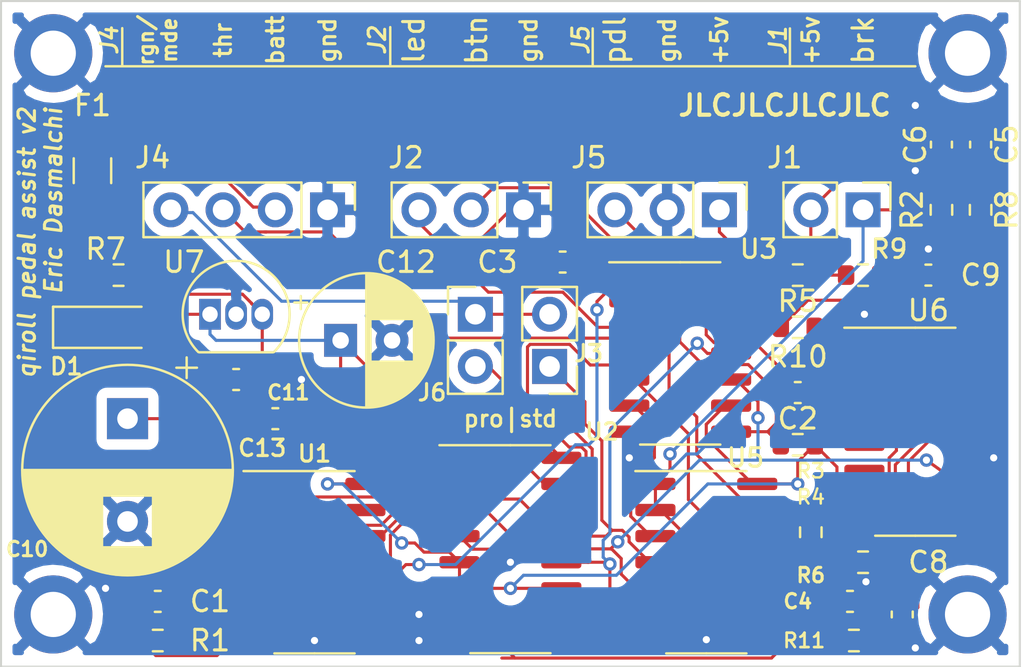
<source format=kicad_pcb>
(kicad_pcb (version 20171130) (host pcbnew "(5.1.10-1-10_14)")

  (general
    (thickness 1.6)
    (drawings 28)
    (tracks 478)
    (zones 0)
    (modules 41)
    (nets 36)
  )

  (page A4)
  (layers
    (0 F.Cu signal)
    (31 B.Cu signal)
    (33 F.Adhes user)
    (35 F.Paste user)
    (37 F.SilkS user)
    (38 B.Mask user)
    (39 F.Mask user)
    (40 Dwgs.User user hide)
    (41 Cmts.User user)
    (42 Eco1.User user)
    (43 Eco2.User user hide)
    (44 Edge.Cuts user)
    (45 Margin user)
    (46 B.CrtYd user)
    (47 F.CrtYd user)
    (49 F.Fab user hide)
  )

  (setup
    (last_trace_width 0.15)
    (trace_clearance 0.15)
    (zone_clearance 0.508)
    (zone_45_only no)
    (trace_min 0.15)
    (via_size 0.65)
    (via_drill 0.35)
    (via_min_size 0.6)
    (via_min_drill 0.3)
    (uvia_size 0.3)
    (uvia_drill 0.1)
    (uvias_allowed no)
    (uvia_min_size 0.2)
    (uvia_min_drill 0.1)
    (edge_width 0.05)
    (segment_width 0.2)
    (pcb_text_width 0.3)
    (pcb_text_size 1.5 1.5)
    (mod_edge_width 0.12)
    (mod_text_size 1 1)
    (mod_text_width 0.15)
    (pad_size 1.524 1.524)
    (pad_drill 0.762)
    (pad_to_mask_clearance 0)
    (aux_axis_origin 0 0)
    (visible_elements FFFDFF7F)
    (pcbplotparams
      (layerselection 0x010e8_ffffffff)
      (usegerberextensions true)
      (usegerberattributes false)
      (usegerberadvancedattributes true)
      (creategerberjobfile true)
      (excludeedgelayer true)
      (linewidth 0.100000)
      (plotframeref false)
      (viasonmask false)
      (mode 1)
      (useauxorigin false)
      (hpglpennumber 1)
      (hpglpenspeed 20)
      (hpglpendiameter 15.000000)
      (psnegative false)
      (psa4output false)
      (plotreference true)
      (plotvalue true)
      (plotinvisibletext false)
      (padsonsilk false)
      (subtractmaskfromsilk true)
      (outputformat 1)
      (mirror false)
      (drillshape 0)
      (scaleselection 1)
      (outputdirectory "/Users/edasmalchi/Documents/Projects/qiroll-pedal-assist/digital_logic/kicad/gerbers/"))
  )

  (net 0 "")
  (net 1 GND)
  (net 2 "Net-(C1-Pad1)")
  (net 3 "Net-(J2-Pad3)")
  (net 4 "Net-(U1-Pad10)")
  (net 5 "Net-(U1-Pad9)")
  (net 6 "Net-(U2-Pad3)")
  (net 7 "Net-(C10-Pad1)")
  (net 8 "Net-(F1-Pad2)")
  (net 9 "Net-(C2-Pad2)")
  (net 10 "Net-(C3-Pad2)")
  (net 11 "Net-(C5-Pad1)")
  (net 12 "Net-(C8-Pad1)")
  (net 13 "Net-(C9-Pad1)")
  (net 14 "Net-(J1-Pad1)")
  (net 15 "Net-(J3-Pad1)")
  (net 16 "Net-(J3-Pad2)")
  (net 17 "Net-(J4-Pad3)")
  (net 18 "Net-(J5-Pad3)")
  (net 19 "Net-(R1-Pad1)")
  (net 20 "Net-(R4-Pad2)")
  (net 21 "Net-(R10-Pad1)")
  (net 22 "Net-(U1-Pad12)")
  (net 23 "Net-(U1-Pad11)")
  (net 24 "Net-(U1-Pad2)")
  (net 25 "Net-(U2-Pad12)")
  (net 26 "Net-(U6-Pad9)")
  (net 27 "Net-(J6-Pad2)")
  (net 28 "Net-(U1-Pad13)")
  (net 29 VDD)
  (net 30 "Net-(U3-Pad6)")
  (net 31 "Net-(U3-Pad5)")
  (net 32 "Net-(R11-Pad2)")
  (net 33 "Net-(R11-Pad1)")
  (net 34 "Net-(U6-Pad6)")
  (net 35 "Net-(F1-Pad1)")

  (net_class Default "This is the default net class."
    (clearance 0.15)
    (trace_width 0.15)
    (via_dia 0.65)
    (via_drill 0.35)
    (uvia_dia 0.3)
    (uvia_drill 0.1)
    (add_net GND)
    (add_net "Net-(C1-Pad1)")
    (add_net "Net-(C10-Pad1)")
    (add_net "Net-(C2-Pad2)")
    (add_net "Net-(C3-Pad2)")
    (add_net "Net-(C5-Pad1)")
    (add_net "Net-(C8-Pad1)")
    (add_net "Net-(C9-Pad1)")
    (add_net "Net-(F1-Pad1)")
    (add_net "Net-(F1-Pad2)")
    (add_net "Net-(J1-Pad1)")
    (add_net "Net-(J2-Pad3)")
    (add_net "Net-(J3-Pad1)")
    (add_net "Net-(J3-Pad2)")
    (add_net "Net-(J4-Pad3)")
    (add_net "Net-(J5-Pad3)")
    (add_net "Net-(J6-Pad2)")
    (add_net "Net-(R1-Pad1)")
    (add_net "Net-(R10-Pad1)")
    (add_net "Net-(R11-Pad1)")
    (add_net "Net-(R11-Pad2)")
    (add_net "Net-(R4-Pad2)")
    (add_net "Net-(U1-Pad10)")
    (add_net "Net-(U1-Pad11)")
    (add_net "Net-(U1-Pad12)")
    (add_net "Net-(U1-Pad13)")
    (add_net "Net-(U1-Pad2)")
    (add_net "Net-(U1-Pad9)")
    (add_net "Net-(U2-Pad12)")
    (add_net "Net-(U2-Pad3)")
    (add_net "Net-(U3-Pad5)")
    (add_net "Net-(U3-Pad6)")
    (add_net "Net-(U6-Pad6)")
    (add_net "Net-(U6-Pad9)")
    (add_net VDD)
  )

  (module Connector_PinHeader_2.54mm:PinHeader_1x04_P2.54mm_Vertical (layer F.Cu) (tedit 59FED5CC) (tstamp 60DA5AE1)
    (at 127.635 104.14 270)
    (descr "Through hole straight pin header, 1x04, 2.54mm pitch, single row")
    (tags "Through hole pin header THT 1x04 2.54mm single row")
    (path /6076A04C)
    (fp_text reference J4 (at -2.54 8.509 180) (layer F.SilkS)
      (effects (font (size 1 1) (thickness 0.15)))
    )
    (fp_text value mode_thr_batt (at 0 9.95 90) (layer F.Fab)
      (effects (font (size 1 1) (thickness 0.15)))
    )
    (fp_line (start 1.8 -1.8) (end -1.8 -1.8) (layer F.CrtYd) (width 0.05))
    (fp_line (start 1.8 9.4) (end 1.8 -1.8) (layer F.CrtYd) (width 0.05))
    (fp_line (start -1.8 9.4) (end 1.8 9.4) (layer F.CrtYd) (width 0.05))
    (fp_line (start -1.8 -1.8) (end -1.8 9.4) (layer F.CrtYd) (width 0.05))
    (fp_line (start -1.33 -1.33) (end 0 -1.33) (layer F.SilkS) (width 0.12))
    (fp_line (start -1.33 0) (end -1.33 -1.33) (layer F.SilkS) (width 0.12))
    (fp_line (start -1.33 1.27) (end 1.33 1.27) (layer F.SilkS) (width 0.12))
    (fp_line (start 1.33 1.27) (end 1.33 8.95) (layer F.SilkS) (width 0.12))
    (fp_line (start -1.33 1.27) (end -1.33 8.95) (layer F.SilkS) (width 0.12))
    (fp_line (start -1.33 8.95) (end 1.33 8.95) (layer F.SilkS) (width 0.12))
    (fp_line (start -1.27 -0.635) (end -0.635 -1.27) (layer F.Fab) (width 0.1))
    (fp_line (start -1.27 8.89) (end -1.27 -0.635) (layer F.Fab) (width 0.1))
    (fp_line (start 1.27 8.89) (end -1.27 8.89) (layer F.Fab) (width 0.1))
    (fp_line (start 1.27 -1.27) (end 1.27 8.89) (layer F.Fab) (width 0.1))
    (fp_line (start -0.635 -1.27) (end 1.27 -1.27) (layer F.Fab) (width 0.1))
    (fp_text user %R (at 0 3.81) (layer F.Fab)
      (effects (font (size 1 1) (thickness 0.15)))
    )
    (pad 4 thru_hole oval (at 0 7.62 270) (size 1.7 1.7) (drill 1) (layers *.Cu *.Mask)
      (net 16 "Net-(J3-Pad2)"))
    (pad 3 thru_hole oval (at 0 5.08 270) (size 1.7 1.7) (drill 1) (layers *.Cu *.Mask)
      (net 17 "Net-(J4-Pad3)"))
    (pad 2 thru_hole oval (at 0 2.54 270) (size 1.7 1.7) (drill 1) (layers *.Cu *.Mask)
      (net 8 "Net-(F1-Pad2)"))
    (pad 1 thru_hole rect (at 0 0 270) (size 1.7 1.7) (drill 1) (layers *.Cu *.Mask)
      (net 1 GND))
    (model ${KISYS3DMOD}/Connector_PinHeader_2.54mm.3dshapes/PinHeader_1x04_P2.54mm_Vertical.wrl
      (at (xyz 0 0 0))
      (scale (xyz 1 1 1))
      (rotate (xyz 0 0 0))
    )
  )

  (module Resistor_SMD:R_0603_1608Metric (layer F.Cu) (tedit 5F68FEEE) (tstamp 60F8EAC8)
    (at 153.225 125.095)
    (descr "Resistor SMD 0603 (1608 Metric), square (rectangular) end terminal, IPC_7351 nominal, (Body size source: IPC-SM-782 page 72, https://www.pcb-3d.com/wordpress/wp-content/uploads/ipc-sm-782a_amendment_1_and_2.pdf), generated with kicad-footprint-generator")
    (tags resistor)
    (path /60FD18E8)
    (attr smd)
    (fp_text reference R11 (at -2.42 0) (layer F.SilkS)
      (effects (font (size 0.7 0.7) (thickness 0.13)))
    )
    (fp_text value 392k (at 0 1.43) (layer F.Fab)
      (effects (font (size 1 1) (thickness 0.15)))
    )
    (fp_line (start 1.48 0.73) (end -1.48 0.73) (layer F.CrtYd) (width 0.05))
    (fp_line (start 1.48 -0.73) (end 1.48 0.73) (layer F.CrtYd) (width 0.05))
    (fp_line (start -1.48 -0.73) (end 1.48 -0.73) (layer F.CrtYd) (width 0.05))
    (fp_line (start -1.48 0.73) (end -1.48 -0.73) (layer F.CrtYd) (width 0.05))
    (fp_line (start -0.237258 0.5225) (end 0.237258 0.5225) (layer F.SilkS) (width 0.12))
    (fp_line (start -0.237258 -0.5225) (end 0.237258 -0.5225) (layer F.SilkS) (width 0.12))
    (fp_line (start 0.8 0.4125) (end -0.8 0.4125) (layer F.Fab) (width 0.1))
    (fp_line (start 0.8 -0.4125) (end 0.8 0.4125) (layer F.Fab) (width 0.1))
    (fp_line (start -0.8 -0.4125) (end 0.8 -0.4125) (layer F.Fab) (width 0.1))
    (fp_line (start -0.8 0.4125) (end -0.8 -0.4125) (layer F.Fab) (width 0.1))
    (fp_text user %R (at 0 0) (layer F.Fab)
      (effects (font (size 0.4 0.4) (thickness 0.06)))
    )
    (pad 2 smd roundrect (at 0.825 0) (size 0.8 0.95) (layers F.Cu F.Paste F.Mask) (roundrect_rratio 0.25)
      (net 32 "Net-(R11-Pad2)"))
    (pad 1 smd roundrect (at -0.825 0) (size 0.8 0.95) (layers F.Cu F.Paste F.Mask) (roundrect_rratio 0.25)
      (net 33 "Net-(R11-Pad1)"))
    (model ${KISYS3DMOD}/Resistor_SMD.3dshapes/R_0603_1608Metric.wrl
      (at (xyz 0 0 0))
      (scale (xyz 1 1 1))
      (rotate (xyz 0 0 0))
    )
  )

  (module Resistor_SMD:R_0603_1608Metric (layer F.Cu) (tedit 5F68FEEE) (tstamp 60F775F1)
    (at 150.495 109.855 180)
    (descr "Resistor SMD 0603 (1608 Metric), square (rectangular) end terminal, IPC_7351 nominal, (Body size source: IPC-SM-782 page 72, https://www.pcb-3d.com/wordpress/wp-content/uploads/ipc-sm-782a_amendment_1_and_2.pdf), generated with kicad-footprint-generator")
    (tags resistor)
    (path /611B9557)
    (attr smd)
    (fp_text reference R10 (at 0 -1.43) (layer F.SilkS)
      (effects (font (size 1 1) (thickness 0.15)))
    )
    (fp_text value 73k (at 0 1.43) (layer F.Fab)
      (effects (font (size 1 1) (thickness 0.15)))
    )
    (fp_line (start -0.8 0.4125) (end -0.8 -0.4125) (layer F.Fab) (width 0.1))
    (fp_line (start -0.8 -0.4125) (end 0.8 -0.4125) (layer F.Fab) (width 0.1))
    (fp_line (start 0.8 -0.4125) (end 0.8 0.4125) (layer F.Fab) (width 0.1))
    (fp_line (start 0.8 0.4125) (end -0.8 0.4125) (layer F.Fab) (width 0.1))
    (fp_line (start -0.237258 -0.5225) (end 0.237258 -0.5225) (layer F.SilkS) (width 0.12))
    (fp_line (start -0.237258 0.5225) (end 0.237258 0.5225) (layer F.SilkS) (width 0.12))
    (fp_line (start -1.48 0.73) (end -1.48 -0.73) (layer F.CrtYd) (width 0.05))
    (fp_line (start -1.48 -0.73) (end 1.48 -0.73) (layer F.CrtYd) (width 0.05))
    (fp_line (start 1.48 -0.73) (end 1.48 0.73) (layer F.CrtYd) (width 0.05))
    (fp_line (start 1.48 0.73) (end -1.48 0.73) (layer F.CrtYd) (width 0.05))
    (fp_text user %R (at 0 0 180) (layer F.Fab)
      (effects (font (size 0.4 0.4) (thickness 0.06)))
    )
    (pad 2 smd roundrect (at 0.825 0 180) (size 0.8 0.95) (layers F.Cu F.Paste F.Mask) (roundrect_rratio 0.25)
      (net 13 "Net-(C9-Pad1)"))
    (pad 1 smd roundrect (at -0.825 0 180) (size 0.8 0.95) (layers F.Cu F.Paste F.Mask) (roundrect_rratio 0.25)
      (net 21 "Net-(R10-Pad1)"))
    (model ${KISYS3DMOD}/Resistor_SMD.3dshapes/R_0603_1608Metric.wrl
      (at (xyz 0 0 0))
      (scale (xyz 1 1 1))
      (rotate (xyz 0 0 0))
    )
  )

  (module Resistor_SMD:R_0603_1608Metric (layer F.Cu) (tedit 5F68FEEE) (tstamp 60F7950F)
    (at 153.67 107.315)
    (descr "Resistor SMD 0603 (1608 Metric), square (rectangular) end terminal, IPC_7351 nominal, (Body size source: IPC-SM-782 page 72, https://www.pcb-3d.com/wordpress/wp-content/uploads/ipc-sm-782a_amendment_1_and_2.pdf), generated with kicad-footprint-generator")
    (tags resistor)
    (path /611D10F7)
    (attr smd)
    (fp_text reference R9 (at 1.27 -1.27) (layer F.SilkS)
      (effects (font (size 0.9 0.9) (thickness 0.15)))
    )
    (fp_text value 200k (at 0 1.43) (layer F.Fab)
      (effects (font (size 1 1) (thickness 0.15)))
    )
    (fp_line (start -0.8 0.4125) (end -0.8 -0.4125) (layer F.Fab) (width 0.1))
    (fp_line (start -0.8 -0.4125) (end 0.8 -0.4125) (layer F.Fab) (width 0.1))
    (fp_line (start 0.8 -0.4125) (end 0.8 0.4125) (layer F.Fab) (width 0.1))
    (fp_line (start 0.8 0.4125) (end -0.8 0.4125) (layer F.Fab) (width 0.1))
    (fp_line (start -0.237258 -0.5225) (end 0.237258 -0.5225) (layer F.SilkS) (width 0.12))
    (fp_line (start -0.237258 0.5225) (end 0.237258 0.5225) (layer F.SilkS) (width 0.12))
    (fp_line (start -1.48 0.73) (end -1.48 -0.73) (layer F.CrtYd) (width 0.05))
    (fp_line (start -1.48 -0.73) (end 1.48 -0.73) (layer F.CrtYd) (width 0.05))
    (fp_line (start 1.48 -0.73) (end 1.48 0.73) (layer F.CrtYd) (width 0.05))
    (fp_line (start 1.48 0.73) (end -1.48 0.73) (layer F.CrtYd) (width 0.05))
    (fp_text user %R (at 0 0) (layer F.Fab)
      (effects (font (size 0.4 0.4) (thickness 0.06)))
    )
    (pad 2 smd roundrect (at 0.825 0) (size 0.8 0.95) (layers F.Cu F.Paste F.Mask) (roundrect_rratio 0.25)
      (net 13 "Net-(C9-Pad1)"))
    (pad 1 smd roundrect (at -0.825 0) (size 0.8 0.95) (layers F.Cu F.Paste F.Mask) (roundrect_rratio 0.25)
      (net 29 VDD))
    (model ${KISYS3DMOD}/Resistor_SMD.3dshapes/R_0603_1608Metric.wrl
      (at (xyz 0 0 0))
      (scale (xyz 1 1 1))
      (rotate (xyz 0 0 0))
    )
  )

  (module Resistor_SMD:R_0603_1608Metric (layer F.Cu) (tedit 5F68FEEE) (tstamp 60F775CF)
    (at 159.385 104.14 90)
    (descr "Resistor SMD 0603 (1608 Metric), square (rectangular) end terminal, IPC_7351 nominal, (Body size source: IPC-SM-782 page 72, https://www.pcb-3d.com/wordpress/wp-content/uploads/ipc-sm-782a_amendment_1_and_2.pdf), generated with kicad-footprint-generator")
    (tags resistor)
    (path /602C5D5E)
    (attr smd)
    (fp_text reference R8 (at 0 1.27 90) (layer F.SilkS)
      (effects (font (size 1 1) (thickness 0.15)))
    )
    (fp_text value 392k (at 0 1.43 90) (layer F.Fab)
      (effects (font (size 1 1) (thickness 0.15)))
    )
    (fp_line (start -0.8 0.4125) (end -0.8 -0.4125) (layer F.Fab) (width 0.1))
    (fp_line (start -0.8 -0.4125) (end 0.8 -0.4125) (layer F.Fab) (width 0.1))
    (fp_line (start 0.8 -0.4125) (end 0.8 0.4125) (layer F.Fab) (width 0.1))
    (fp_line (start 0.8 0.4125) (end -0.8 0.4125) (layer F.Fab) (width 0.1))
    (fp_line (start -0.237258 -0.5225) (end 0.237258 -0.5225) (layer F.SilkS) (width 0.12))
    (fp_line (start -0.237258 0.5225) (end 0.237258 0.5225) (layer F.SilkS) (width 0.12))
    (fp_line (start -1.48 0.73) (end -1.48 -0.73) (layer F.CrtYd) (width 0.05))
    (fp_line (start -1.48 -0.73) (end 1.48 -0.73) (layer F.CrtYd) (width 0.05))
    (fp_line (start 1.48 -0.73) (end 1.48 0.73) (layer F.CrtYd) (width 0.05))
    (fp_line (start 1.48 0.73) (end -1.48 0.73) (layer F.CrtYd) (width 0.05))
    (fp_text user %R (at 0 0 90) (layer F.Fab)
      (effects (font (size 0.4 0.4) (thickness 0.06)))
    )
    (pad 2 smd roundrect (at 0.825 0 90) (size 0.8 0.95) (layers F.Cu F.Paste F.Mask) (roundrect_rratio 0.25)
      (net 11 "Net-(C5-Pad1)"))
    (pad 1 smd roundrect (at -0.825 0 90) (size 0.8 0.95) (layers F.Cu F.Paste F.Mask) (roundrect_rratio 0.25)
      (net 29 VDD))
    (model ${KISYS3DMOD}/Resistor_SMD.3dshapes/R_0603_1608Metric.wrl
      (at (xyz 0 0 0))
      (scale (xyz 1 1 1))
      (rotate (xyz 0 0 0))
    )
  )

  (module Resistor_SMD:R_0603_1608Metric (layer F.Cu) (tedit 5F68FEEE) (tstamp 60F7932A)
    (at 153.67 121.285)
    (descr "Resistor SMD 0603 (1608 Metric), square (rectangular) end terminal, IPC_7351 nominal, (Body size source: IPC-SM-782 page 72, https://www.pcb-3d.com/wordpress/wp-content/uploads/ipc-sm-782a_amendment_1_and_2.pdf), generated with kicad-footprint-generator")
    (tags resistor)
    (path /602C92E7)
    (attr smd)
    (fp_text reference R6 (at -2.54 0.635) (layer F.SilkS)
      (effects (font (size 0.7 0.7) (thickness 0.15)))
    )
    (fp_text value 392k (at 0 1.43) (layer F.Fab)
      (effects (font (size 1 1) (thickness 0.15)))
    )
    (fp_line (start -0.8 0.4125) (end -0.8 -0.4125) (layer F.Fab) (width 0.1))
    (fp_line (start -0.8 -0.4125) (end 0.8 -0.4125) (layer F.Fab) (width 0.1))
    (fp_line (start 0.8 -0.4125) (end 0.8 0.4125) (layer F.Fab) (width 0.1))
    (fp_line (start 0.8 0.4125) (end -0.8 0.4125) (layer F.Fab) (width 0.1))
    (fp_line (start -0.237258 -0.5225) (end 0.237258 -0.5225) (layer F.SilkS) (width 0.12))
    (fp_line (start -0.237258 0.5225) (end 0.237258 0.5225) (layer F.SilkS) (width 0.12))
    (fp_line (start -1.48 0.73) (end -1.48 -0.73) (layer F.CrtYd) (width 0.05))
    (fp_line (start -1.48 -0.73) (end 1.48 -0.73) (layer F.CrtYd) (width 0.05))
    (fp_line (start 1.48 -0.73) (end 1.48 0.73) (layer F.CrtYd) (width 0.05))
    (fp_line (start 1.48 0.73) (end -1.48 0.73) (layer F.CrtYd) (width 0.05))
    (fp_text user %R (at 0 0) (layer F.Fab)
      (effects (font (size 0.4 0.4) (thickness 0.06)))
    )
    (pad 2 smd roundrect (at 0.825 0) (size 0.8 0.95) (layers F.Cu F.Paste F.Mask) (roundrect_rratio 0.25)
      (net 12 "Net-(C8-Pad1)"))
    (pad 1 smd roundrect (at -0.825 0) (size 0.8 0.95) (layers F.Cu F.Paste F.Mask) (roundrect_rratio 0.25)
      (net 29 VDD))
    (model ${KISYS3DMOD}/Resistor_SMD.3dshapes/R_0603_1608Metric.wrl
      (at (xyz 0 0 0))
      (scale (xyz 1 1 1))
      (rotate (xyz 0 0 0))
    )
  )

  (module Resistor_SMD:R_0603_1608Metric (layer F.Cu) (tedit 5F68FEEE) (tstamp 60F7758D)
    (at 150.495 107.315 180)
    (descr "Resistor SMD 0603 (1608 Metric), square (rectangular) end terminal, IPC_7351 nominal, (Body size source: IPC-SM-782 page 72, https://www.pcb-3d.com/wordpress/wp-content/uploads/ipc-sm-782a_amendment_1_and_2.pdf), generated with kicad-footprint-generator")
    (tags resistor)
    (path /602E39A8)
    (attr smd)
    (fp_text reference R5 (at 0 -1.27) (layer F.SilkS)
      (effects (font (size 1 1) (thickness 0.15)))
    )
    (fp_text value 73k (at 0 1.43) (layer F.Fab)
      (effects (font (size 1 1) (thickness 0.15)))
    )
    (fp_line (start -0.8 0.4125) (end -0.8 -0.4125) (layer F.Fab) (width 0.1))
    (fp_line (start -0.8 -0.4125) (end 0.8 -0.4125) (layer F.Fab) (width 0.1))
    (fp_line (start 0.8 -0.4125) (end 0.8 0.4125) (layer F.Fab) (width 0.1))
    (fp_line (start 0.8 0.4125) (end -0.8 0.4125) (layer F.Fab) (width 0.1))
    (fp_line (start -0.237258 -0.5225) (end 0.237258 -0.5225) (layer F.SilkS) (width 0.12))
    (fp_line (start -0.237258 0.5225) (end 0.237258 0.5225) (layer F.SilkS) (width 0.12))
    (fp_line (start -1.48 0.73) (end -1.48 -0.73) (layer F.CrtYd) (width 0.05))
    (fp_line (start -1.48 -0.73) (end 1.48 -0.73) (layer F.CrtYd) (width 0.05))
    (fp_line (start 1.48 -0.73) (end 1.48 0.73) (layer F.CrtYd) (width 0.05))
    (fp_line (start 1.48 0.73) (end -1.48 0.73) (layer F.CrtYd) (width 0.05))
    (fp_text user %R (at 0 0) (layer F.Fab)
      (effects (font (size 0.4 0.4) (thickness 0.06)))
    )
    (pad 2 smd roundrect (at 0.825 0 180) (size 0.8 0.95) (layers F.Cu F.Paste F.Mask) (roundrect_rratio 0.25)
      (net 18 "Net-(J5-Pad3)"))
    (pad 1 smd roundrect (at -0.825 0 180) (size 0.8 0.95) (layers F.Cu F.Paste F.Mask) (roundrect_rratio 0.25)
      (net 29 VDD))
    (model ${KISYS3DMOD}/Resistor_SMD.3dshapes/R_0603_1608Metric.wrl
      (at (xyz 0 0 0))
      (scale (xyz 1 1 1))
      (rotate (xyz 0 0 0))
    )
  )

  (module Resistor_SMD:R_0603_1608Metric (layer F.Cu) (tedit 5F68FEEE) (tstamp 60F8C905)
    (at 151.13 119.825 270)
    (descr "Resistor SMD 0603 (1608 Metric), square (rectangular) end terminal, IPC_7351 nominal, (Body size source: IPC-SM-782 page 72, https://www.pcb-3d.com/wordpress/wp-content/uploads/ipc-sm-782a_amendment_1_and_2.pdf), generated with kicad-footprint-generator")
    (tags resistor)
    (path /60E000EB)
    (attr smd)
    (fp_text reference R4 (at -1.715 0 180) (layer F.SilkS)
      (effects (font (size 0.7 0.7) (thickness 0.12)))
    )
    (fp_text value 392k (at 0 1.43 90) (layer F.Fab)
      (effects (font (size 1 1) (thickness 0.15)))
    )
    (fp_line (start -0.8 0.4125) (end -0.8 -0.4125) (layer F.Fab) (width 0.1))
    (fp_line (start -0.8 -0.4125) (end 0.8 -0.4125) (layer F.Fab) (width 0.1))
    (fp_line (start 0.8 -0.4125) (end 0.8 0.4125) (layer F.Fab) (width 0.1))
    (fp_line (start 0.8 0.4125) (end -0.8 0.4125) (layer F.Fab) (width 0.1))
    (fp_line (start -0.237258 -0.5225) (end 0.237258 -0.5225) (layer F.SilkS) (width 0.12))
    (fp_line (start -0.237258 0.5225) (end 0.237258 0.5225) (layer F.SilkS) (width 0.12))
    (fp_line (start -1.48 0.73) (end -1.48 -0.73) (layer F.CrtYd) (width 0.05))
    (fp_line (start -1.48 -0.73) (end 1.48 -0.73) (layer F.CrtYd) (width 0.05))
    (fp_line (start 1.48 -0.73) (end 1.48 0.73) (layer F.CrtYd) (width 0.05))
    (fp_line (start 1.48 0.73) (end -1.48 0.73) (layer F.CrtYd) (width 0.05))
    (fp_text user %R (at 0 0 90) (layer F.Fab)
      (effects (font (size 0.4 0.4) (thickness 0.06)))
    )
    (pad 2 smd roundrect (at 0.825 0 270) (size 0.8 0.95) (layers F.Cu F.Paste F.Mask) (roundrect_rratio 0.25)
      (net 20 "Net-(R4-Pad2)"))
    (pad 1 smd roundrect (at -0.825 0 270) (size 0.8 0.95) (layers F.Cu F.Paste F.Mask) (roundrect_rratio 0.25)
      (net 10 "Net-(C3-Pad2)"))
    (model ${KISYS3DMOD}/Resistor_SMD.3dshapes/R_0603_1608Metric.wrl
      (at (xyz 0 0 0))
      (scale (xyz 1 1 1))
      (rotate (xyz 0 0 0))
    )
  )

  (module Resistor_SMD:R_0603_1608Metric (layer F.Cu) (tedit 5F68FEEE) (tstamp 60F79DEA)
    (at 150.495 115.57 180)
    (descr "Resistor SMD 0603 (1608 Metric), square (rectangular) end terminal, IPC_7351 nominal, (Body size source: IPC-SM-782 page 72, https://www.pcb-3d.com/wordpress/wp-content/uploads/ipc-sm-782a_amendment_1_and_2.pdf), generated with kicad-footprint-generator")
    (tags resistor)
    (path /61200B41)
    (attr smd)
    (fp_text reference R3 (at -0.635 -1.27) (layer F.SilkS)
      (effects (font (size 0.7 0.7) (thickness 0.12)))
    )
    (fp_text value 200k (at 0 1.43) (layer F.Fab)
      (effects (font (size 1 1) (thickness 0.15)))
    )
    (fp_line (start -0.8 0.4125) (end -0.8 -0.4125) (layer F.Fab) (width 0.1))
    (fp_line (start -0.8 -0.4125) (end 0.8 -0.4125) (layer F.Fab) (width 0.1))
    (fp_line (start 0.8 -0.4125) (end 0.8 0.4125) (layer F.Fab) (width 0.1))
    (fp_line (start 0.8 0.4125) (end -0.8 0.4125) (layer F.Fab) (width 0.1))
    (fp_line (start -0.237258 -0.5225) (end 0.237258 -0.5225) (layer F.SilkS) (width 0.12))
    (fp_line (start -0.237258 0.5225) (end 0.237258 0.5225) (layer F.SilkS) (width 0.12))
    (fp_line (start -1.48 0.73) (end -1.48 -0.73) (layer F.CrtYd) (width 0.05))
    (fp_line (start -1.48 -0.73) (end 1.48 -0.73) (layer F.CrtYd) (width 0.05))
    (fp_line (start 1.48 -0.73) (end 1.48 0.73) (layer F.CrtYd) (width 0.05))
    (fp_line (start 1.48 0.73) (end -1.48 0.73) (layer F.CrtYd) (width 0.05))
    (fp_text user %R (at 0 0) (layer F.Fab)
      (effects (font (size 0.4 0.4) (thickness 0.06)))
    )
    (pad 2 smd roundrect (at 0.825 0 180) (size 0.8 0.95) (layers F.Cu F.Paste F.Mask) (roundrect_rratio 0.25)
      (net 9 "Net-(C2-Pad2)"))
    (pad 1 smd roundrect (at -0.825 0 180) (size 0.8 0.95) (layers F.Cu F.Paste F.Mask) (roundrect_rratio 0.25)
      (net 29 VDD))
    (model ${KISYS3DMOD}/Resistor_SMD.3dshapes/R_0603_1608Metric.wrl
      (at (xyz 0 0 0))
      (scale (xyz 1 1 1))
      (rotate (xyz 0 0 0))
    )
  )

  (module Resistor_SMD:R_0603_1608Metric (layer F.Cu) (tedit 5F68FEEE) (tstamp 60F79C02)
    (at 157.48 104.14 90)
    (descr "Resistor SMD 0603 (1608 Metric), square (rectangular) end terminal, IPC_7351 nominal, (Body size source: IPC-SM-782 page 72, https://www.pcb-3d.com/wordpress/wp-content/uploads/ipc-sm-782a_amendment_1_and_2.pdf), generated with kicad-footprint-generator")
    (tags resistor)
    (path /60E0D46A)
    (attr smd)
    (fp_text reference R2 (at 0 -1.43 90) (layer F.SilkS)
      (effects (font (size 1 1) (thickness 0.15)))
    )
    (fp_text value 73k (at 0 1.43 90) (layer F.Fab)
      (effects (font (size 1 1) (thickness 0.15)))
    )
    (fp_line (start -0.8 0.4125) (end -0.8 -0.4125) (layer F.Fab) (width 0.1))
    (fp_line (start -0.8 -0.4125) (end 0.8 -0.4125) (layer F.Fab) (width 0.1))
    (fp_line (start 0.8 -0.4125) (end 0.8 0.4125) (layer F.Fab) (width 0.1))
    (fp_line (start 0.8 0.4125) (end -0.8 0.4125) (layer F.Fab) (width 0.1))
    (fp_line (start -0.237258 -0.5225) (end 0.237258 -0.5225) (layer F.SilkS) (width 0.12))
    (fp_line (start -0.237258 0.5225) (end 0.237258 0.5225) (layer F.SilkS) (width 0.12))
    (fp_line (start -1.48 0.73) (end -1.48 -0.73) (layer F.CrtYd) (width 0.05))
    (fp_line (start -1.48 -0.73) (end 1.48 -0.73) (layer F.CrtYd) (width 0.05))
    (fp_line (start 1.48 -0.73) (end 1.48 0.73) (layer F.CrtYd) (width 0.05))
    (fp_line (start 1.48 0.73) (end -1.48 0.73) (layer F.CrtYd) (width 0.05))
    (fp_text user %R (at 0 0 90) (layer F.Fab)
      (effects (font (size 0.4 0.4) (thickness 0.06)))
    )
    (pad 2 smd roundrect (at 0.825 0 90) (size 0.8 0.95) (layers F.Cu F.Paste F.Mask) (roundrect_rratio 0.25)
      (net 1 GND))
    (pad 1 smd roundrect (at -0.825 0 90) (size 0.8 0.95) (layers F.Cu F.Paste F.Mask) (roundrect_rratio 0.25)
      (net 14 "Net-(J1-Pad1)"))
    (model ${KISYS3DMOD}/Resistor_SMD.3dshapes/R_0603_1608Metric.wrl
      (at (xyz 0 0 0))
      (scale (xyz 1 1 1))
      (rotate (xyz 0 0 0))
    )
  )

  (module Resistor_SMD:R_0603_1608Metric (layer F.Cu) (tedit 5F68FEEE) (tstamp 60F7A147)
    (at 119.38 125.095)
    (descr "Resistor SMD 0603 (1608 Metric), square (rectangular) end terminal, IPC_7351 nominal, (Body size source: IPC-SM-782 page 72, https://www.pcb-3d.com/wordpress/wp-content/uploads/ipc-sm-782a_amendment_1_and_2.pdf), generated with kicad-footprint-generator")
    (tags resistor)
    (path /60FAFC20)
    (attr smd)
    (fp_text reference R1 (at 2.54 0) (layer F.SilkS)
      (effects (font (size 1 1) (thickness 0.15)))
    )
    (fp_text value 200k (at 0 1.43) (layer F.Fab)
      (effects (font (size 1 1) (thickness 0.15)))
    )
    (fp_line (start -0.8 0.4125) (end -0.8 -0.4125) (layer F.Fab) (width 0.1))
    (fp_line (start -0.8 -0.4125) (end 0.8 -0.4125) (layer F.Fab) (width 0.1))
    (fp_line (start 0.8 -0.4125) (end 0.8 0.4125) (layer F.Fab) (width 0.1))
    (fp_line (start 0.8 0.4125) (end -0.8 0.4125) (layer F.Fab) (width 0.1))
    (fp_line (start -0.237258 -0.5225) (end 0.237258 -0.5225) (layer F.SilkS) (width 0.12))
    (fp_line (start -0.237258 0.5225) (end 0.237258 0.5225) (layer F.SilkS) (width 0.12))
    (fp_line (start -1.48 0.73) (end -1.48 -0.73) (layer F.CrtYd) (width 0.05))
    (fp_line (start -1.48 -0.73) (end 1.48 -0.73) (layer F.CrtYd) (width 0.05))
    (fp_line (start 1.48 -0.73) (end 1.48 0.73) (layer F.CrtYd) (width 0.05))
    (fp_line (start 1.48 0.73) (end -1.48 0.73) (layer F.CrtYd) (width 0.05))
    (fp_text user %R (at 0 0) (layer F.Fab)
      (effects (font (size 0.4 0.4) (thickness 0.06)))
    )
    (pad 2 smd roundrect (at 0.825 0) (size 0.8 0.95) (layers F.Cu F.Paste F.Mask) (roundrect_rratio 0.25)
      (net 2 "Net-(C1-Pad1)"))
    (pad 1 smd roundrect (at -0.825 0) (size 0.8 0.95) (layers F.Cu F.Paste F.Mask) (roundrect_rratio 0.25)
      (net 19 "Net-(R1-Pad1)"))
    (model ${KISYS3DMOD}/Resistor_SMD.3dshapes/R_0603_1608Metric.wrl
      (at (xyz 0 0 0))
      (scale (xyz 1 1 1))
      (rotate (xyz 0 0 0))
    )
  )

  (module Capacitor_SMD:C_0603_1608Metric (layer F.Cu) (tedit 5F68FEEE) (tstamp 60F7944C)
    (at 156.845 107.315)
    (descr "Capacitor SMD 0603 (1608 Metric), square (rectangular) end terminal, IPC_7351 nominal, (Body size source: IPC-SM-782 page 76, https://www.pcb-3d.com/wordpress/wp-content/uploads/ipc-sm-782a_amendment_1_and_2.pdf), generated with kicad-footprint-generator")
    (tags capacitor)
    (path /611DDE24)
    (attr smd)
    (fp_text reference C9 (at 2.54 0) (layer F.SilkS)
      (effects (font (size 1 1) (thickness 0.15)))
    )
    (fp_text value 4.7u (at 0 1.43) (layer F.Fab)
      (effects (font (size 1 1) (thickness 0.15)))
    )
    (fp_line (start -0.8 0.4) (end -0.8 -0.4) (layer F.Fab) (width 0.1))
    (fp_line (start -0.8 -0.4) (end 0.8 -0.4) (layer F.Fab) (width 0.1))
    (fp_line (start 0.8 -0.4) (end 0.8 0.4) (layer F.Fab) (width 0.1))
    (fp_line (start 0.8 0.4) (end -0.8 0.4) (layer F.Fab) (width 0.1))
    (fp_line (start -0.14058 -0.51) (end 0.14058 -0.51) (layer F.SilkS) (width 0.12))
    (fp_line (start -0.14058 0.51) (end 0.14058 0.51) (layer F.SilkS) (width 0.12))
    (fp_line (start -1.48 0.73) (end -1.48 -0.73) (layer F.CrtYd) (width 0.05))
    (fp_line (start -1.48 -0.73) (end 1.48 -0.73) (layer F.CrtYd) (width 0.05))
    (fp_line (start 1.48 -0.73) (end 1.48 0.73) (layer F.CrtYd) (width 0.05))
    (fp_line (start 1.48 0.73) (end -1.48 0.73) (layer F.CrtYd) (width 0.05))
    (fp_text user %R (at 0 0) (layer F.Fab)
      (effects (font (size 0.4 0.4) (thickness 0.06)))
    )
    (pad 2 smd roundrect (at 0.775 0) (size 0.9 0.95) (layers F.Cu F.Paste F.Mask) (roundrect_rratio 0.25)
      (net 1 GND))
    (pad 1 smd roundrect (at -0.775 0) (size 0.9 0.95) (layers F.Cu F.Paste F.Mask) (roundrect_rratio 0.25)
      (net 13 "Net-(C9-Pad1)"))
    (model ${KISYS3DMOD}/Capacitor_SMD.3dshapes/C_0603_1608Metric.wrl
      (at (xyz 0 0 0))
      (scale (xyz 1 1 1))
      (rotate (xyz 0 0 0))
    )
  )

  (module Capacitor_SMD:C_0603_1608Metric (layer F.Cu) (tedit 5F68FEEE) (tstamp 60F8C860)
    (at 155.575 123.825 270)
    (descr "Capacitor SMD 0603 (1608 Metric), square (rectangular) end terminal, IPC_7351 nominal, (Body size source: IPC-SM-782 page 76, https://www.pcb-3d.com/wordpress/wp-content/uploads/ipc-sm-782a_amendment_1_and_2.pdf), generated with kicad-footprint-generator")
    (tags capacitor)
    (path /602C4F87)
    (attr smd)
    (fp_text reference C8 (at -2.54 -1.27 180) (layer F.SilkS)
      (effects (font (size 1 1) (thickness 0.15)))
    )
    (fp_text value 1u (at 0 1.43 90) (layer F.Fab)
      (effects (font (size 1 1) (thickness 0.15)))
    )
    (fp_line (start -0.8 0.4) (end -0.8 -0.4) (layer F.Fab) (width 0.1))
    (fp_line (start -0.8 -0.4) (end 0.8 -0.4) (layer F.Fab) (width 0.1))
    (fp_line (start 0.8 -0.4) (end 0.8 0.4) (layer F.Fab) (width 0.1))
    (fp_line (start 0.8 0.4) (end -0.8 0.4) (layer F.Fab) (width 0.1))
    (fp_line (start -0.14058 -0.51) (end 0.14058 -0.51) (layer F.SilkS) (width 0.12))
    (fp_line (start -0.14058 0.51) (end 0.14058 0.51) (layer F.SilkS) (width 0.12))
    (fp_line (start -1.48 0.73) (end -1.48 -0.73) (layer F.CrtYd) (width 0.05))
    (fp_line (start -1.48 -0.73) (end 1.48 -0.73) (layer F.CrtYd) (width 0.05))
    (fp_line (start 1.48 -0.73) (end 1.48 0.73) (layer F.CrtYd) (width 0.05))
    (fp_line (start 1.48 0.73) (end -1.48 0.73) (layer F.CrtYd) (width 0.05))
    (fp_text user %R (at 0 0 90) (layer F.Fab)
      (effects (font (size 0.4 0.4) (thickness 0.06)))
    )
    (pad 2 smd roundrect (at 0.775 0 270) (size 0.9 0.95) (layers F.Cu F.Paste F.Mask) (roundrect_rratio 0.25)
      (net 1 GND))
    (pad 1 smd roundrect (at -0.775 0 270) (size 0.9 0.95) (layers F.Cu F.Paste F.Mask) (roundrect_rratio 0.25)
      (net 12 "Net-(C8-Pad1)"))
    (model ${KISYS3DMOD}/Capacitor_SMD.3dshapes/C_0603_1608Metric.wrl
      (at (xyz 0 0 0))
      (scale (xyz 1 1 1))
      (rotate (xyz 0 0 0))
    )
  )

  (module Capacitor_SMD:C_0603_1608Metric (layer F.Cu) (tedit 5F68FEEE) (tstamp 60F796E9)
    (at 159.385 100.965 90)
    (descr "Capacitor SMD 0603 (1608 Metric), square (rectangular) end terminal, IPC_7351 nominal, (Body size source: IPC-SM-782 page 76, https://www.pcb-3d.com/wordpress/wp-content/uploads/ipc-sm-782a_amendment_1_and_2.pdf), generated with kicad-footprint-generator")
    (tags capacitor)
    (path /61180484)
    (attr smd)
    (fp_text reference C6 (at 0 -3.175 90) (layer F.SilkS)
      (effects (font (size 1 1) (thickness 0.15)))
    )
    (fp_text value .22u (at 0 1.43 90) (layer F.Fab)
      (effects (font (size 1 1) (thickness 0.15)))
    )
    (fp_line (start -0.8 0.4) (end -0.8 -0.4) (layer F.Fab) (width 0.1))
    (fp_line (start -0.8 -0.4) (end 0.8 -0.4) (layer F.Fab) (width 0.1))
    (fp_line (start 0.8 -0.4) (end 0.8 0.4) (layer F.Fab) (width 0.1))
    (fp_line (start 0.8 0.4) (end -0.8 0.4) (layer F.Fab) (width 0.1))
    (fp_line (start -0.14058 -0.51) (end 0.14058 -0.51) (layer F.SilkS) (width 0.12))
    (fp_line (start -0.14058 0.51) (end 0.14058 0.51) (layer F.SilkS) (width 0.12))
    (fp_line (start -1.48 0.73) (end -1.48 -0.73) (layer F.CrtYd) (width 0.05))
    (fp_line (start -1.48 -0.73) (end 1.48 -0.73) (layer F.CrtYd) (width 0.05))
    (fp_line (start 1.48 -0.73) (end 1.48 0.73) (layer F.CrtYd) (width 0.05))
    (fp_line (start 1.48 0.73) (end -1.48 0.73) (layer F.CrtYd) (width 0.05))
    (fp_text user %R (at 0 0 270) (layer F.Fab)
      (effects (font (size 0.4 0.4) (thickness 0.06)))
    )
    (pad 2 smd roundrect (at 0.775 0 90) (size 0.9 0.95) (layers F.Cu F.Paste F.Mask) (roundrect_rratio 0.25)
      (net 1 GND))
    (pad 1 smd roundrect (at -0.775 0 90) (size 0.9 0.95) (layers F.Cu F.Paste F.Mask) (roundrect_rratio 0.25)
      (net 11 "Net-(C5-Pad1)"))
    (model ${KISYS3DMOD}/Capacitor_SMD.3dshapes/C_0603_1608Metric.wrl
      (at (xyz 0 0 0))
      (scale (xyz 1 1 1))
      (rotate (xyz 0 0 0))
    )
  )

  (module Capacitor_SMD:C_0603_1608Metric (layer F.Cu) (tedit 5F68FEEE) (tstamp 60F796B9)
    (at 157.48 100.965 90)
    (descr "Capacitor SMD 0603 (1608 Metric), square (rectangular) end terminal, IPC_7351 nominal, (Body size source: IPC-SM-782 page 76, https://www.pcb-3d.com/wordpress/wp-content/uploads/ipc-sm-782a_amendment_1_and_2.pdf), generated with kicad-footprint-generator")
    (tags capacitor)
    (path /602BEE37)
    (attr smd)
    (fp_text reference C5 (at 0 3.175 90) (layer F.SilkS)
      (effects (font (size 1 1) (thickness 0.15)))
    )
    (fp_text value .1u (at 0 1.43 90) (layer F.Fab)
      (effects (font (size 1 1) (thickness 0.15)))
    )
    (fp_line (start -0.8 0.4) (end -0.8 -0.4) (layer F.Fab) (width 0.1))
    (fp_line (start -0.8 -0.4) (end 0.8 -0.4) (layer F.Fab) (width 0.1))
    (fp_line (start 0.8 -0.4) (end 0.8 0.4) (layer F.Fab) (width 0.1))
    (fp_line (start 0.8 0.4) (end -0.8 0.4) (layer F.Fab) (width 0.1))
    (fp_line (start -0.14058 -0.51) (end 0.14058 -0.51) (layer F.SilkS) (width 0.12))
    (fp_line (start -0.14058 0.51) (end 0.14058 0.51) (layer F.SilkS) (width 0.12))
    (fp_line (start -1.48 0.73) (end -1.48 -0.73) (layer F.CrtYd) (width 0.05))
    (fp_line (start -1.48 -0.73) (end 1.48 -0.73) (layer F.CrtYd) (width 0.05))
    (fp_line (start 1.48 -0.73) (end 1.48 0.73) (layer F.CrtYd) (width 0.05))
    (fp_line (start 1.48 0.73) (end -1.48 0.73) (layer F.CrtYd) (width 0.05))
    (fp_text user %R (at 0 0 90) (layer F.Fab)
      (effects (font (size 0.4 0.4) (thickness 0.06)))
    )
    (pad 2 smd roundrect (at 0.775 0 90) (size 0.9 0.95) (layers F.Cu F.Paste F.Mask) (roundrect_rratio 0.25)
      (net 1 GND))
    (pad 1 smd roundrect (at -0.775 0 90) (size 0.9 0.95) (layers F.Cu F.Paste F.Mask) (roundrect_rratio 0.25)
      (net 11 "Net-(C5-Pad1)"))
    (model ${KISYS3DMOD}/Capacitor_SMD.3dshapes/C_0603_1608Metric.wrl
      (at (xyz 0 0 0))
      (scale (xyz 1 1 1))
      (rotate (xyz 0 0 0))
    )
  )

  (module Capacitor_SMD:C_0603_1608Metric (layer F.Cu) (tedit 5F68FEEE) (tstamp 60F8C366)
    (at 153.035 123.19 180)
    (descr "Capacitor SMD 0603 (1608 Metric), square (rectangular) end terminal, IPC_7351 nominal, (Body size source: IPC-SM-782 page 76, https://www.pcb-3d.com/wordpress/wp-content/uploads/ipc-sm-782a_amendment_1_and_2.pdf), generated with kicad-footprint-generator")
    (tags capacitor)
    (path /6062E968)
    (attr smd)
    (fp_text reference C4 (at 2.54 0) (layer F.SilkS)
      (effects (font (size 0.7 0.7) (thickness 0.15)))
    )
    (fp_text value .1u (at 0 1.43) (layer F.Fab)
      (effects (font (size 1 1) (thickness 0.15)))
    )
    (fp_line (start -0.8 0.4) (end -0.8 -0.4) (layer F.Fab) (width 0.1))
    (fp_line (start -0.8 -0.4) (end 0.8 -0.4) (layer F.Fab) (width 0.1))
    (fp_line (start 0.8 -0.4) (end 0.8 0.4) (layer F.Fab) (width 0.1))
    (fp_line (start 0.8 0.4) (end -0.8 0.4) (layer F.Fab) (width 0.1))
    (fp_line (start -0.14058 -0.51) (end 0.14058 -0.51) (layer F.SilkS) (width 0.12))
    (fp_line (start -0.14058 0.51) (end 0.14058 0.51) (layer F.SilkS) (width 0.12))
    (fp_line (start -1.48 0.73) (end -1.48 -0.73) (layer F.CrtYd) (width 0.05))
    (fp_line (start -1.48 -0.73) (end 1.48 -0.73) (layer F.CrtYd) (width 0.05))
    (fp_line (start 1.48 -0.73) (end 1.48 0.73) (layer F.CrtYd) (width 0.05))
    (fp_line (start 1.48 0.73) (end -1.48 0.73) (layer F.CrtYd) (width 0.05))
    (fp_text user %R (at 0 0) (layer F.Fab)
      (effects (font (size 0.4 0.4) (thickness 0.06)))
    )
    (pad 2 smd roundrect (at 0.775 0 180) (size 0.9 0.95) (layers F.Cu F.Paste F.Mask) (roundrect_rratio 0.25)
      (net 29 VDD))
    (pad 1 smd roundrect (at -0.775 0 180) (size 0.9 0.95) (layers F.Cu F.Paste F.Mask) (roundrect_rratio 0.25)
      (net 1 GND))
    (model ${KISYS3DMOD}/Capacitor_SMD.3dshapes/C_0603_1608Metric.wrl
      (at (xyz 0 0 0))
      (scale (xyz 1 1 1))
      (rotate (xyz 0 0 0))
    )
  )

  (module Capacitor_SMD:C_0603_1608Metric (layer F.Cu) (tedit 5F68FEEE) (tstamp 60F77095)
    (at 139.065 106.68)
    (descr "Capacitor SMD 0603 (1608 Metric), square (rectangular) end terminal, IPC_7351 nominal, (Body size source: IPC-SM-782 page 76, https://www.pcb-3d.com/wordpress/wp-content/uploads/ipc-sm-782a_amendment_1_and_2.pdf), generated with kicad-footprint-generator")
    (tags capacitor)
    (path /60E015DA)
    (attr smd)
    (fp_text reference C3 (at -3.175 0) (layer F.SilkS)
      (effects (font (size 1 1) (thickness 0.15)))
    )
    (fp_text value .1u (at 0 1.43) (layer F.Fab)
      (effects (font (size 1 1) (thickness 0.15)))
    )
    (fp_line (start -0.8 0.4) (end -0.8 -0.4) (layer F.Fab) (width 0.1))
    (fp_line (start -0.8 -0.4) (end 0.8 -0.4) (layer F.Fab) (width 0.1))
    (fp_line (start 0.8 -0.4) (end 0.8 0.4) (layer F.Fab) (width 0.1))
    (fp_line (start 0.8 0.4) (end -0.8 0.4) (layer F.Fab) (width 0.1))
    (fp_line (start -0.14058 -0.51) (end 0.14058 -0.51) (layer F.SilkS) (width 0.12))
    (fp_line (start -0.14058 0.51) (end 0.14058 0.51) (layer F.SilkS) (width 0.12))
    (fp_line (start -1.48 0.73) (end -1.48 -0.73) (layer F.CrtYd) (width 0.05))
    (fp_line (start -1.48 -0.73) (end 1.48 -0.73) (layer F.CrtYd) (width 0.05))
    (fp_line (start 1.48 -0.73) (end 1.48 0.73) (layer F.CrtYd) (width 0.05))
    (fp_line (start 1.48 0.73) (end -1.48 0.73) (layer F.CrtYd) (width 0.05))
    (fp_text user %R (at 0 0) (layer F.Fab)
      (effects (font (size 0.4 0.4) (thickness 0.06)))
    )
    (pad 2 smd roundrect (at 0.775 0) (size 0.9 0.95) (layers F.Cu F.Paste F.Mask) (roundrect_rratio 0.25)
      (net 10 "Net-(C3-Pad2)"))
    (pad 1 smd roundrect (at -0.775 0) (size 0.9 0.95) (layers F.Cu F.Paste F.Mask) (roundrect_rratio 0.25)
      (net 1 GND))
    (model ${KISYS3DMOD}/Capacitor_SMD.3dshapes/C_0603_1608Metric.wrl
      (at (xyz 0 0 0))
      (scale (xyz 1 1 1))
      (rotate (xyz 0 0 0))
    )
  )

  (module Capacitor_SMD:C_0603_1608Metric (layer F.Cu) (tedit 5F68FEEE) (tstamp 60F77084)
    (at 150.495 113.03 180)
    (descr "Capacitor SMD 0603 (1608 Metric), square (rectangular) end terminal, IPC_7351 nominal, (Body size source: IPC-SM-782 page 76, https://www.pcb-3d.com/wordpress/wp-content/uploads/ipc-sm-782a_amendment_1_and_2.pdf), generated with kicad-footprint-generator")
    (tags capacitor)
    (path /61228717)
    (attr smd)
    (fp_text reference C2 (at 0 -1.27) (layer F.SilkS)
      (effects (font (size 1 1) (thickness 0.15)))
    )
    (fp_text value .22u (at 0 1.43) (layer F.Fab)
      (effects (font (size 1 1) (thickness 0.15)))
    )
    (fp_line (start -0.8 0.4) (end -0.8 -0.4) (layer F.Fab) (width 0.1))
    (fp_line (start -0.8 -0.4) (end 0.8 -0.4) (layer F.Fab) (width 0.1))
    (fp_line (start 0.8 -0.4) (end 0.8 0.4) (layer F.Fab) (width 0.1))
    (fp_line (start 0.8 0.4) (end -0.8 0.4) (layer F.Fab) (width 0.1))
    (fp_line (start -0.14058 -0.51) (end 0.14058 -0.51) (layer F.SilkS) (width 0.12))
    (fp_line (start -0.14058 0.51) (end 0.14058 0.51) (layer F.SilkS) (width 0.12))
    (fp_line (start -1.48 0.73) (end -1.48 -0.73) (layer F.CrtYd) (width 0.05))
    (fp_line (start -1.48 -0.73) (end 1.48 -0.73) (layer F.CrtYd) (width 0.05))
    (fp_line (start 1.48 -0.73) (end 1.48 0.73) (layer F.CrtYd) (width 0.05))
    (fp_line (start 1.48 0.73) (end -1.48 0.73) (layer F.CrtYd) (width 0.05))
    (fp_text user %R (at 0 0) (layer F.Fab)
      (effects (font (size 0.4 0.4) (thickness 0.06)))
    )
    (pad 2 smd roundrect (at 0.775 0 180) (size 0.9 0.95) (layers F.Cu F.Paste F.Mask) (roundrect_rratio 0.25)
      (net 9 "Net-(C2-Pad2)"))
    (pad 1 smd roundrect (at -0.775 0 180) (size 0.9 0.95) (layers F.Cu F.Paste F.Mask) (roundrect_rratio 0.25)
      (net 29 VDD))
    (model ${KISYS3DMOD}/Capacitor_SMD.3dshapes/C_0603_1608Metric.wrl
      (at (xyz 0 0 0))
      (scale (xyz 1 1 1))
      (rotate (xyz 0 0 0))
    )
  )

  (module Capacitor_SMD:C_0603_1608Metric (layer F.Cu) (tedit 5F68FEEE) (tstamp 60F79E6C)
    (at 119.38 123.19 180)
    (descr "Capacitor SMD 0603 (1608 Metric), square (rectangular) end terminal, IPC_7351 nominal, (Body size source: IPC-SM-782 page 76, https://www.pcb-3d.com/wordpress/wp-content/uploads/ipc-sm-782a_amendment_1_and_2.pdf), generated with kicad-footprint-generator")
    (tags capacitor)
    (path /60FB3476)
    (attr smd)
    (fp_text reference C1 (at -2.54 0) (layer F.SilkS)
      (effects (font (size 1 1) (thickness 0.15)))
    )
    (fp_text value 1u (at 0 1.43) (layer F.Fab)
      (effects (font (size 1 1) (thickness 0.15)))
    )
    (fp_line (start -0.8 0.4) (end -0.8 -0.4) (layer F.Fab) (width 0.1))
    (fp_line (start -0.8 -0.4) (end 0.8 -0.4) (layer F.Fab) (width 0.1))
    (fp_line (start 0.8 -0.4) (end 0.8 0.4) (layer F.Fab) (width 0.1))
    (fp_line (start 0.8 0.4) (end -0.8 0.4) (layer F.Fab) (width 0.1))
    (fp_line (start -0.14058 -0.51) (end 0.14058 -0.51) (layer F.SilkS) (width 0.12))
    (fp_line (start -0.14058 0.51) (end 0.14058 0.51) (layer F.SilkS) (width 0.12))
    (fp_line (start -1.48 0.73) (end -1.48 -0.73) (layer F.CrtYd) (width 0.05))
    (fp_line (start -1.48 -0.73) (end 1.48 -0.73) (layer F.CrtYd) (width 0.05))
    (fp_line (start 1.48 -0.73) (end 1.48 0.73) (layer F.CrtYd) (width 0.05))
    (fp_line (start 1.48 0.73) (end -1.48 0.73) (layer F.CrtYd) (width 0.05))
    (fp_text user %R (at 0 0) (layer F.Fab)
      (effects (font (size 0.4 0.4) (thickness 0.06)))
    )
    (pad 2 smd roundrect (at 0.775 0 180) (size 0.9 0.95) (layers F.Cu F.Paste F.Mask) (roundrect_rratio 0.25)
      (net 1 GND))
    (pad 1 smd roundrect (at -0.775 0 180) (size 0.9 0.95) (layers F.Cu F.Paste F.Mask) (roundrect_rratio 0.25)
      (net 2 "Net-(C1-Pad1)"))
    (model ${KISYS3DMOD}/Capacitor_SMD.3dshapes/C_0603_1608Metric.wrl
      (at (xyz 0 0 0))
      (scale (xyz 1 1 1))
      (rotate (xyz 0 0 0))
    )
  )

  (module Diode_SMD:D_MiniMELF (layer F.Cu) (tedit 5905D8F5) (tstamp 60E02A68)
    (at 116.84 109.855)
    (descr "Diode Mini-MELF (SOD-80)")
    (tags "Diode Mini-MELF (SOD-80)")
    (path /60E52D25)
    (attr smd)
    (fp_text reference D1 (at -1.905 1.905) (layer F.SilkS)
      (effects (font (size 0.8 0.8) (thickness 0.15)))
    )
    (fp_text value LL4150GS18 (at 0 1.75) (layer F.Fab)
      (effects (font (size 1 1) (thickness 0.15)))
    )
    (fp_line (start -2.65 1.1) (end -2.65 -1.1) (layer F.CrtYd) (width 0.05))
    (fp_line (start 2.65 1.1) (end -2.65 1.1) (layer F.CrtYd) (width 0.05))
    (fp_line (start 2.65 -1.1) (end 2.65 1.1) (layer F.CrtYd) (width 0.05))
    (fp_line (start -2.65 -1.1) (end 2.65 -1.1) (layer F.CrtYd) (width 0.05))
    (fp_line (start -0.75 0) (end -0.35 0) (layer F.Fab) (width 0.1))
    (fp_line (start -0.35 0) (end -0.35 -0.55) (layer F.Fab) (width 0.1))
    (fp_line (start -0.35 0) (end -0.35 0.55) (layer F.Fab) (width 0.1))
    (fp_line (start -0.35 0) (end 0.25 -0.4) (layer F.Fab) (width 0.1))
    (fp_line (start 0.25 -0.4) (end 0.25 0.4) (layer F.Fab) (width 0.1))
    (fp_line (start 0.25 0.4) (end -0.35 0) (layer F.Fab) (width 0.1))
    (fp_line (start 0.25 0) (end 0.75 0) (layer F.Fab) (width 0.1))
    (fp_line (start -1.65 -0.8) (end 1.65 -0.8) (layer F.Fab) (width 0.1))
    (fp_line (start -1.65 0.8) (end -1.65 -0.8) (layer F.Fab) (width 0.1))
    (fp_line (start 1.65 0.8) (end -1.65 0.8) (layer F.Fab) (width 0.1))
    (fp_line (start 1.65 -0.8) (end 1.65 0.8) (layer F.Fab) (width 0.1))
    (fp_line (start -2.55 1) (end 1.75 1) (layer F.SilkS) (width 0.12))
    (fp_line (start -2.55 -1) (end -2.55 1) (layer F.SilkS) (width 0.12))
    (fp_line (start 1.75 -1) (end -2.55 -1) (layer F.SilkS) (width 0.12))
    (fp_text user %R (at 0 -2) (layer F.Fab)
      (effects (font (size 1 1) (thickness 0.15)))
    )
    (pad 2 smd rect (at 1.75 0) (size 1.3 1.7) (layers F.Cu F.Paste F.Mask)
      (net 29 VDD))
    (pad 1 smd rect (at -1.75 0) (size 1.3 1.7) (layers F.Cu F.Paste F.Mask)
      (net 7 "Net-(C10-Pad1)"))
    (model ${KISYS3DMOD}/Diode_SMD.3dshapes/D_MiniMELF.wrl
      (at (xyz 0 0 0))
      (scale (xyz 1 1 1))
      (rotate (xyz 0 0 0))
    )
  )

  (module Fuse:Fuse_1206_3216Metric (layer F.Cu) (tedit 5F68FEF1) (tstamp 60E00890)
    (at 116.205 102.235 90)
    (descr "Fuse SMD 1206 (3216 Metric), square (rectangular) end terminal, IPC_7351 nominal, (Body size source: http://www.tortai-tech.com/upload/download/2011102023233369053.pdf), generated with kicad-footprint-generator")
    (tags fuse)
    (path /60E03DF4)
    (attr smd)
    (fp_text reference F1 (at 3.175 0 180) (layer F.SilkS)
      (effects (font (size 1 1) (thickness 0.15)))
    )
    (fp_text value 0ZCJ0012FF2E (at 0 1.82 90) (layer F.Fab)
      (effects (font (size 1 1) (thickness 0.15)))
    )
    (fp_line (start 2.28 1.12) (end -2.28 1.12) (layer F.CrtYd) (width 0.05))
    (fp_line (start 2.28 -1.12) (end 2.28 1.12) (layer F.CrtYd) (width 0.05))
    (fp_line (start -2.28 -1.12) (end 2.28 -1.12) (layer F.CrtYd) (width 0.05))
    (fp_line (start -2.28 1.12) (end -2.28 -1.12) (layer F.CrtYd) (width 0.05))
    (fp_line (start -0.602064 0.91) (end 0.602064 0.91) (layer F.SilkS) (width 0.12))
    (fp_line (start -0.602064 -0.91) (end 0.602064 -0.91) (layer F.SilkS) (width 0.12))
    (fp_line (start 1.6 0.8) (end -1.6 0.8) (layer F.Fab) (width 0.1))
    (fp_line (start 1.6 -0.8) (end 1.6 0.8) (layer F.Fab) (width 0.1))
    (fp_line (start -1.6 -0.8) (end 1.6 -0.8) (layer F.Fab) (width 0.1))
    (fp_line (start -1.6 0.8) (end -1.6 -0.8) (layer F.Fab) (width 0.1))
    (fp_text user %R (at 0 0 90) (layer F.Fab)
      (effects (font (size 0.8 0.8) (thickness 0.12)))
    )
    (pad 2 smd roundrect (at 1.4 0 90) (size 1.25 1.75) (layers F.Cu F.Paste F.Mask) (roundrect_rratio 0.2)
      (net 8 "Net-(F1-Pad2)"))
    (pad 1 smd roundrect (at -1.4 0 90) (size 1.25 1.75) (layers F.Cu F.Paste F.Mask) (roundrect_rratio 0.2)
      (net 35 "Net-(F1-Pad1)"))
    (model ${KISYS3DMOD}/Fuse.3dshapes/Fuse_1206_3216Metric.wrl
      (at (xyz 0 0 0))
      (scale (xyz 1 1 1))
      (rotate (xyz 0 0 0))
    )
  )

  (module Resistor_SMD:R_0603_1608Metric (layer F.Cu) (tedit 5F68FEEE) (tstamp 60F77C40)
    (at 117.475 107.315 180)
    (descr "Resistor SMD 0603 (1608 Metric), square (rectangular) end terminal, IPC_7351 nominal, (Body size source: IPC-SM-782 page 72, https://www.pcb-3d.com/wordpress/wp-content/uploads/ipc-sm-782a_amendment_1_and_2.pdf), generated with kicad-footprint-generator")
    (tags resistor)
    (path /6106507C)
    (attr smd)
    (fp_text reference R7 (at 0.635 1.27) (layer F.SilkS)
      (effects (font (size 1 1) (thickness 0.15)))
    )
    (fp_text value 1.6k (at 0 1.43) (layer F.Fab)
      (effects (font (size 1 1) (thickness 0.15)))
    )
    (fp_line (start 1.48 0.73) (end -1.48 0.73) (layer F.CrtYd) (width 0.05))
    (fp_line (start 1.48 -0.73) (end 1.48 0.73) (layer F.CrtYd) (width 0.05))
    (fp_line (start -1.48 -0.73) (end 1.48 -0.73) (layer F.CrtYd) (width 0.05))
    (fp_line (start -1.48 0.73) (end -1.48 -0.73) (layer F.CrtYd) (width 0.05))
    (fp_line (start -0.237258 0.5225) (end 0.237258 0.5225) (layer F.SilkS) (width 0.12))
    (fp_line (start -0.237258 -0.5225) (end 0.237258 -0.5225) (layer F.SilkS) (width 0.12))
    (fp_line (start 0.8 0.4125) (end -0.8 0.4125) (layer F.Fab) (width 0.1))
    (fp_line (start 0.8 -0.4125) (end 0.8 0.4125) (layer F.Fab) (width 0.1))
    (fp_line (start -0.8 -0.4125) (end 0.8 -0.4125) (layer F.Fab) (width 0.1))
    (fp_line (start -0.8 0.4125) (end -0.8 -0.4125) (layer F.Fab) (width 0.1))
    (fp_text user %R (at 0 0) (layer F.Fab)
      (effects (font (size 0.4 0.4) (thickness 0.06)))
    )
    (pad 2 smd roundrect (at 0.825 0 180) (size 0.8 0.95) (layers F.Cu F.Paste F.Mask) (roundrect_rratio 0.25)
      (net 35 "Net-(F1-Pad1)"))
    (pad 1 smd roundrect (at -0.825 0 180) (size 0.8 0.95) (layers F.Cu F.Paste F.Mask) (roundrect_rratio 0.25)
      (net 7 "Net-(C10-Pad1)"))
    (model ${KISYS3DMOD}/Resistor_SMD.3dshapes/R_0603_1608Metric.wrl
      (at (xyz 0 0 0))
      (scale (xyz 1 1 1))
      (rotate (xyz 0 0 0))
    )
  )

  (module Connector_PinHeader_2.54mm:PinHeader_1x02_P2.54mm_Vertical (layer F.Cu) (tedit 59FED5CC) (tstamp 60DA5B0E)
    (at 153.67 104.14 270)
    (descr "Through hole straight pin header, 1x02, 2.54mm pitch, single row")
    (tags "Through hole pin header THT 1x02 2.54mm single row")
    (path /60E934E6)
    (fp_text reference J1 (at -2.54 3.81 180) (layer F.SilkS)
      (effects (font (size 1 1) (thickness 0.15)))
    )
    (fp_text value brk_sense (at 0 4.87 90) (layer F.Fab)
      (effects (font (size 1 1) (thickness 0.15)))
    )
    (fp_line (start 1.8 -1.8) (end -1.8 -1.8) (layer F.CrtYd) (width 0.05))
    (fp_line (start 1.8 4.35) (end 1.8 -1.8) (layer F.CrtYd) (width 0.05))
    (fp_line (start -1.8 4.35) (end 1.8 4.35) (layer F.CrtYd) (width 0.05))
    (fp_line (start -1.8 -1.8) (end -1.8 4.35) (layer F.CrtYd) (width 0.05))
    (fp_line (start -1.33 -1.33) (end 0 -1.33) (layer F.SilkS) (width 0.12))
    (fp_line (start -1.33 0) (end -1.33 -1.33) (layer F.SilkS) (width 0.12))
    (fp_line (start -1.33 1.27) (end 1.33 1.27) (layer F.SilkS) (width 0.12))
    (fp_line (start 1.33 1.27) (end 1.33 3.87) (layer F.SilkS) (width 0.12))
    (fp_line (start -1.33 1.27) (end -1.33 3.87) (layer F.SilkS) (width 0.12))
    (fp_line (start -1.33 3.87) (end 1.33 3.87) (layer F.SilkS) (width 0.12))
    (fp_line (start -1.27 -0.635) (end -0.635 -1.27) (layer F.Fab) (width 0.1))
    (fp_line (start -1.27 3.81) (end -1.27 -0.635) (layer F.Fab) (width 0.1))
    (fp_line (start 1.27 3.81) (end -1.27 3.81) (layer F.Fab) (width 0.1))
    (fp_line (start 1.27 -1.27) (end 1.27 3.81) (layer F.Fab) (width 0.1))
    (fp_line (start -0.635 -1.27) (end 1.27 -1.27) (layer F.Fab) (width 0.1))
    (fp_text user %R (at 0 1.27) (layer F.Fab)
      (effects (font (size 1 1) (thickness 0.15)))
    )
    (pad 2 thru_hole oval (at 0 2.54 270) (size 1.7 1.7) (drill 1) (layers *.Cu *.Mask)
      (net 29 VDD))
    (pad 1 thru_hole rect (at 0 0 270) (size 1.7 1.7) (drill 1) (layers *.Cu *.Mask)
      (net 14 "Net-(J1-Pad1)"))
    (model ${KISYS3DMOD}/Connector_PinHeader_2.54mm.3dshapes/PinHeader_1x02_P2.54mm_Vertical.wrl
      (at (xyz 0 0 0))
      (scale (xyz 1 1 1))
      (rotate (xyz 0 0 0))
    )
  )

  (module Connector_PinHeader_2.54mm:PinHeader_1x03_P2.54mm_Vertical (layer F.Cu) (tedit 59FED5CC) (tstamp 60DA7E9B)
    (at 146.685 104.14 270)
    (descr "Through hole straight pin header, 1x03, 2.54mm pitch, single row")
    (tags "Through hole pin header THT 1x03 2.54mm single row")
    (path /60793E6D)
    (fp_text reference J5 (at -2.54 6.35 180) (layer F.SilkS)
      (effects (font (size 1 1) (thickness 0.15)))
    )
    (fp_text value pas_sense (at 0 7.41 90) (layer F.Fab)
      (effects (font (size 1 1) (thickness 0.15)))
    )
    (fp_line (start 1.8 -1.8) (end -1.8 -1.8) (layer F.CrtYd) (width 0.05))
    (fp_line (start 1.8 6.85) (end 1.8 -1.8) (layer F.CrtYd) (width 0.05))
    (fp_line (start -1.8 6.85) (end 1.8 6.85) (layer F.CrtYd) (width 0.05))
    (fp_line (start -1.8 -1.8) (end -1.8 6.85) (layer F.CrtYd) (width 0.05))
    (fp_line (start -1.33 -1.33) (end 0 -1.33) (layer F.SilkS) (width 0.12))
    (fp_line (start -1.33 0) (end -1.33 -1.33) (layer F.SilkS) (width 0.12))
    (fp_line (start -1.33 1.27) (end 1.33 1.27) (layer F.SilkS) (width 0.12))
    (fp_line (start 1.33 1.27) (end 1.33 6.41) (layer F.SilkS) (width 0.12))
    (fp_line (start -1.33 1.27) (end -1.33 6.41) (layer F.SilkS) (width 0.12))
    (fp_line (start -1.33 6.41) (end 1.33 6.41) (layer F.SilkS) (width 0.12))
    (fp_line (start -1.27 -0.635) (end -0.635 -1.27) (layer F.Fab) (width 0.1))
    (fp_line (start -1.27 6.35) (end -1.27 -0.635) (layer F.Fab) (width 0.1))
    (fp_line (start 1.27 6.35) (end -1.27 6.35) (layer F.Fab) (width 0.1))
    (fp_line (start 1.27 -1.27) (end 1.27 6.35) (layer F.Fab) (width 0.1))
    (fp_line (start -0.635 -1.27) (end 1.27 -1.27) (layer F.Fab) (width 0.1))
    (fp_text user %R (at 0 2.54) (layer F.Fab)
      (effects (font (size 1 1) (thickness 0.15)))
    )
    (pad 3 thru_hole oval (at 0 5.08 270) (size 1.7 1.7) (drill 1) (layers *.Cu *.Mask)
      (net 18 "Net-(J5-Pad3)"))
    (pad 2 thru_hole oval (at 0 2.54 270) (size 1.7 1.7) (drill 1) (layers *.Cu *.Mask)
      (net 1 GND))
    (pad 1 thru_hole rect (at 0 0 270) (size 1.7 1.7) (drill 1) (layers *.Cu *.Mask)
      (net 29 VDD))
    (model ${KISYS3DMOD}/Connector_PinHeader_2.54mm.3dshapes/PinHeader_1x03_P2.54mm_Vertical.wrl
      (at (xyz 0 0 0))
      (scale (xyz 1 1 1))
      (rotate (xyz 0 0 0))
    )
  )

  (module Connector_PinHeader_2.54mm:PinHeader_1x03_P2.54mm_Vertical (layer F.Cu) (tedit 59FED5CC) (tstamp 60F76594)
    (at 137.16 104.14 270)
    (descr "Through hole straight pin header, 1x03, 2.54mm pitch, single row")
    (tags "Through hole pin header THT 1x03 2.54mm single row")
    (path /60756488)
    (fp_text reference J2 (at -2.54 5.715 180) (layer F.SilkS)
      (effects (font (size 1 1) (thickness 0.15)))
    )
    (fp_text value led_sw1 (at 0 7.41 90) (layer F.Fab)
      (effects (font (size 1 1) (thickness 0.15)))
    )
    (fp_line (start 1.8 -1.8) (end -1.8 -1.8) (layer F.CrtYd) (width 0.05))
    (fp_line (start 1.8 6.85) (end 1.8 -1.8) (layer F.CrtYd) (width 0.05))
    (fp_line (start -1.8 6.85) (end 1.8 6.85) (layer F.CrtYd) (width 0.05))
    (fp_line (start -1.8 -1.8) (end -1.8 6.85) (layer F.CrtYd) (width 0.05))
    (fp_line (start -1.33 -1.33) (end 0 -1.33) (layer F.SilkS) (width 0.12))
    (fp_line (start -1.33 0) (end -1.33 -1.33) (layer F.SilkS) (width 0.12))
    (fp_line (start -1.33 1.27) (end 1.33 1.27) (layer F.SilkS) (width 0.12))
    (fp_line (start 1.33 1.27) (end 1.33 6.41) (layer F.SilkS) (width 0.12))
    (fp_line (start -1.33 1.27) (end -1.33 6.41) (layer F.SilkS) (width 0.12))
    (fp_line (start -1.33 6.41) (end 1.33 6.41) (layer F.SilkS) (width 0.12))
    (fp_line (start -1.27 -0.635) (end -0.635 -1.27) (layer F.Fab) (width 0.1))
    (fp_line (start -1.27 6.35) (end -1.27 -0.635) (layer F.Fab) (width 0.1))
    (fp_line (start 1.27 6.35) (end -1.27 6.35) (layer F.Fab) (width 0.1))
    (fp_line (start 1.27 -1.27) (end 1.27 6.35) (layer F.Fab) (width 0.1))
    (fp_line (start -0.635 -1.27) (end 1.27 -1.27) (layer F.Fab) (width 0.1))
    (fp_text user %R (at 0 2.54) (layer F.Fab)
      (effects (font (size 1 1) (thickness 0.15)))
    )
    (pad 3 thru_hole oval (at 0 5.08 270) (size 1.7 1.7) (drill 1) (layers *.Cu *.Mask)
      (net 3 "Net-(J2-Pad3)"))
    (pad 2 thru_hole oval (at 0 2.54 270) (size 1.7 1.7) (drill 1) (layers *.Cu *.Mask)
      (net 9 "Net-(C2-Pad2)"))
    (pad 1 thru_hole rect (at 0 0 270) (size 1.7 1.7) (drill 1) (layers *.Cu *.Mask)
      (net 1 GND))
    (model ${KISYS3DMOD}/Connector_PinHeader_2.54mm.3dshapes/PinHeader_1x03_P2.54mm_Vertical.wrl
      (at (xyz 0 0 0))
      (scale (xyz 1 1 1))
      (rotate (xyz 0 0 0))
    )
  )

  (module Capacitor_THT:CP_Radial_D6.3mm_P2.50mm (layer F.Cu) (tedit 5AE50EF0) (tstamp 60DA5A6E)
    (at 128.27 110.49)
    (descr "CP, Radial series, Radial, pin pitch=2.50mm, , diameter=6.3mm, Electrolytic Capacitor")
    (tags "CP Radial series Radial pin pitch 2.50mm  diameter 6.3mm Electrolytic Capacitor")
    (path /607530FB)
    (fp_text reference C12 (at 3.175 -3.81) (layer F.SilkS)
      (effects (font (size 1 1) (thickness 0.15)))
    )
    (fp_text value 200u (at 1.25 4.4) (layer F.Fab)
      (effects (font (size 1 1) (thickness 0.15)))
    )
    (fp_line (start -1.935241 -2.154) (end -1.935241 -1.524) (layer F.SilkS) (width 0.12))
    (fp_line (start -2.250241 -1.839) (end -1.620241 -1.839) (layer F.SilkS) (width 0.12))
    (fp_line (start 4.491 -0.402) (end 4.491 0.402) (layer F.SilkS) (width 0.12))
    (fp_line (start 4.451 -0.633) (end 4.451 0.633) (layer F.SilkS) (width 0.12))
    (fp_line (start 4.411 -0.802) (end 4.411 0.802) (layer F.SilkS) (width 0.12))
    (fp_line (start 4.371 -0.94) (end 4.371 0.94) (layer F.SilkS) (width 0.12))
    (fp_line (start 4.331 -1.059) (end 4.331 1.059) (layer F.SilkS) (width 0.12))
    (fp_line (start 4.291 -1.165) (end 4.291 1.165) (layer F.SilkS) (width 0.12))
    (fp_line (start 4.251 -1.262) (end 4.251 1.262) (layer F.SilkS) (width 0.12))
    (fp_line (start 4.211 -1.35) (end 4.211 1.35) (layer F.SilkS) (width 0.12))
    (fp_line (start 4.171 -1.432) (end 4.171 1.432) (layer F.SilkS) (width 0.12))
    (fp_line (start 4.131 -1.509) (end 4.131 1.509) (layer F.SilkS) (width 0.12))
    (fp_line (start 4.091 -1.581) (end 4.091 1.581) (layer F.SilkS) (width 0.12))
    (fp_line (start 4.051 -1.65) (end 4.051 1.65) (layer F.SilkS) (width 0.12))
    (fp_line (start 4.011 -1.714) (end 4.011 1.714) (layer F.SilkS) (width 0.12))
    (fp_line (start 3.971 -1.776) (end 3.971 1.776) (layer F.SilkS) (width 0.12))
    (fp_line (start 3.931 -1.834) (end 3.931 1.834) (layer F.SilkS) (width 0.12))
    (fp_line (start 3.891 -1.89) (end 3.891 1.89) (layer F.SilkS) (width 0.12))
    (fp_line (start 3.851 -1.944) (end 3.851 1.944) (layer F.SilkS) (width 0.12))
    (fp_line (start 3.811 -1.995) (end 3.811 1.995) (layer F.SilkS) (width 0.12))
    (fp_line (start 3.771 -2.044) (end 3.771 2.044) (layer F.SilkS) (width 0.12))
    (fp_line (start 3.731 -2.092) (end 3.731 2.092) (layer F.SilkS) (width 0.12))
    (fp_line (start 3.691 -2.137) (end 3.691 2.137) (layer F.SilkS) (width 0.12))
    (fp_line (start 3.651 -2.182) (end 3.651 2.182) (layer F.SilkS) (width 0.12))
    (fp_line (start 3.611 -2.224) (end 3.611 2.224) (layer F.SilkS) (width 0.12))
    (fp_line (start 3.571 -2.265) (end 3.571 2.265) (layer F.SilkS) (width 0.12))
    (fp_line (start 3.531 1.04) (end 3.531 2.305) (layer F.SilkS) (width 0.12))
    (fp_line (start 3.531 -2.305) (end 3.531 -1.04) (layer F.SilkS) (width 0.12))
    (fp_line (start 3.491 1.04) (end 3.491 2.343) (layer F.SilkS) (width 0.12))
    (fp_line (start 3.491 -2.343) (end 3.491 -1.04) (layer F.SilkS) (width 0.12))
    (fp_line (start 3.451 1.04) (end 3.451 2.38) (layer F.SilkS) (width 0.12))
    (fp_line (start 3.451 -2.38) (end 3.451 -1.04) (layer F.SilkS) (width 0.12))
    (fp_line (start 3.411 1.04) (end 3.411 2.416) (layer F.SilkS) (width 0.12))
    (fp_line (start 3.411 -2.416) (end 3.411 -1.04) (layer F.SilkS) (width 0.12))
    (fp_line (start 3.371 1.04) (end 3.371 2.45) (layer F.SilkS) (width 0.12))
    (fp_line (start 3.371 -2.45) (end 3.371 -1.04) (layer F.SilkS) (width 0.12))
    (fp_line (start 3.331 1.04) (end 3.331 2.484) (layer F.SilkS) (width 0.12))
    (fp_line (start 3.331 -2.484) (end 3.331 -1.04) (layer F.SilkS) (width 0.12))
    (fp_line (start 3.291 1.04) (end 3.291 2.516) (layer F.SilkS) (width 0.12))
    (fp_line (start 3.291 -2.516) (end 3.291 -1.04) (layer F.SilkS) (width 0.12))
    (fp_line (start 3.251 1.04) (end 3.251 2.548) (layer F.SilkS) (width 0.12))
    (fp_line (start 3.251 -2.548) (end 3.251 -1.04) (layer F.SilkS) (width 0.12))
    (fp_line (start 3.211 1.04) (end 3.211 2.578) (layer F.SilkS) (width 0.12))
    (fp_line (start 3.211 -2.578) (end 3.211 -1.04) (layer F.SilkS) (width 0.12))
    (fp_line (start 3.171 1.04) (end 3.171 2.607) (layer F.SilkS) (width 0.12))
    (fp_line (start 3.171 -2.607) (end 3.171 -1.04) (layer F.SilkS) (width 0.12))
    (fp_line (start 3.131 1.04) (end 3.131 2.636) (layer F.SilkS) (width 0.12))
    (fp_line (start 3.131 -2.636) (end 3.131 -1.04) (layer F.SilkS) (width 0.12))
    (fp_line (start 3.091 1.04) (end 3.091 2.664) (layer F.SilkS) (width 0.12))
    (fp_line (start 3.091 -2.664) (end 3.091 -1.04) (layer F.SilkS) (width 0.12))
    (fp_line (start 3.051 1.04) (end 3.051 2.69) (layer F.SilkS) (width 0.12))
    (fp_line (start 3.051 -2.69) (end 3.051 -1.04) (layer F.SilkS) (width 0.12))
    (fp_line (start 3.011 1.04) (end 3.011 2.716) (layer F.SilkS) (width 0.12))
    (fp_line (start 3.011 -2.716) (end 3.011 -1.04) (layer F.SilkS) (width 0.12))
    (fp_line (start 2.971 1.04) (end 2.971 2.742) (layer F.SilkS) (width 0.12))
    (fp_line (start 2.971 -2.742) (end 2.971 -1.04) (layer F.SilkS) (width 0.12))
    (fp_line (start 2.931 1.04) (end 2.931 2.766) (layer F.SilkS) (width 0.12))
    (fp_line (start 2.931 -2.766) (end 2.931 -1.04) (layer F.SilkS) (width 0.12))
    (fp_line (start 2.891 1.04) (end 2.891 2.79) (layer F.SilkS) (width 0.12))
    (fp_line (start 2.891 -2.79) (end 2.891 -1.04) (layer F.SilkS) (width 0.12))
    (fp_line (start 2.851 1.04) (end 2.851 2.812) (layer F.SilkS) (width 0.12))
    (fp_line (start 2.851 -2.812) (end 2.851 -1.04) (layer F.SilkS) (width 0.12))
    (fp_line (start 2.811 1.04) (end 2.811 2.834) (layer F.SilkS) (width 0.12))
    (fp_line (start 2.811 -2.834) (end 2.811 -1.04) (layer F.SilkS) (width 0.12))
    (fp_line (start 2.771 1.04) (end 2.771 2.856) (layer F.SilkS) (width 0.12))
    (fp_line (start 2.771 -2.856) (end 2.771 -1.04) (layer F.SilkS) (width 0.12))
    (fp_line (start 2.731 1.04) (end 2.731 2.876) (layer F.SilkS) (width 0.12))
    (fp_line (start 2.731 -2.876) (end 2.731 -1.04) (layer F.SilkS) (width 0.12))
    (fp_line (start 2.691 1.04) (end 2.691 2.896) (layer F.SilkS) (width 0.12))
    (fp_line (start 2.691 -2.896) (end 2.691 -1.04) (layer F.SilkS) (width 0.12))
    (fp_line (start 2.651 1.04) (end 2.651 2.916) (layer F.SilkS) (width 0.12))
    (fp_line (start 2.651 -2.916) (end 2.651 -1.04) (layer F.SilkS) (width 0.12))
    (fp_line (start 2.611 1.04) (end 2.611 2.934) (layer F.SilkS) (width 0.12))
    (fp_line (start 2.611 -2.934) (end 2.611 -1.04) (layer F.SilkS) (width 0.12))
    (fp_line (start 2.571 1.04) (end 2.571 2.952) (layer F.SilkS) (width 0.12))
    (fp_line (start 2.571 -2.952) (end 2.571 -1.04) (layer F.SilkS) (width 0.12))
    (fp_line (start 2.531 1.04) (end 2.531 2.97) (layer F.SilkS) (width 0.12))
    (fp_line (start 2.531 -2.97) (end 2.531 -1.04) (layer F.SilkS) (width 0.12))
    (fp_line (start 2.491 1.04) (end 2.491 2.986) (layer F.SilkS) (width 0.12))
    (fp_line (start 2.491 -2.986) (end 2.491 -1.04) (layer F.SilkS) (width 0.12))
    (fp_line (start 2.451 1.04) (end 2.451 3.002) (layer F.SilkS) (width 0.12))
    (fp_line (start 2.451 -3.002) (end 2.451 -1.04) (layer F.SilkS) (width 0.12))
    (fp_line (start 2.411 1.04) (end 2.411 3.018) (layer F.SilkS) (width 0.12))
    (fp_line (start 2.411 -3.018) (end 2.411 -1.04) (layer F.SilkS) (width 0.12))
    (fp_line (start 2.371 1.04) (end 2.371 3.033) (layer F.SilkS) (width 0.12))
    (fp_line (start 2.371 -3.033) (end 2.371 -1.04) (layer F.SilkS) (width 0.12))
    (fp_line (start 2.331 1.04) (end 2.331 3.047) (layer F.SilkS) (width 0.12))
    (fp_line (start 2.331 -3.047) (end 2.331 -1.04) (layer F.SilkS) (width 0.12))
    (fp_line (start 2.291 1.04) (end 2.291 3.061) (layer F.SilkS) (width 0.12))
    (fp_line (start 2.291 -3.061) (end 2.291 -1.04) (layer F.SilkS) (width 0.12))
    (fp_line (start 2.251 1.04) (end 2.251 3.074) (layer F.SilkS) (width 0.12))
    (fp_line (start 2.251 -3.074) (end 2.251 -1.04) (layer F.SilkS) (width 0.12))
    (fp_line (start 2.211 1.04) (end 2.211 3.086) (layer F.SilkS) (width 0.12))
    (fp_line (start 2.211 -3.086) (end 2.211 -1.04) (layer F.SilkS) (width 0.12))
    (fp_line (start 2.171 1.04) (end 2.171 3.098) (layer F.SilkS) (width 0.12))
    (fp_line (start 2.171 -3.098) (end 2.171 -1.04) (layer F.SilkS) (width 0.12))
    (fp_line (start 2.131 1.04) (end 2.131 3.11) (layer F.SilkS) (width 0.12))
    (fp_line (start 2.131 -3.11) (end 2.131 -1.04) (layer F.SilkS) (width 0.12))
    (fp_line (start 2.091 1.04) (end 2.091 3.121) (layer F.SilkS) (width 0.12))
    (fp_line (start 2.091 -3.121) (end 2.091 -1.04) (layer F.SilkS) (width 0.12))
    (fp_line (start 2.051 1.04) (end 2.051 3.131) (layer F.SilkS) (width 0.12))
    (fp_line (start 2.051 -3.131) (end 2.051 -1.04) (layer F.SilkS) (width 0.12))
    (fp_line (start 2.011 1.04) (end 2.011 3.141) (layer F.SilkS) (width 0.12))
    (fp_line (start 2.011 -3.141) (end 2.011 -1.04) (layer F.SilkS) (width 0.12))
    (fp_line (start 1.971 1.04) (end 1.971 3.15) (layer F.SilkS) (width 0.12))
    (fp_line (start 1.971 -3.15) (end 1.971 -1.04) (layer F.SilkS) (width 0.12))
    (fp_line (start 1.93 1.04) (end 1.93 3.159) (layer F.SilkS) (width 0.12))
    (fp_line (start 1.93 -3.159) (end 1.93 -1.04) (layer F.SilkS) (width 0.12))
    (fp_line (start 1.89 1.04) (end 1.89 3.167) (layer F.SilkS) (width 0.12))
    (fp_line (start 1.89 -3.167) (end 1.89 -1.04) (layer F.SilkS) (width 0.12))
    (fp_line (start 1.85 1.04) (end 1.85 3.175) (layer F.SilkS) (width 0.12))
    (fp_line (start 1.85 -3.175) (end 1.85 -1.04) (layer F.SilkS) (width 0.12))
    (fp_line (start 1.81 1.04) (end 1.81 3.182) (layer F.SilkS) (width 0.12))
    (fp_line (start 1.81 -3.182) (end 1.81 -1.04) (layer F.SilkS) (width 0.12))
    (fp_line (start 1.77 1.04) (end 1.77 3.189) (layer F.SilkS) (width 0.12))
    (fp_line (start 1.77 -3.189) (end 1.77 -1.04) (layer F.SilkS) (width 0.12))
    (fp_line (start 1.73 1.04) (end 1.73 3.195) (layer F.SilkS) (width 0.12))
    (fp_line (start 1.73 -3.195) (end 1.73 -1.04) (layer F.SilkS) (width 0.12))
    (fp_line (start 1.69 1.04) (end 1.69 3.201) (layer F.SilkS) (width 0.12))
    (fp_line (start 1.69 -3.201) (end 1.69 -1.04) (layer F.SilkS) (width 0.12))
    (fp_line (start 1.65 1.04) (end 1.65 3.206) (layer F.SilkS) (width 0.12))
    (fp_line (start 1.65 -3.206) (end 1.65 -1.04) (layer F.SilkS) (width 0.12))
    (fp_line (start 1.61 1.04) (end 1.61 3.211) (layer F.SilkS) (width 0.12))
    (fp_line (start 1.61 -3.211) (end 1.61 -1.04) (layer F.SilkS) (width 0.12))
    (fp_line (start 1.57 1.04) (end 1.57 3.215) (layer F.SilkS) (width 0.12))
    (fp_line (start 1.57 -3.215) (end 1.57 -1.04) (layer F.SilkS) (width 0.12))
    (fp_line (start 1.53 1.04) (end 1.53 3.218) (layer F.SilkS) (width 0.12))
    (fp_line (start 1.53 -3.218) (end 1.53 -1.04) (layer F.SilkS) (width 0.12))
    (fp_line (start 1.49 1.04) (end 1.49 3.222) (layer F.SilkS) (width 0.12))
    (fp_line (start 1.49 -3.222) (end 1.49 -1.04) (layer F.SilkS) (width 0.12))
    (fp_line (start 1.45 -3.224) (end 1.45 3.224) (layer F.SilkS) (width 0.12))
    (fp_line (start 1.41 -3.227) (end 1.41 3.227) (layer F.SilkS) (width 0.12))
    (fp_line (start 1.37 -3.228) (end 1.37 3.228) (layer F.SilkS) (width 0.12))
    (fp_line (start 1.33 -3.23) (end 1.33 3.23) (layer F.SilkS) (width 0.12))
    (fp_line (start 1.29 -3.23) (end 1.29 3.23) (layer F.SilkS) (width 0.12))
    (fp_line (start 1.25 -3.23) (end 1.25 3.23) (layer F.SilkS) (width 0.12))
    (fp_line (start -1.128972 -1.6885) (end -1.128972 -1.0585) (layer F.Fab) (width 0.1))
    (fp_line (start -1.443972 -1.3735) (end -0.813972 -1.3735) (layer F.Fab) (width 0.1))
    (fp_circle (center 1.25 0) (end 4.65 0) (layer F.CrtYd) (width 0.05))
    (fp_circle (center 1.25 0) (end 4.52 0) (layer F.SilkS) (width 0.12))
    (fp_circle (center 1.25 0) (end 4.4 0) (layer F.Fab) (width 0.1))
    (fp_text user %R (at 1.25 0) (layer F.Fab)
      (effects (font (size 1 1) (thickness 0.15)))
    )
    (pad 2 thru_hole circle (at 2.5 0) (size 1.6 1.6) (drill 0.8) (layers *.Cu *.Mask)
      (net 1 GND))
    (pad 1 thru_hole rect (at 0 0) (size 1.6 1.6) (drill 0.8) (layers *.Cu *.Mask)
      (net 29 VDD))
    (model ${KISYS3DMOD}/Capacitor_THT.3dshapes/CP_Radial_D6.3mm_P2.50mm.wrl
      (at (xyz 0 0 0))
      (scale (xyz 1 1 1))
      (rotate (xyz 0 0 0))
    )
  )

  (module Capacitor_SMD:C_0603_1608Metric (layer F.Cu) (tedit 5F68FEEE) (tstamp 60F758DF)
    (at 125.095 114.3 180)
    (descr "Capacitor SMD 0603 (1608 Metric), square (rectangular) end terminal, IPC_7351 nominal, (Body size source: IPC-SM-782 page 76, https://www.pcb-3d.com/wordpress/wp-content/uploads/ipc-sm-782a_amendment_1_and_2.pdf), generated with kicad-footprint-generator")
    (tags capacitor)
    (path /606431FB)
    (attr smd)
    (fp_text reference C13 (at 0.635 -1.43) (layer F.SilkS)
      (effects (font (size 0.8 0.8) (thickness 0.15)))
    )
    (fp_text value .1u (at 0 1.43) (layer F.Fab)
      (effects (font (size 1 1) (thickness 0.15)))
    )
    (fp_line (start 1.48 0.73) (end -1.48 0.73) (layer F.CrtYd) (width 0.05))
    (fp_line (start 1.48 -0.73) (end 1.48 0.73) (layer F.CrtYd) (width 0.05))
    (fp_line (start -1.48 -0.73) (end 1.48 -0.73) (layer F.CrtYd) (width 0.05))
    (fp_line (start -1.48 0.73) (end -1.48 -0.73) (layer F.CrtYd) (width 0.05))
    (fp_line (start -0.14058 0.51) (end 0.14058 0.51) (layer F.SilkS) (width 0.12))
    (fp_line (start -0.14058 -0.51) (end 0.14058 -0.51) (layer F.SilkS) (width 0.12))
    (fp_line (start 0.8 0.4) (end -0.8 0.4) (layer F.Fab) (width 0.1))
    (fp_line (start 0.8 -0.4) (end 0.8 0.4) (layer F.Fab) (width 0.1))
    (fp_line (start -0.8 -0.4) (end 0.8 -0.4) (layer F.Fab) (width 0.1))
    (fp_line (start -0.8 0.4) (end -0.8 -0.4) (layer F.Fab) (width 0.1))
    (fp_text user %R (at 0 0) (layer F.Fab)
      (effects (font (size 0.4 0.4) (thickness 0.06)))
    )
    (pad 2 smd roundrect (at 0.775 0 180) (size 0.9 0.95) (layers F.Cu F.Paste F.Mask) (roundrect_rratio 0.25)
      (net 1 GND))
    (pad 1 smd roundrect (at -0.775 0 180) (size 0.9 0.95) (layers F.Cu F.Paste F.Mask) (roundrect_rratio 0.25)
      (net 29 VDD))
    (model ${KISYS3DMOD}/Capacitor_SMD.3dshapes/C_0603_1608Metric.wrl
      (at (xyz 0 0 0))
      (scale (xyz 1 1 1))
      (rotate (xyz 0 0 0))
    )
  )

  (module Capacitor_SMD:C_0603_1608Metric (layer F.Cu) (tedit 5F68FEEE) (tstamp 60FA7551)
    (at 123.19 112.395)
    (descr "Capacitor SMD 0603 (1608 Metric), square (rectangular) end terminal, IPC_7351 nominal, (Body size source: IPC-SM-782 page 76, https://www.pcb-3d.com/wordpress/wp-content/uploads/ipc-sm-782a_amendment_1_and_2.pdf), generated with kicad-footprint-generator")
    (tags capacitor)
    (path /60646E8A)
    (attr smd)
    (fp_text reference C11 (at 2.54 0.635) (layer F.SilkS)
      (effects (font (size 0.7 0.7) (thickness 0.15)))
    )
    (fp_text value .22u (at 0 1.43) (layer F.Fab)
      (effects (font (size 1 1) (thickness 0.15)))
    )
    (fp_line (start 1.48 0.73) (end -1.48 0.73) (layer F.CrtYd) (width 0.05))
    (fp_line (start 1.48 -0.73) (end 1.48 0.73) (layer F.CrtYd) (width 0.05))
    (fp_line (start -1.48 -0.73) (end 1.48 -0.73) (layer F.CrtYd) (width 0.05))
    (fp_line (start -1.48 0.73) (end -1.48 -0.73) (layer F.CrtYd) (width 0.05))
    (fp_line (start -0.14058 0.51) (end 0.14058 0.51) (layer F.SilkS) (width 0.12))
    (fp_line (start -0.14058 -0.51) (end 0.14058 -0.51) (layer F.SilkS) (width 0.12))
    (fp_line (start 0.8 0.4) (end -0.8 0.4) (layer F.Fab) (width 0.1))
    (fp_line (start 0.8 -0.4) (end 0.8 0.4) (layer F.Fab) (width 0.1))
    (fp_line (start -0.8 -0.4) (end 0.8 -0.4) (layer F.Fab) (width 0.1))
    (fp_line (start -0.8 0.4) (end -0.8 -0.4) (layer F.Fab) (width 0.1))
    (fp_text user %R (at 0 0) (layer F.Fab)
      (effects (font (size 0.4 0.4) (thickness 0.06)))
    )
    (pad 2 smd roundrect (at 0.775 0) (size 0.9 0.95) (layers F.Cu F.Paste F.Mask) (roundrect_rratio 0.25)
      (net 1 GND))
    (pad 1 smd roundrect (at -0.775 0) (size 0.9 0.95) (layers F.Cu F.Paste F.Mask) (roundrect_rratio 0.25)
      (net 7 "Net-(C10-Pad1)"))
    (model ${KISYS3DMOD}/Capacitor_SMD.3dshapes/C_0603_1608Metric.wrl
      (at (xyz 0 0 0))
      (scale (xyz 1 1 1))
      (rotate (xyz 0 0 0))
    )
  )

  (module MountingHole:MountingHole_2.2mm_M2_DIN965_Pad (layer F.Cu) (tedit 56D1B4CB) (tstamp 60F7435F)
    (at 114.3 96.52)
    (descr "Mounting Hole 2.2mm, M2, DIN965")
    (tags "mounting hole 2.2mm m2 din965")
    (path /610A69DF)
    (attr virtual)
    (fp_text reference H4 (at 0 -2.9) (layer F.SilkS) hide
      (effects (font (size 1 1) (thickness 0.15)))
    )
    (fp_text value MountingHole_Pad (at 0 2.9) (layer F.Fab)
      (effects (font (size 1 1) (thickness 0.15)))
    )
    (fp_circle (center 0 0) (end 1.9 0) (layer Cmts.User) (width 0.15))
    (fp_circle (center 0 0) (end 2.15 0) (layer F.CrtYd) (width 0.05))
    (fp_text user %R (at 0.3 0) (layer F.Fab)
      (effects (font (size 1 1) (thickness 0.15)))
    )
    (pad 1 thru_hole circle (at 0 0) (size 3.8 3.8) (drill 2.2) (layers *.Cu *.Mask)
      (net 1 GND))
  )

  (module MountingHole:MountingHole_2.2mm_M2_DIN965_Pad (layer F.Cu) (tedit 56D1B4CB) (tstamp 60DBECCB)
    (at 158.75 96.52)
    (descr "Mounting Hole 2.2mm, M2, DIN965")
    (tags "mounting hole 2.2mm m2 din965")
    (path /610A54F2)
    (attr virtual)
    (fp_text reference H3 (at 0 -2.9) (layer F.SilkS) hide
      (effects (font (size 1 1) (thickness 0.15)))
    )
    (fp_text value MountingHole_Pad (at 0 2.9) (layer F.Fab)
      (effects (font (size 1 1) (thickness 0.15)))
    )
    (fp_circle (center 0 0) (end 1.9 0) (layer Cmts.User) (width 0.15))
    (fp_circle (center 0 0) (end 2.15 0) (layer F.CrtYd) (width 0.05))
    (fp_text user %R (at 0.3 0) (layer F.Fab)
      (effects (font (size 1 1) (thickness 0.15)))
    )
    (pad 1 thru_hole circle (at 0 0) (size 3.8 3.8) (drill 2.2) (layers *.Cu *.Mask)
      (net 1 GND))
  )

  (module Connector_PinHeader_2.54mm:PinHeader_1x02_P2.54mm_Vertical (layer F.Cu) (tedit 59FED5CC) (tstamp 60F7B97F)
    (at 134.82 109.22)
    (descr "Through hole straight pin header, 1x02, 2.54mm pitch, single row")
    (tags "Through hole pin header THT 1x02 2.54mm single row")
    (path /60FA088C)
    (fp_text reference J6 (at -2.105 3.81) (layer F.SilkS)
      (effects (font (size 0.8 0.8) (thickness 0.15)))
    )
    (fp_text value Jumper (at 0 4.87) (layer F.Fab)
      (effects (font (size 1 1) (thickness 0.15)))
    )
    (fp_line (start 1.8 -1.8) (end -1.8 -1.8) (layer F.CrtYd) (width 0.05))
    (fp_line (start 1.8 4.35) (end 1.8 -1.8) (layer F.CrtYd) (width 0.05))
    (fp_line (start -1.8 4.35) (end 1.8 4.35) (layer F.CrtYd) (width 0.05))
    (fp_line (start -1.8 -1.8) (end -1.8 4.35) (layer F.CrtYd) (width 0.05))
    (fp_line (start -1.33 -1.33) (end 0 -1.33) (layer F.SilkS) (width 0.12))
    (fp_line (start -1.33 0) (end -1.33 -1.33) (layer F.SilkS) (width 0.12))
    (fp_line (start -1.33 1.27) (end 1.33 1.27) (layer F.SilkS) (width 0.12))
    (fp_line (start 1.33 1.27) (end 1.33 3.87) (layer F.SilkS) (width 0.12))
    (fp_line (start -1.33 1.27) (end -1.33 3.87) (layer F.SilkS) (width 0.12))
    (fp_line (start -1.33 3.87) (end 1.33 3.87) (layer F.SilkS) (width 0.12))
    (fp_line (start -1.27 -0.635) (end -0.635 -1.27) (layer F.Fab) (width 0.1))
    (fp_line (start -1.27 3.81) (end -1.27 -0.635) (layer F.Fab) (width 0.1))
    (fp_line (start 1.27 3.81) (end -1.27 3.81) (layer F.Fab) (width 0.1))
    (fp_line (start 1.27 -1.27) (end 1.27 3.81) (layer F.Fab) (width 0.1))
    (fp_line (start -0.635 -1.27) (end 1.27 -1.27) (layer F.Fab) (width 0.1))
    (fp_text user %R (at 0 1.27 90) (layer F.Fab)
      (effects (font (size 1 1) (thickness 0.15)))
    )
    (pad 2 thru_hole oval (at 0 2.54) (size 1.7 1.7) (drill 1) (layers *.Cu *.Mask)
      (net 27 "Net-(J6-Pad2)"))
    (pad 1 thru_hole rect (at 0 0) (size 1.7 1.7) (drill 1) (layers *.Cu *.Mask)
      (net 16 "Net-(J3-Pad2)"))
    (model ${KISYS3DMOD}/Connector_PinHeader_2.54mm.3dshapes/PinHeader_1x02_P2.54mm_Vertical.wrl
      (at (xyz 0 0 0))
      (scale (xyz 1 1 1))
      (rotate (xyz 0 0 0))
    )
  )

  (module Connector_PinHeader_2.54mm:PinHeader_1x02_P2.54mm_Vertical (layer F.Cu) (tedit 59FED5CC) (tstamp 60F7C288)
    (at 138.43 111.76 180)
    (descr "Through hole straight pin header, 1x02, 2.54mm pitch, single row")
    (tags "Through hole pin header THT 1x02 2.54mm single row")
    (path /60FA20D5)
    (fp_text reference J3 (at -1.905 0.635) (layer F.SilkS)
      (effects (font (size 0.8 0.8) (thickness 0.15)))
    )
    (fp_text value Jumper (at 0 4.87) (layer F.Fab)
      (effects (font (size 1 1) (thickness 0.15)))
    )
    (fp_line (start 1.8 -1.8) (end -1.8 -1.8) (layer F.CrtYd) (width 0.05))
    (fp_line (start 1.8 4.35) (end 1.8 -1.8) (layer F.CrtYd) (width 0.05))
    (fp_line (start -1.8 4.35) (end 1.8 4.35) (layer F.CrtYd) (width 0.05))
    (fp_line (start -1.8 -1.8) (end -1.8 4.35) (layer F.CrtYd) (width 0.05))
    (fp_line (start -1.33 -1.33) (end 0 -1.33) (layer F.SilkS) (width 0.12))
    (fp_line (start -1.33 0) (end -1.33 -1.33) (layer F.SilkS) (width 0.12))
    (fp_line (start -1.33 1.27) (end 1.33 1.27) (layer F.SilkS) (width 0.12))
    (fp_line (start 1.33 1.27) (end 1.33 3.87) (layer F.SilkS) (width 0.12))
    (fp_line (start -1.33 1.27) (end -1.33 3.87) (layer F.SilkS) (width 0.12))
    (fp_line (start -1.33 3.87) (end 1.33 3.87) (layer F.SilkS) (width 0.12))
    (fp_line (start -1.27 -0.635) (end -0.635 -1.27) (layer F.Fab) (width 0.1))
    (fp_line (start -1.27 3.81) (end -1.27 -0.635) (layer F.Fab) (width 0.1))
    (fp_line (start 1.27 3.81) (end -1.27 3.81) (layer F.Fab) (width 0.1))
    (fp_line (start 1.27 -1.27) (end 1.27 3.81) (layer F.Fab) (width 0.1))
    (fp_line (start -0.635 -1.27) (end 1.27 -1.27) (layer F.Fab) (width 0.1))
    (fp_text user %R (at 0 1.27 90) (layer F.Fab)
      (effects (font (size 1 1) (thickness 0.15)))
    )
    (pad 2 thru_hole oval (at 0 2.54 180) (size 1.7 1.7) (drill 1) (layers *.Cu *.Mask)
      (net 16 "Net-(J3-Pad2)"))
    (pad 1 thru_hole rect (at 0 0 180) (size 1.7 1.7) (drill 1) (layers *.Cu *.Mask)
      (net 15 "Net-(J3-Pad1)"))
    (model ${KISYS3DMOD}/Connector_PinHeader_2.54mm.3dshapes/PinHeader_1x02_P2.54mm_Vertical.wrl
      (at (xyz 0 0 0))
      (scale (xyz 1 1 1))
      (rotate (xyz 0 0 0))
    )
  )

  (module Package_TO_SOT_THT:TO-92_Inline (layer F.Cu) (tedit 5A1DD157) (tstamp 60F7747F)
    (at 121.92 109.22)
    (descr "TO-92 leads in-line, narrow, oval pads, drill 0.75mm (see NXP sot054_po.pdf)")
    (tags "to-92 sc-43 sc-43a sot54 PA33 transistor")
    (path /60F895F2)
    (fp_text reference U7 (at -1.27 -2.54) (layer F.SilkS)
      (effects (font (size 1 1) (thickness 0.15)))
    )
    (fp_text value L78L05_TO92 (at 1.27 2.79) (layer F.Fab)
      (effects (font (size 1 1) (thickness 0.15)))
    )
    (fp_line (start 4 2.01) (end -1.46 2.01) (layer F.CrtYd) (width 0.05))
    (fp_line (start 4 2.01) (end 4 -2.73) (layer F.CrtYd) (width 0.05))
    (fp_line (start -1.46 -2.73) (end -1.46 2.01) (layer F.CrtYd) (width 0.05))
    (fp_line (start -1.46 -2.73) (end 4 -2.73) (layer F.CrtYd) (width 0.05))
    (fp_line (start -0.5 1.75) (end 3 1.75) (layer F.Fab) (width 0.1))
    (fp_line (start -0.53 1.85) (end 3.07 1.85) (layer F.SilkS) (width 0.12))
    (fp_arc (start 1.27 0) (end 1.27 -2.6) (angle 135) (layer F.SilkS) (width 0.12))
    (fp_arc (start 1.27 0) (end 1.27 -2.48) (angle -135) (layer F.Fab) (width 0.1))
    (fp_arc (start 1.27 0) (end 1.27 -2.6) (angle -135) (layer F.SilkS) (width 0.12))
    (fp_arc (start 1.27 0) (end 1.27 -2.48) (angle 135) (layer F.Fab) (width 0.1))
    (fp_text user %R (at 1.27 0) (layer F.Fab)
      (effects (font (size 1 1) (thickness 0.15)))
    )
    (pad 1 thru_hole rect (at 0 0) (size 1.05 1.5) (drill 0.75) (layers *.Cu *.Mask)
      (net 29 VDD))
    (pad 3 thru_hole oval (at 2.54 0) (size 1.05 1.5) (drill 0.75) (layers *.Cu *.Mask)
      (net 7 "Net-(C10-Pad1)"))
    (pad 2 thru_hole oval (at 1.27 0) (size 1.05 1.5) (drill 0.75) (layers *.Cu *.Mask)
      (net 1 GND))
    (model ${KISYS3DMOD}/Package_TO_SOT_THT.3dshapes/TO-92_Inline.wrl
      (at (xyz 0 0 0))
      (scale (xyz 1 1 1))
      (rotate (xyz 0 0 0))
    )
  )

  (module Package_SO:SOIC-16_3.9x9.9mm_P1.27mm (layer F.Cu) (tedit 5D9F72B1) (tstamp 60F776AA)
    (at 156.21 114.935)
    (descr "SOIC, 16 Pin (JEDEC MS-012AC, https://www.analog.com/media/en/package-pcb-resources/package/pkg_pdf/soic_narrow-r/r_16.pdf), generated with kicad-footprint-generator ipc_gullwing_generator.py")
    (tags "SOIC SO")
    (path /602B331E)
    (attr smd)
    (fp_text reference U6 (at 0.635 -5.9) (layer F.SilkS)
      (effects (font (size 1 1) (thickness 0.15)))
    )
    (fp_text value 14538 (at 0 5.9) (layer F.Fab)
      (effects (font (size 1 1) (thickness 0.15)))
    )
    (fp_line (start 0 5.06) (end 1.95 5.06) (layer F.SilkS) (width 0.12))
    (fp_line (start 0 5.06) (end -1.95 5.06) (layer F.SilkS) (width 0.12))
    (fp_line (start 0 -5.06) (end 1.95 -5.06) (layer F.SilkS) (width 0.12))
    (fp_line (start 0 -5.06) (end -3.45 -5.06) (layer F.SilkS) (width 0.12))
    (fp_line (start -0.975 -4.95) (end 1.95 -4.95) (layer F.Fab) (width 0.1))
    (fp_line (start 1.95 -4.95) (end 1.95 4.95) (layer F.Fab) (width 0.1))
    (fp_line (start 1.95 4.95) (end -1.95 4.95) (layer F.Fab) (width 0.1))
    (fp_line (start -1.95 4.95) (end -1.95 -3.975) (layer F.Fab) (width 0.1))
    (fp_line (start -1.95 -3.975) (end -0.975 -4.95) (layer F.Fab) (width 0.1))
    (fp_line (start -3.7 -5.2) (end -3.7 5.2) (layer F.CrtYd) (width 0.05))
    (fp_line (start -3.7 5.2) (end 3.7 5.2) (layer F.CrtYd) (width 0.05))
    (fp_line (start 3.7 5.2) (end 3.7 -5.2) (layer F.CrtYd) (width 0.05))
    (fp_line (start 3.7 -5.2) (end -3.7 -5.2) (layer F.CrtYd) (width 0.05))
    (fp_text user %R (at 0 0) (layer F.Fab)
      (effects (font (size 0.98 0.98) (thickness 0.15)))
    )
    (pad 16 smd roundrect (at 2.475 -4.445) (size 1.95 0.6) (layers F.Cu F.Paste F.Mask) (roundrect_rratio 0.25)
      (net 29 VDD))
    (pad 15 smd roundrect (at 2.475 -3.175) (size 1.95 0.6) (layers F.Cu F.Paste F.Mask) (roundrect_rratio 0.25)
      (net 1 GND))
    (pad 14 smd roundrect (at 2.475 -1.905) (size 1.95 0.6) (layers F.Cu F.Paste F.Mask) (roundrect_rratio 0.25)
      (net 12 "Net-(C8-Pad1)"))
    (pad 13 smd roundrect (at 2.475 -0.635) (size 1.95 0.6) (layers F.Cu F.Paste F.Mask) (roundrect_rratio 0.25)
      (net 29 VDD))
    (pad 12 smd roundrect (at 2.475 0.635) (size 1.95 0.6) (layers F.Cu F.Paste F.Mask) (roundrect_rratio 0.25)
      (net 1 GND))
    (pad 11 smd roundrect (at 2.475 1.905) (size 1.95 0.6) (layers F.Cu F.Paste F.Mask) (roundrect_rratio 0.25)
      (net 6 "Net-(U2-Pad3)"))
    (pad 10 smd roundrect (at 2.475 3.175) (size 1.95 0.6) (layers F.Cu F.Paste F.Mask) (roundrect_rratio 0.25)
      (net 32 "Net-(R11-Pad2)"))
    (pad 9 smd roundrect (at 2.475 4.445) (size 1.95 0.6) (layers F.Cu F.Paste F.Mask) (roundrect_rratio 0.25)
      (net 26 "Net-(U6-Pad9)"))
    (pad 8 smd roundrect (at -2.475 4.445) (size 1.95 0.6) (layers F.Cu F.Paste F.Mask) (roundrect_rratio 0.25)
      (net 1 GND))
    (pad 7 smd roundrect (at -2.475 3.175) (size 1.95 0.6) (layers F.Cu F.Paste F.Mask) (roundrect_rratio 0.25)
      (net 21 "Net-(R10-Pad1)"))
    (pad 6 smd roundrect (at -2.475 1.905) (size 1.95 0.6) (layers F.Cu F.Paste F.Mask) (roundrect_rratio 0.25)
      (net 34 "Net-(U6-Pad6)"))
    (pad 5 smd roundrect (at -2.475 0.635) (size 1.95 0.6) (layers F.Cu F.Paste F.Mask) (roundrect_rratio 0.25)
      (net 29 VDD))
    (pad 4 smd roundrect (at -2.475 -0.635) (size 1.95 0.6) (layers F.Cu F.Paste F.Mask) (roundrect_rratio 0.25)
      (net 18 "Net-(J5-Pad3)"))
    (pad 3 smd roundrect (at -2.475 -1.905) (size 1.95 0.6) (layers F.Cu F.Paste F.Mask) (roundrect_rratio 0.25)
      (net 29 VDD))
    (pad 2 smd roundrect (at -2.475 -3.175) (size 1.95 0.6) (layers F.Cu F.Paste F.Mask) (roundrect_rratio 0.25)
      (net 11 "Net-(C5-Pad1)"))
    (pad 1 smd roundrect (at -2.475 -4.445) (size 1.95 0.6) (layers F.Cu F.Paste F.Mask) (roundrect_rratio 0.25)
      (net 1 GND))
    (model ${KISYS3DMOD}/Package_SO.3dshapes/SOIC-16_3.9x9.9mm_P1.27mm.wrl
      (at (xyz 0 0 0))
      (scale (xyz 1 1 1))
      (rotate (xyz 0 0 0))
    )
  )

  (module Package_SO:SOIC-14_3.9x8.7mm_P1.27mm (layer F.Cu) (tedit 5D9F72B1) (tstamp 60F78FCB)
    (at 144.78 111.125)
    (descr "SOIC, 14 Pin (JEDEC MS-012AB, https://www.analog.com/media/en/package-pcb-resources/package/pkg_pdf/soic_narrow-r/r_14.pdf), generated with kicad-footprint-generator ipc_gullwing_generator.py")
    (tags "SOIC SO")
    (path /61140168)
    (attr smd)
    (fp_text reference U3 (at 3.81 -5.08) (layer F.SilkS)
      (effects (font (size 0.9 0.9) (thickness 0.15)))
    )
    (fp_text value CD4093B (at 0 5.28) (layer F.Fab)
      (effects (font (size 1 1) (thickness 0.15)))
    )
    (fp_line (start 0 4.435) (end 1.95 4.435) (layer F.SilkS) (width 0.12))
    (fp_line (start 0 4.435) (end -1.95 4.435) (layer F.SilkS) (width 0.12))
    (fp_line (start 0 -4.435) (end 1.95 -4.435) (layer F.SilkS) (width 0.12))
    (fp_line (start 0 -4.435) (end -3.45 -4.435) (layer F.SilkS) (width 0.12))
    (fp_line (start -0.975 -4.325) (end 1.95 -4.325) (layer F.Fab) (width 0.1))
    (fp_line (start 1.95 -4.325) (end 1.95 4.325) (layer F.Fab) (width 0.1))
    (fp_line (start 1.95 4.325) (end -1.95 4.325) (layer F.Fab) (width 0.1))
    (fp_line (start -1.95 4.325) (end -1.95 -3.35) (layer F.Fab) (width 0.1))
    (fp_line (start -1.95 -3.35) (end -0.975 -4.325) (layer F.Fab) (width 0.1))
    (fp_line (start -3.7 -4.58) (end -3.7 4.58) (layer F.CrtYd) (width 0.05))
    (fp_line (start -3.7 4.58) (end 3.7 4.58) (layer F.CrtYd) (width 0.05))
    (fp_line (start 3.7 4.58) (end 3.7 -4.58) (layer F.CrtYd) (width 0.05))
    (fp_line (start 3.7 -4.58) (end -3.7 -4.58) (layer F.CrtYd) (width 0.05))
    (fp_text user %R (at 0 0) (layer F.Fab)
      (effects (font (size 0.98 0.98) (thickness 0.15)))
    )
    (pad 14 smd roundrect (at 2.475 -3.81) (size 1.95 0.6) (layers F.Cu F.Paste F.Mask) (roundrect_rratio 0.25)
      (net 29 VDD))
    (pad 13 smd roundrect (at 2.475 -2.54) (size 1.95 0.6) (layers F.Cu F.Paste F.Mask) (roundrect_rratio 0.25)
      (net 29 VDD))
    (pad 12 smd roundrect (at 2.475 -1.27) (size 1.95 0.6) (layers F.Cu F.Paste F.Mask) (roundrect_rratio 0.25)
      (net 13 "Net-(C9-Pad1)"))
    (pad 11 smd roundrect (at 2.475 0) (size 1.95 0.6) (layers F.Cu F.Paste F.Mask) (roundrect_rratio 0.25)
      (net 25 "Net-(U2-Pad12)"))
    (pad 10 smd roundrect (at 2.475 1.27) (size 1.95 0.6) (layers F.Cu F.Paste F.Mask) (roundrect_rratio 0.25)
      (net 6 "Net-(U2-Pad3)"))
    (pad 9 smd roundrect (at 2.475 2.54) (size 1.95 0.6) (layers F.Cu F.Paste F.Mask) (roundrect_rratio 0.25)
      (net 29 VDD))
    (pad 8 smd roundrect (at 2.475 3.81) (size 1.95 0.6) (layers F.Cu F.Paste F.Mask) (roundrect_rratio 0.25)
      (net 9 "Net-(C2-Pad2)"))
    (pad 7 smd roundrect (at -2.475 3.81) (size 1.95 0.6) (layers F.Cu F.Paste F.Mask) (roundrect_rratio 0.25)
      (net 1 GND))
    (pad 6 smd roundrect (at -2.475 2.54) (size 1.95 0.6) (layers F.Cu F.Paste F.Mask) (roundrect_rratio 0.25)
      (net 30 "Net-(U3-Pad6)"))
    (pad 5 smd roundrect (at -2.475 1.27) (size 1.95 0.6) (layers F.Cu F.Paste F.Mask) (roundrect_rratio 0.25)
      (net 31 "Net-(U3-Pad5)"))
    (pad 4 smd roundrect (at -2.475 0) (size 1.95 0.6) (layers F.Cu F.Paste F.Mask) (roundrect_rratio 0.25)
      (net 17 "Net-(J4-Pad3)"))
    (pad 3 smd roundrect (at -2.475 -1.27) (size 1.95 0.6) (layers F.Cu F.Paste F.Mask) (roundrect_rratio 0.25)
      (net 3 "Net-(J2-Pad3)"))
    (pad 2 smd roundrect (at -2.475 -2.54) (size 1.95 0.6) (layers F.Cu F.Paste F.Mask) (roundrect_rratio 0.25)
      (net 23 "Net-(U1-Pad11)"))
    (pad 1 smd roundrect (at -2.475 -3.81) (size 1.95 0.6) (layers F.Cu F.Paste F.Mask) (roundrect_rratio 0.25)
      (net 4 "Net-(U1-Pad10)"))
    (model ${KISYS3DMOD}/Package_SO.3dshapes/SOIC-14_3.9x8.7mm_P1.27mm.wrl
      (at (xyz 0 0 0))
      (scale (xyz 1 1 1))
      (rotate (xyz 0 0 0))
    )
  )

  (module Package_SO:SOIC-16_3.9x9.9mm_P1.27mm (layer F.Cu) (tedit 5D9F72B1) (tstamp 60F8C18E)
    (at 136.525 120.65)
    (descr "SOIC, 16 Pin (JEDEC MS-012AC, https://www.analog.com/media/en/package-pcb-resources/package/pkg_pdf/soic_narrow-r/r_16.pdf), generated with kicad-footprint-generator ipc_gullwing_generator.py")
    (tags "SOIC SO")
    (path /602B3E9A)
    (attr smd)
    (fp_text reference U2 (at 4.445 -5.715) (layer F.SilkS)
      (effects (font (size 0.8 0.8) (thickness 0.15)))
    )
    (fp_text value 4027 (at 0 5.9) (layer F.Fab)
      (effects (font (size 1 1) (thickness 0.15)))
    )
    (fp_line (start 0 5.06) (end 1.95 5.06) (layer F.SilkS) (width 0.12))
    (fp_line (start 0 5.06) (end -1.95 5.06) (layer F.SilkS) (width 0.12))
    (fp_line (start 0 -5.06) (end 1.95 -5.06) (layer F.SilkS) (width 0.12))
    (fp_line (start 0 -5.06) (end -3.45 -5.06) (layer F.SilkS) (width 0.12))
    (fp_line (start -0.975 -4.95) (end 1.95 -4.95) (layer F.Fab) (width 0.1))
    (fp_line (start 1.95 -4.95) (end 1.95 4.95) (layer F.Fab) (width 0.1))
    (fp_line (start 1.95 4.95) (end -1.95 4.95) (layer F.Fab) (width 0.1))
    (fp_line (start -1.95 4.95) (end -1.95 -3.975) (layer F.Fab) (width 0.1))
    (fp_line (start -1.95 -3.975) (end -0.975 -4.95) (layer F.Fab) (width 0.1))
    (fp_line (start -3.7 -5.2) (end -3.7 5.2) (layer F.CrtYd) (width 0.05))
    (fp_line (start -3.7 5.2) (end 3.7 5.2) (layer F.CrtYd) (width 0.05))
    (fp_line (start 3.7 5.2) (end 3.7 -5.2) (layer F.CrtYd) (width 0.05))
    (fp_line (start 3.7 -5.2) (end -3.7 -5.2) (layer F.CrtYd) (width 0.05))
    (fp_text user %R (at 0 0) (layer F.Fab)
      (effects (font (size 0.98 0.98) (thickness 0.15)))
    )
    (pad 16 smd roundrect (at 2.475 -4.445) (size 1.95 0.6) (layers F.Cu F.Paste F.Mask) (roundrect_rratio 0.25)
      (net 29 VDD))
    (pad 15 smd roundrect (at 2.475 -3.175) (size 1.95 0.6) (layers F.Cu F.Paste F.Mask) (roundrect_rratio 0.25)
      (net 24 "Net-(U1-Pad2)"))
    (pad 14 smd roundrect (at 2.475 -1.905) (size 1.95 0.6) (layers F.Cu F.Paste F.Mask) (roundrect_rratio 0.25)
      (net 27 "Net-(J6-Pad2)"))
    (pad 13 smd roundrect (at 2.475 -0.635) (size 1.95 0.6) (layers F.Cu F.Paste F.Mask) (roundrect_rratio 0.25)
      (net 15 "Net-(J3-Pad1)"))
    (pad 12 smd roundrect (at 2.475 0.635) (size 1.95 0.6) (layers F.Cu F.Paste F.Mask) (roundrect_rratio 0.25)
      (net 25 "Net-(U2-Pad12)"))
    (pad 11 smd roundrect (at 2.475 1.905) (size 1.95 0.6) (layers F.Cu F.Paste F.Mask) (roundrect_rratio 0.25)
      (net 29 VDD))
    (pad 10 smd roundrect (at 2.475 3.175) (size 1.95 0.6) (layers F.Cu F.Paste F.Mask) (roundrect_rratio 0.25)
      (net 29 VDD))
    (pad 9 smd roundrect (at 2.475 4.445) (size 1.95 0.6) (layers F.Cu F.Paste F.Mask) (roundrect_rratio 0.25)
      (net 14 "Net-(J1-Pad1)"))
    (pad 8 smd roundrect (at -2.475 4.445) (size 1.95 0.6) (layers F.Cu F.Paste F.Mask) (roundrect_rratio 0.25)
      (net 1 GND))
    (pad 7 smd roundrect (at -2.475 3.175) (size 1.95 0.6) (layers F.Cu F.Paste F.Mask) (roundrect_rratio 0.25)
      (net 1 GND))
    (pad 6 smd roundrect (at -2.475 1.905) (size 1.95 0.6) (layers F.Cu F.Paste F.Mask) (roundrect_rratio 0.25)
      (net 29 VDD))
    (pad 5 smd roundrect (at -2.475 0.635) (size 1.95 0.6) (layers F.Cu F.Paste F.Mask) (roundrect_rratio 0.25)
      (net 29 VDD))
    (pad 4 smd roundrect (at -2.475 -0.635) (size 1.95 0.6) (layers F.Cu F.Paste F.Mask) (roundrect_rratio 0.25)
      (net 1 GND))
    (pad 3 smd roundrect (at -2.475 -1.905) (size 1.95 0.6) (layers F.Cu F.Paste F.Mask) (roundrect_rratio 0.25)
      (net 6 "Net-(U2-Pad3)"))
    (pad 2 smd roundrect (at -2.475 -3.175) (size 1.95 0.6) (layers F.Cu F.Paste F.Mask) (roundrect_rratio 0.25)
      (net 22 "Net-(U1-Pad12)"))
    (pad 1 smd roundrect (at -2.475 -4.445) (size 1.95 0.6) (layers F.Cu F.Paste F.Mask) (roundrect_rratio 0.25)
      (net 5 "Net-(U1-Pad9)"))
    (model ${KISYS3DMOD}/Package_SO.3dshapes/SOIC-16_3.9x9.9mm_P1.27mm.wrl
      (at (xyz 0 0 0))
      (scale (xyz 1 1 1))
      (rotate (xyz 0 0 0))
    )
  )

  (module Package_SO:SOIC-14_3.9x8.7mm_P1.27mm (layer F.Cu) (tedit 5D9F72B1) (tstamp 60F77611)
    (at 127 121.285)
    (descr "SOIC, 14 Pin (JEDEC MS-012AB, https://www.analog.com/media/en/package-pcb-resources/package/pkg_pdf/soic_narrow-r/r_14.pdf), generated with kicad-footprint-generator ipc_gullwing_generator.py")
    (tags "SOIC SO")
    (path /60F8A676)
    (attr smd)
    (fp_text reference U1 (at 0 -5.28) (layer F.SilkS)
      (effects (font (size 0.8 0.8) (thickness 0.15)))
    )
    (fp_text value CD4093B (at 0 5.28) (layer F.Fab)
      (effects (font (size 1 1) (thickness 0.15)))
    )
    (fp_line (start 0 4.435) (end 1.95 4.435) (layer F.SilkS) (width 0.12))
    (fp_line (start 0 4.435) (end -1.95 4.435) (layer F.SilkS) (width 0.12))
    (fp_line (start 0 -4.435) (end 1.95 -4.435) (layer F.SilkS) (width 0.12))
    (fp_line (start 0 -4.435) (end -3.45 -4.435) (layer F.SilkS) (width 0.12))
    (fp_line (start -0.975 -4.325) (end 1.95 -4.325) (layer F.Fab) (width 0.1))
    (fp_line (start 1.95 -4.325) (end 1.95 4.325) (layer F.Fab) (width 0.1))
    (fp_line (start 1.95 4.325) (end -1.95 4.325) (layer F.Fab) (width 0.1))
    (fp_line (start -1.95 4.325) (end -1.95 -3.35) (layer F.Fab) (width 0.1))
    (fp_line (start -1.95 -3.35) (end -0.975 -4.325) (layer F.Fab) (width 0.1))
    (fp_line (start -3.7 -4.58) (end -3.7 4.58) (layer F.CrtYd) (width 0.05))
    (fp_line (start -3.7 4.58) (end 3.7 4.58) (layer F.CrtYd) (width 0.05))
    (fp_line (start 3.7 4.58) (end 3.7 -4.58) (layer F.CrtYd) (width 0.05))
    (fp_line (start 3.7 -4.58) (end -3.7 -4.58) (layer F.CrtYd) (width 0.05))
    (fp_text user %R (at 0 0 180) (layer F.Fab)
      (effects (font (size 0.98 0.98) (thickness 0.15)))
    )
    (pad 14 smd roundrect (at 2.475 -3.81) (size 1.95 0.6) (layers F.Cu F.Paste F.Mask) (roundrect_rratio 0.25)
      (net 29 VDD))
    (pad 13 smd roundrect (at 2.475 -2.54) (size 1.95 0.6) (layers F.Cu F.Paste F.Mask) (roundrect_rratio 0.25)
      (net 28 "Net-(U1-Pad13)"))
    (pad 12 smd roundrect (at 2.475 -1.27) (size 1.95 0.6) (layers F.Cu F.Paste F.Mask) (roundrect_rratio 0.25)
      (net 22 "Net-(U1-Pad12)"))
    (pad 11 smd roundrect (at 2.475 0) (size 1.95 0.6) (layers F.Cu F.Paste F.Mask) (roundrect_rratio 0.25)
      (net 23 "Net-(U1-Pad11)"))
    (pad 10 smd roundrect (at 2.475 1.27) (size 1.95 0.6) (layers F.Cu F.Paste F.Mask) (roundrect_rratio 0.25)
      (net 4 "Net-(U1-Pad10)"))
    (pad 9 smd roundrect (at 2.475 2.54) (size 1.95 0.6) (layers F.Cu F.Paste F.Mask) (roundrect_rratio 0.25)
      (net 5 "Net-(U1-Pad9)"))
    (pad 8 smd roundrect (at 2.475 3.81) (size 1.95 0.6) (layers F.Cu F.Paste F.Mask) (roundrect_rratio 0.25)
      (net 19 "Net-(R1-Pad1)"))
    (pad 7 smd roundrect (at -2.475 3.81) (size 1.95 0.6) (layers F.Cu F.Paste F.Mask) (roundrect_rratio 0.25)
      (net 1 GND))
    (pad 6 smd roundrect (at -2.475 2.54) (size 1.95 0.6) (layers F.Cu F.Paste F.Mask) (roundrect_rratio 0.25)
      (net 19 "Net-(R1-Pad1)"))
    (pad 5 smd roundrect (at -2.475 1.27) (size 1.95 0.6) (layers F.Cu F.Paste F.Mask) (roundrect_rratio 0.25)
      (net 19 "Net-(R1-Pad1)"))
    (pad 4 smd roundrect (at -2.475 0) (size 1.95 0.6) (layers F.Cu F.Paste F.Mask) (roundrect_rratio 0.25)
      (net 28 "Net-(U1-Pad13)"))
    (pad 3 smd roundrect (at -2.475 -1.27) (size 1.95 0.6) (layers F.Cu F.Paste F.Mask) (roundrect_rratio 0.25)
      (net 19 "Net-(R1-Pad1)"))
    (pad 2 smd roundrect (at -2.475 -2.54) (size 1.95 0.6) (layers F.Cu F.Paste F.Mask) (roundrect_rratio 0.25)
      (net 24 "Net-(U1-Pad2)"))
    (pad 1 smd roundrect (at -2.475 -3.81) (size 1.95 0.6) (layers F.Cu F.Paste F.Mask) (roundrect_rratio 0.25)
      (net 2 "Net-(C1-Pad1)"))
    (model ${KISYS3DMOD}/Package_SO.3dshapes/SOIC-14_3.9x8.7mm_P1.27mm.wrl
      (at (xyz 0 0 0))
      (scale (xyz 1 1 1))
      (rotate (xyz 0 0 0))
    )
  )

  (module MountingHole:MountingHole_2.2mm_M2_DIN965_Pad (layer F.Cu) (tedit 56D1B4CB) (tstamp 60DBECC3)
    (at 114.3 123.825)
    (descr "Mounting Hole 2.2mm, M2, DIN965")
    (tags "mounting hole 2.2mm m2 din965")
    (path /610A42C6)
    (attr virtual)
    (fp_text reference H2 (at 0 -2.9) (layer F.SilkS) hide
      (effects (font (size 1 1) (thickness 0.15)))
    )
    (fp_text value MountingHole_Pad (at 0 2.9) (layer F.Fab)
      (effects (font (size 1 1) (thickness 0.15)))
    )
    (fp_circle (center 0 0) (end 1.9 0) (layer Cmts.User) (width 0.15))
    (fp_circle (center 0 0) (end 2.15 0) (layer F.CrtYd) (width 0.05))
    (fp_text user %R (at 0.3 0) (layer F.Fab)
      (effects (font (size 1 1) (thickness 0.15)))
    )
    (pad 1 thru_hole circle (at 0 0) (size 3.8 3.8) (drill 2.2) (layers *.Cu *.Mask)
      (net 1 GND))
  )

  (module MountingHole:MountingHole_2.2mm_M2_DIN965_Pad (layer F.Cu) (tedit 56D1B4CB) (tstamp 60F8C6BA)
    (at 158.75 123.825)
    (descr "Mounting Hole 2.2mm, M2, DIN965")
    (tags "mounting hole 2.2mm m2 din965")
    (path /610A2436)
    (attr virtual)
    (fp_text reference H1 (at 0 -2.9) (layer F.SilkS) hide
      (effects (font (size 1 1) (thickness 0.15)))
    )
    (fp_text value MountingHole_Pad (at 0 2.9) (layer F.Fab)
      (effects (font (size 1 1) (thickness 0.15)))
    )
    (fp_circle (center 0 0) (end 1.9 0) (layer Cmts.User) (width 0.15))
    (fp_circle (center 0 0) (end 2.15 0) (layer F.CrtYd) (width 0.05))
    (fp_text user %R (at 0.3 0) (layer F.Fab)
      (effects (font (size 1 1) (thickness 0.15)))
    )
    (pad 1 thru_hole circle (at 0 0) (size 3.8 3.8) (drill 2.2) (layers *.Cu *.Mask)
      (net 1 GND))
  )

  (module Capacitor_THT:CP_Radial_D10.0mm_P5.00mm (layer F.Cu) (tedit 5AE50EF1) (tstamp 60F75EE2)
    (at 117.91 114.3 270)
    (descr "CP, Radial series, Radial, pin pitch=5.00mm, , diameter=10mm, Electrolytic Capacitor")
    (tags "CP Radial series Radial pin pitch 5.00mm  diameter 10mm Electrolytic Capacitor")
    (path /60751FDE)
    (fp_text reference C10 (at 6.35 4.88 180) (layer F.SilkS)
      (effects (font (size 0.7 0.7) (thickness 0.15)))
    )
    (fp_text value 150u (at 2.5 6.25 90) (layer F.Fab)
      (effects (font (size 1 1) (thickness 0.15)))
    )
    (fp_line (start -2.479646 -3.375) (end -2.479646 -2.375) (layer F.SilkS) (width 0.12))
    (fp_line (start -2.979646 -2.875) (end -1.979646 -2.875) (layer F.SilkS) (width 0.12))
    (fp_line (start 7.581 -0.599) (end 7.581 0.599) (layer F.SilkS) (width 0.12))
    (fp_line (start 7.541 -0.862) (end 7.541 0.862) (layer F.SilkS) (width 0.12))
    (fp_line (start 7.501 -1.062) (end 7.501 1.062) (layer F.SilkS) (width 0.12))
    (fp_line (start 7.461 -1.23) (end 7.461 1.23) (layer F.SilkS) (width 0.12))
    (fp_line (start 7.421 -1.378) (end 7.421 1.378) (layer F.SilkS) (width 0.12))
    (fp_line (start 7.381 -1.51) (end 7.381 1.51) (layer F.SilkS) (width 0.12))
    (fp_line (start 7.341 -1.63) (end 7.341 1.63) (layer F.SilkS) (width 0.12))
    (fp_line (start 7.301 -1.742) (end 7.301 1.742) (layer F.SilkS) (width 0.12))
    (fp_line (start 7.261 -1.846) (end 7.261 1.846) (layer F.SilkS) (width 0.12))
    (fp_line (start 7.221 -1.944) (end 7.221 1.944) (layer F.SilkS) (width 0.12))
    (fp_line (start 7.181 -2.037) (end 7.181 2.037) (layer F.SilkS) (width 0.12))
    (fp_line (start 7.141 -2.125) (end 7.141 2.125) (layer F.SilkS) (width 0.12))
    (fp_line (start 7.101 -2.209) (end 7.101 2.209) (layer F.SilkS) (width 0.12))
    (fp_line (start 7.061 -2.289) (end 7.061 2.289) (layer F.SilkS) (width 0.12))
    (fp_line (start 7.021 -2.365) (end 7.021 2.365) (layer F.SilkS) (width 0.12))
    (fp_line (start 6.981 -2.439) (end 6.981 2.439) (layer F.SilkS) (width 0.12))
    (fp_line (start 6.941 -2.51) (end 6.941 2.51) (layer F.SilkS) (width 0.12))
    (fp_line (start 6.901 -2.579) (end 6.901 2.579) (layer F.SilkS) (width 0.12))
    (fp_line (start 6.861 -2.645) (end 6.861 2.645) (layer F.SilkS) (width 0.12))
    (fp_line (start 6.821 -2.709) (end 6.821 2.709) (layer F.SilkS) (width 0.12))
    (fp_line (start 6.781 -2.77) (end 6.781 2.77) (layer F.SilkS) (width 0.12))
    (fp_line (start 6.741 -2.83) (end 6.741 2.83) (layer F.SilkS) (width 0.12))
    (fp_line (start 6.701 -2.889) (end 6.701 2.889) (layer F.SilkS) (width 0.12))
    (fp_line (start 6.661 -2.945) (end 6.661 2.945) (layer F.SilkS) (width 0.12))
    (fp_line (start 6.621 -3) (end 6.621 3) (layer F.SilkS) (width 0.12))
    (fp_line (start 6.581 -3.054) (end 6.581 3.054) (layer F.SilkS) (width 0.12))
    (fp_line (start 6.541 -3.106) (end 6.541 3.106) (layer F.SilkS) (width 0.12))
    (fp_line (start 6.501 -3.156) (end 6.501 3.156) (layer F.SilkS) (width 0.12))
    (fp_line (start 6.461 -3.206) (end 6.461 3.206) (layer F.SilkS) (width 0.12))
    (fp_line (start 6.421 -3.254) (end 6.421 3.254) (layer F.SilkS) (width 0.12))
    (fp_line (start 6.381 -3.301) (end 6.381 3.301) (layer F.SilkS) (width 0.12))
    (fp_line (start 6.341 -3.347) (end 6.341 3.347) (layer F.SilkS) (width 0.12))
    (fp_line (start 6.301 -3.392) (end 6.301 3.392) (layer F.SilkS) (width 0.12))
    (fp_line (start 6.261 -3.436) (end 6.261 3.436) (layer F.SilkS) (width 0.12))
    (fp_line (start 6.221 1.241) (end 6.221 3.478) (layer F.SilkS) (width 0.12))
    (fp_line (start 6.221 -3.478) (end 6.221 -1.241) (layer F.SilkS) (width 0.12))
    (fp_line (start 6.181 1.241) (end 6.181 3.52) (layer F.SilkS) (width 0.12))
    (fp_line (start 6.181 -3.52) (end 6.181 -1.241) (layer F.SilkS) (width 0.12))
    (fp_line (start 6.141 1.241) (end 6.141 3.561) (layer F.SilkS) (width 0.12))
    (fp_line (start 6.141 -3.561) (end 6.141 -1.241) (layer F.SilkS) (width 0.12))
    (fp_line (start 6.101 1.241) (end 6.101 3.601) (layer F.SilkS) (width 0.12))
    (fp_line (start 6.101 -3.601) (end 6.101 -1.241) (layer F.SilkS) (width 0.12))
    (fp_line (start 6.061 1.241) (end 6.061 3.64) (layer F.SilkS) (width 0.12))
    (fp_line (start 6.061 -3.64) (end 6.061 -1.241) (layer F.SilkS) (width 0.12))
    (fp_line (start 6.021 1.241) (end 6.021 3.679) (layer F.SilkS) (width 0.12))
    (fp_line (start 6.021 -3.679) (end 6.021 -1.241) (layer F.SilkS) (width 0.12))
    (fp_line (start 5.981 1.241) (end 5.981 3.716) (layer F.SilkS) (width 0.12))
    (fp_line (start 5.981 -3.716) (end 5.981 -1.241) (layer F.SilkS) (width 0.12))
    (fp_line (start 5.941 1.241) (end 5.941 3.753) (layer F.SilkS) (width 0.12))
    (fp_line (start 5.941 -3.753) (end 5.941 -1.241) (layer F.SilkS) (width 0.12))
    (fp_line (start 5.901 1.241) (end 5.901 3.789) (layer F.SilkS) (width 0.12))
    (fp_line (start 5.901 -3.789) (end 5.901 -1.241) (layer F.SilkS) (width 0.12))
    (fp_line (start 5.861 1.241) (end 5.861 3.824) (layer F.SilkS) (width 0.12))
    (fp_line (start 5.861 -3.824) (end 5.861 -1.241) (layer F.SilkS) (width 0.12))
    (fp_line (start 5.821 1.241) (end 5.821 3.858) (layer F.SilkS) (width 0.12))
    (fp_line (start 5.821 -3.858) (end 5.821 -1.241) (layer F.SilkS) (width 0.12))
    (fp_line (start 5.781 1.241) (end 5.781 3.892) (layer F.SilkS) (width 0.12))
    (fp_line (start 5.781 -3.892) (end 5.781 -1.241) (layer F.SilkS) (width 0.12))
    (fp_line (start 5.741 1.241) (end 5.741 3.925) (layer F.SilkS) (width 0.12))
    (fp_line (start 5.741 -3.925) (end 5.741 -1.241) (layer F.SilkS) (width 0.12))
    (fp_line (start 5.701 1.241) (end 5.701 3.957) (layer F.SilkS) (width 0.12))
    (fp_line (start 5.701 -3.957) (end 5.701 -1.241) (layer F.SilkS) (width 0.12))
    (fp_line (start 5.661 1.241) (end 5.661 3.989) (layer F.SilkS) (width 0.12))
    (fp_line (start 5.661 -3.989) (end 5.661 -1.241) (layer F.SilkS) (width 0.12))
    (fp_line (start 5.621 1.241) (end 5.621 4.02) (layer F.SilkS) (width 0.12))
    (fp_line (start 5.621 -4.02) (end 5.621 -1.241) (layer F.SilkS) (width 0.12))
    (fp_line (start 5.581 1.241) (end 5.581 4.05) (layer F.SilkS) (width 0.12))
    (fp_line (start 5.581 -4.05) (end 5.581 -1.241) (layer F.SilkS) (width 0.12))
    (fp_line (start 5.541 1.241) (end 5.541 4.08) (layer F.SilkS) (width 0.12))
    (fp_line (start 5.541 -4.08) (end 5.541 -1.241) (layer F.SilkS) (width 0.12))
    (fp_line (start 5.501 1.241) (end 5.501 4.11) (layer F.SilkS) (width 0.12))
    (fp_line (start 5.501 -4.11) (end 5.501 -1.241) (layer F.SilkS) (width 0.12))
    (fp_line (start 5.461 1.241) (end 5.461 4.138) (layer F.SilkS) (width 0.12))
    (fp_line (start 5.461 -4.138) (end 5.461 -1.241) (layer F.SilkS) (width 0.12))
    (fp_line (start 5.421 1.241) (end 5.421 4.166) (layer F.SilkS) (width 0.12))
    (fp_line (start 5.421 -4.166) (end 5.421 -1.241) (layer F.SilkS) (width 0.12))
    (fp_line (start 5.381 1.241) (end 5.381 4.194) (layer F.SilkS) (width 0.12))
    (fp_line (start 5.381 -4.194) (end 5.381 -1.241) (layer F.SilkS) (width 0.12))
    (fp_line (start 5.341 1.241) (end 5.341 4.221) (layer F.SilkS) (width 0.12))
    (fp_line (start 5.341 -4.221) (end 5.341 -1.241) (layer F.SilkS) (width 0.12))
    (fp_line (start 5.301 1.241) (end 5.301 4.247) (layer F.SilkS) (width 0.12))
    (fp_line (start 5.301 -4.247) (end 5.301 -1.241) (layer F.SilkS) (width 0.12))
    (fp_line (start 5.261 1.241) (end 5.261 4.273) (layer F.SilkS) (width 0.12))
    (fp_line (start 5.261 -4.273) (end 5.261 -1.241) (layer F.SilkS) (width 0.12))
    (fp_line (start 5.221 1.241) (end 5.221 4.298) (layer F.SilkS) (width 0.12))
    (fp_line (start 5.221 -4.298) (end 5.221 -1.241) (layer F.SilkS) (width 0.12))
    (fp_line (start 5.181 1.241) (end 5.181 4.323) (layer F.SilkS) (width 0.12))
    (fp_line (start 5.181 -4.323) (end 5.181 -1.241) (layer F.SilkS) (width 0.12))
    (fp_line (start 5.141 1.241) (end 5.141 4.347) (layer F.SilkS) (width 0.12))
    (fp_line (start 5.141 -4.347) (end 5.141 -1.241) (layer F.SilkS) (width 0.12))
    (fp_line (start 5.101 1.241) (end 5.101 4.371) (layer F.SilkS) (width 0.12))
    (fp_line (start 5.101 -4.371) (end 5.101 -1.241) (layer F.SilkS) (width 0.12))
    (fp_line (start 5.061 1.241) (end 5.061 4.395) (layer F.SilkS) (width 0.12))
    (fp_line (start 5.061 -4.395) (end 5.061 -1.241) (layer F.SilkS) (width 0.12))
    (fp_line (start 5.021 1.241) (end 5.021 4.417) (layer F.SilkS) (width 0.12))
    (fp_line (start 5.021 -4.417) (end 5.021 -1.241) (layer F.SilkS) (width 0.12))
    (fp_line (start 4.981 1.241) (end 4.981 4.44) (layer F.SilkS) (width 0.12))
    (fp_line (start 4.981 -4.44) (end 4.981 -1.241) (layer F.SilkS) (width 0.12))
    (fp_line (start 4.941 1.241) (end 4.941 4.462) (layer F.SilkS) (width 0.12))
    (fp_line (start 4.941 -4.462) (end 4.941 -1.241) (layer F.SilkS) (width 0.12))
    (fp_line (start 4.901 1.241) (end 4.901 4.483) (layer F.SilkS) (width 0.12))
    (fp_line (start 4.901 -4.483) (end 4.901 -1.241) (layer F.SilkS) (width 0.12))
    (fp_line (start 4.861 1.241) (end 4.861 4.504) (layer F.SilkS) (width 0.12))
    (fp_line (start 4.861 -4.504) (end 4.861 -1.241) (layer F.SilkS) (width 0.12))
    (fp_line (start 4.821 1.241) (end 4.821 4.525) (layer F.SilkS) (width 0.12))
    (fp_line (start 4.821 -4.525) (end 4.821 -1.241) (layer F.SilkS) (width 0.12))
    (fp_line (start 4.781 1.241) (end 4.781 4.545) (layer F.SilkS) (width 0.12))
    (fp_line (start 4.781 -4.545) (end 4.781 -1.241) (layer F.SilkS) (width 0.12))
    (fp_line (start 4.741 1.241) (end 4.741 4.564) (layer F.SilkS) (width 0.12))
    (fp_line (start 4.741 -4.564) (end 4.741 -1.241) (layer F.SilkS) (width 0.12))
    (fp_line (start 4.701 1.241) (end 4.701 4.584) (layer F.SilkS) (width 0.12))
    (fp_line (start 4.701 -4.584) (end 4.701 -1.241) (layer F.SilkS) (width 0.12))
    (fp_line (start 4.661 1.241) (end 4.661 4.603) (layer F.SilkS) (width 0.12))
    (fp_line (start 4.661 -4.603) (end 4.661 -1.241) (layer F.SilkS) (width 0.12))
    (fp_line (start 4.621 1.241) (end 4.621 4.621) (layer F.SilkS) (width 0.12))
    (fp_line (start 4.621 -4.621) (end 4.621 -1.241) (layer F.SilkS) (width 0.12))
    (fp_line (start 4.581 1.241) (end 4.581 4.639) (layer F.SilkS) (width 0.12))
    (fp_line (start 4.581 -4.639) (end 4.581 -1.241) (layer F.SilkS) (width 0.12))
    (fp_line (start 4.541 1.241) (end 4.541 4.657) (layer F.SilkS) (width 0.12))
    (fp_line (start 4.541 -4.657) (end 4.541 -1.241) (layer F.SilkS) (width 0.12))
    (fp_line (start 4.501 1.241) (end 4.501 4.674) (layer F.SilkS) (width 0.12))
    (fp_line (start 4.501 -4.674) (end 4.501 -1.241) (layer F.SilkS) (width 0.12))
    (fp_line (start 4.461 1.241) (end 4.461 4.69) (layer F.SilkS) (width 0.12))
    (fp_line (start 4.461 -4.69) (end 4.461 -1.241) (layer F.SilkS) (width 0.12))
    (fp_line (start 4.421 1.241) (end 4.421 4.707) (layer F.SilkS) (width 0.12))
    (fp_line (start 4.421 -4.707) (end 4.421 -1.241) (layer F.SilkS) (width 0.12))
    (fp_line (start 4.381 1.241) (end 4.381 4.723) (layer F.SilkS) (width 0.12))
    (fp_line (start 4.381 -4.723) (end 4.381 -1.241) (layer F.SilkS) (width 0.12))
    (fp_line (start 4.341 1.241) (end 4.341 4.738) (layer F.SilkS) (width 0.12))
    (fp_line (start 4.341 -4.738) (end 4.341 -1.241) (layer F.SilkS) (width 0.12))
    (fp_line (start 4.301 1.241) (end 4.301 4.754) (layer F.SilkS) (width 0.12))
    (fp_line (start 4.301 -4.754) (end 4.301 -1.241) (layer F.SilkS) (width 0.12))
    (fp_line (start 4.261 1.241) (end 4.261 4.768) (layer F.SilkS) (width 0.12))
    (fp_line (start 4.261 -4.768) (end 4.261 -1.241) (layer F.SilkS) (width 0.12))
    (fp_line (start 4.221 1.241) (end 4.221 4.783) (layer F.SilkS) (width 0.12))
    (fp_line (start 4.221 -4.783) (end 4.221 -1.241) (layer F.SilkS) (width 0.12))
    (fp_line (start 4.181 1.241) (end 4.181 4.797) (layer F.SilkS) (width 0.12))
    (fp_line (start 4.181 -4.797) (end 4.181 -1.241) (layer F.SilkS) (width 0.12))
    (fp_line (start 4.141 1.241) (end 4.141 4.811) (layer F.SilkS) (width 0.12))
    (fp_line (start 4.141 -4.811) (end 4.141 -1.241) (layer F.SilkS) (width 0.12))
    (fp_line (start 4.101 1.241) (end 4.101 4.824) (layer F.SilkS) (width 0.12))
    (fp_line (start 4.101 -4.824) (end 4.101 -1.241) (layer F.SilkS) (width 0.12))
    (fp_line (start 4.061 1.241) (end 4.061 4.837) (layer F.SilkS) (width 0.12))
    (fp_line (start 4.061 -4.837) (end 4.061 -1.241) (layer F.SilkS) (width 0.12))
    (fp_line (start 4.021 1.241) (end 4.021 4.85) (layer F.SilkS) (width 0.12))
    (fp_line (start 4.021 -4.85) (end 4.021 -1.241) (layer F.SilkS) (width 0.12))
    (fp_line (start 3.981 1.241) (end 3.981 4.862) (layer F.SilkS) (width 0.12))
    (fp_line (start 3.981 -4.862) (end 3.981 -1.241) (layer F.SilkS) (width 0.12))
    (fp_line (start 3.941 1.241) (end 3.941 4.874) (layer F.SilkS) (width 0.12))
    (fp_line (start 3.941 -4.874) (end 3.941 -1.241) (layer F.SilkS) (width 0.12))
    (fp_line (start 3.901 1.241) (end 3.901 4.885) (layer F.SilkS) (width 0.12))
    (fp_line (start 3.901 -4.885) (end 3.901 -1.241) (layer F.SilkS) (width 0.12))
    (fp_line (start 3.861 1.241) (end 3.861 4.897) (layer F.SilkS) (width 0.12))
    (fp_line (start 3.861 -4.897) (end 3.861 -1.241) (layer F.SilkS) (width 0.12))
    (fp_line (start 3.821 1.241) (end 3.821 4.907) (layer F.SilkS) (width 0.12))
    (fp_line (start 3.821 -4.907) (end 3.821 -1.241) (layer F.SilkS) (width 0.12))
    (fp_line (start 3.781 1.241) (end 3.781 4.918) (layer F.SilkS) (width 0.12))
    (fp_line (start 3.781 -4.918) (end 3.781 -1.241) (layer F.SilkS) (width 0.12))
    (fp_line (start 3.741 -4.928) (end 3.741 4.928) (layer F.SilkS) (width 0.12))
    (fp_line (start 3.701 -4.938) (end 3.701 4.938) (layer F.SilkS) (width 0.12))
    (fp_line (start 3.661 -4.947) (end 3.661 4.947) (layer F.SilkS) (width 0.12))
    (fp_line (start 3.621 -4.956) (end 3.621 4.956) (layer F.SilkS) (width 0.12))
    (fp_line (start 3.581 -4.965) (end 3.581 4.965) (layer F.SilkS) (width 0.12))
    (fp_line (start 3.541 -4.974) (end 3.541 4.974) (layer F.SilkS) (width 0.12))
    (fp_line (start 3.501 -4.982) (end 3.501 4.982) (layer F.SilkS) (width 0.12))
    (fp_line (start 3.461 -4.99) (end 3.461 4.99) (layer F.SilkS) (width 0.12))
    (fp_line (start 3.421 -4.997) (end 3.421 4.997) (layer F.SilkS) (width 0.12))
    (fp_line (start 3.381 -5.004) (end 3.381 5.004) (layer F.SilkS) (width 0.12))
    (fp_line (start 3.341 -5.011) (end 3.341 5.011) (layer F.SilkS) (width 0.12))
    (fp_line (start 3.301 -5.018) (end 3.301 5.018) (layer F.SilkS) (width 0.12))
    (fp_line (start 3.261 -5.024) (end 3.261 5.024) (layer F.SilkS) (width 0.12))
    (fp_line (start 3.221 -5.03) (end 3.221 5.03) (layer F.SilkS) (width 0.12))
    (fp_line (start 3.18 -5.035) (end 3.18 5.035) (layer F.SilkS) (width 0.12))
    (fp_line (start 3.14 -5.04) (end 3.14 5.04) (layer F.SilkS) (width 0.12))
    (fp_line (start 3.1 -5.045) (end 3.1 5.045) (layer F.SilkS) (width 0.12))
    (fp_line (start 3.06 -5.05) (end 3.06 5.05) (layer F.SilkS) (width 0.12))
    (fp_line (start 3.02 -5.054) (end 3.02 5.054) (layer F.SilkS) (width 0.12))
    (fp_line (start 2.98 -5.058) (end 2.98 5.058) (layer F.SilkS) (width 0.12))
    (fp_line (start 2.94 -5.062) (end 2.94 5.062) (layer F.SilkS) (width 0.12))
    (fp_line (start 2.9 -5.065) (end 2.9 5.065) (layer F.SilkS) (width 0.12))
    (fp_line (start 2.86 -5.068) (end 2.86 5.068) (layer F.SilkS) (width 0.12))
    (fp_line (start 2.82 -5.07) (end 2.82 5.07) (layer F.SilkS) (width 0.12))
    (fp_line (start 2.78 -5.073) (end 2.78 5.073) (layer F.SilkS) (width 0.12))
    (fp_line (start 2.74 -5.075) (end 2.74 5.075) (layer F.SilkS) (width 0.12))
    (fp_line (start 2.7 -5.077) (end 2.7 5.077) (layer F.SilkS) (width 0.12))
    (fp_line (start 2.66 -5.078) (end 2.66 5.078) (layer F.SilkS) (width 0.12))
    (fp_line (start 2.62 -5.079) (end 2.62 5.079) (layer F.SilkS) (width 0.12))
    (fp_line (start 2.58 -5.08) (end 2.58 5.08) (layer F.SilkS) (width 0.12))
    (fp_line (start 2.54 -5.08) (end 2.54 5.08) (layer F.SilkS) (width 0.12))
    (fp_line (start 2.5 -5.08) (end 2.5 5.08) (layer F.SilkS) (width 0.12))
    (fp_line (start -1.288861 -2.6875) (end -1.288861 -1.6875) (layer F.Fab) (width 0.1))
    (fp_line (start -1.788861 -2.1875) (end -0.788861 -2.1875) (layer F.Fab) (width 0.1))
    (fp_circle (center 2.5 0) (end 7.75 0) (layer F.CrtYd) (width 0.05))
    (fp_circle (center 2.5 0) (end 7.62 0) (layer F.SilkS) (width 0.12))
    (fp_circle (center 2.5 0) (end 7.5 0) (layer F.Fab) (width 0.1))
    (fp_text user %R (at 2.5 0 90) (layer F.Fab)
      (effects (font (size 1 1) (thickness 0.15)))
    )
    (pad 2 thru_hole circle (at 5 0 270) (size 2 2) (drill 1) (layers *.Cu *.Mask)
      (net 1 GND))
    (pad 1 thru_hole rect (at 0 0 270) (size 2 2) (drill 1) (layers *.Cu *.Mask)
      (net 7 "Net-(C10-Pad1)"))
    (model ${KISYS3DMOD}/Capacitor_THT.3dshapes/CP_Radial_D10.0mm_P5.00mm.wrl
      (at (xyz 0 0 0))
      (scale (xyz 1 1 1))
      (rotate (xyz 0 0 0))
    )
  )

  (module Package_SO:SOIC-14_3.9x8.7mm_P1.27mm (layer F.Cu) (tedit 5D9F72B1) (tstamp 60F8A5F0)
    (at 146.05 121.285)
    (descr "SOIC, 14 Pin (JEDEC MS-012AB, https://www.analog.com/media/en/package-pcb-resources/package/pkg_pdf/soic_narrow-r/r_14.pdf), generated with kicad-footprint-generator ipc_gullwing_generator.py")
    (tags "SOIC SO")
    (path /60FB1238)
    (attr smd)
    (fp_text reference U5 (at 1.905 -5.08) (layer F.SilkS)
      (effects (font (size 0.9 0.9) (thickness 0.15)))
    )
    (fp_text value CD4093B (at 0 5.28) (layer F.Fab)
      (effects (font (size 1 1) (thickness 0.15)))
    )
    (fp_line (start 3.7 -4.58) (end -3.7 -4.58) (layer F.CrtYd) (width 0.05))
    (fp_line (start 3.7 4.58) (end 3.7 -4.58) (layer F.CrtYd) (width 0.05))
    (fp_line (start -3.7 4.58) (end 3.7 4.58) (layer F.CrtYd) (width 0.05))
    (fp_line (start -3.7 -4.58) (end -3.7 4.58) (layer F.CrtYd) (width 0.05))
    (fp_line (start -1.95 -3.35) (end -0.975 -4.325) (layer F.Fab) (width 0.1))
    (fp_line (start -1.95 4.325) (end -1.95 -3.35) (layer F.Fab) (width 0.1))
    (fp_line (start 1.95 4.325) (end -1.95 4.325) (layer F.Fab) (width 0.1))
    (fp_line (start 1.95 -4.325) (end 1.95 4.325) (layer F.Fab) (width 0.1))
    (fp_line (start -0.975 -4.325) (end 1.95 -4.325) (layer F.Fab) (width 0.1))
    (fp_line (start 0 -4.435) (end -3.45 -4.435) (layer F.SilkS) (width 0.12))
    (fp_line (start 0 -4.435) (end 1.95 -4.435) (layer F.SilkS) (width 0.12))
    (fp_line (start 0 4.435) (end -1.95 4.435) (layer F.SilkS) (width 0.12))
    (fp_line (start 0 4.435) (end 1.95 4.435) (layer F.SilkS) (width 0.12))
    (fp_text user %R (at 0 0) (layer F.Fab)
      (effects (font (size 0.98 0.98) (thickness 0.15)))
    )
    (pad 14 smd roundrect (at 2.475 -3.81) (size 1.95 0.6) (layers F.Cu F.Paste F.Mask) (roundrect_rratio 0.25)
      (net 29 VDD))
    (pad 13 smd roundrect (at 2.475 -2.54) (size 1.95 0.6) (layers F.Cu F.Paste F.Mask) (roundrect_rratio 0.25)
      (net 10 "Net-(C3-Pad2)"))
    (pad 12 smd roundrect (at 2.475 -1.27) (size 1.95 0.6) (layers F.Cu F.Paste F.Mask) (roundrect_rratio 0.25)
      (net 10 "Net-(C3-Pad2)"))
    (pad 11 smd roundrect (at 2.475 0) (size 1.95 0.6) (layers F.Cu F.Paste F.Mask) (roundrect_rratio 0.25)
      (net 31 "Net-(U3-Pad5)"))
    (pad 10 smd roundrect (at 2.475 1.27) (size 1.95 0.6) (layers F.Cu F.Paste F.Mask) (roundrect_rratio 0.25)
      (net 20 "Net-(R4-Pad2)"))
    (pad 9 smd roundrect (at 2.475 2.54) (size 1.95 0.6) (layers F.Cu F.Paste F.Mask) (roundrect_rratio 0.25)
      (net 5 "Net-(U1-Pad9)"))
    (pad 8 smd roundrect (at 2.475 3.81) (size 1.95 0.6) (layers F.Cu F.Paste F.Mask) (roundrect_rratio 0.25)
      (net 25 "Net-(U2-Pad12)"))
    (pad 7 smd roundrect (at -2.475 3.81) (size 1.95 0.6) (layers F.Cu F.Paste F.Mask) (roundrect_rratio 0.25)
      (net 1 GND))
    (pad 6 smd roundrect (at -2.475 2.54) (size 1.95 0.6) (layers F.Cu F.Paste F.Mask) (roundrect_rratio 0.25)
      (net 33 "Net-(R11-Pad1)"))
    (pad 5 smd roundrect (at -2.475 1.27) (size 1.95 0.6) (layers F.Cu F.Paste F.Mask) (roundrect_rratio 0.25)
      (net 6 "Net-(U2-Pad3)"))
    (pad 4 smd roundrect (at -2.475 0) (size 1.95 0.6) (layers F.Cu F.Paste F.Mask) (roundrect_rratio 0.25)
      (net 15 "Net-(J3-Pad1)"))
    (pad 3 smd roundrect (at -2.475 -1.27) (size 1.95 0.6) (layers F.Cu F.Paste F.Mask) (roundrect_rratio 0.25)
      (net 30 "Net-(U3-Pad6)"))
    (pad 2 smd roundrect (at -2.475 -2.54) (size 1.95 0.6) (layers F.Cu F.Paste F.Mask) (roundrect_rratio 0.25)
      (net 14 "Net-(J1-Pad1)"))
    (pad 1 smd roundrect (at -2.475 -3.81) (size 1.95 0.6) (layers F.Cu F.Paste F.Mask) (roundrect_rratio 0.25)
      (net 14 "Net-(J1-Pad1)"))
    (model ${KISYS3DMOD}/Package_SO.3dshapes/SOIC-14_3.9x8.7mm_P1.27mm.wrl
      (at (xyz 0 0 0))
      (scale (xyz 1 1 1))
      (rotate (xyz 0 0 0))
    )
  )

  (gr_text pro|std (at 136.525 114.3) (layer F.SilkS) (tstamp 60F79871)
    (effects (font (size 0.8 0.8) (thickness 0.15)))
  )
  (gr_text JLCJLCJLCJLC (at 149.86 99.06) (layer F.SilkS)
    (effects (font (size 1 1) (thickness 0.2)))
  )
  (gr_text "J5\n\n" (at 140.589 95.885 90) (layer F.SilkS) (tstamp 60F76F14)
    (effects (font (size 0.8 0.8) (thickness 0.15) italic))
  )
  (gr_text "J1\n\n" (at 150.1775 95.885 90) (layer F.SilkS) (tstamp 60F76F0B)
    (effects (font (size 0.8 0.8) (thickness 0.15) italic))
  )
  (gr_text "J2\n" (at 130.048 95.885 90) (layer F.SilkS) (tstamp 60F76F00)
    (effects (font (size 0.8 0.8) (thickness 0.15) italic))
  )
  (gr_text J4 (at 117.0305 95.885 90) (layer F.SilkS) (tstamp 60F76EF8)
    (effects (font (size 0.8 0.8) (thickness 0.15) italic))
  )
  (gr_text +5v (at 151.13 95.885 90) (layer F.SilkS) (tstamp 60F77F22)
    (effects (font (size 0.8 0.8) (thickness 0.15)))
  )
  (gr_text "qiroll pedal assist v2\nEric Dasmalchi" (at 113.665 99.06 90) (layer F.SilkS)
    (effects (font (size 0.8 0.8) (thickness 0.15) italic) (justify right))
  )
  (gr_text pdl (at 141.605 95.885 90) (layer F.SilkS)
    (effects (font (size 1 1) (thickness 0.15)))
  )
  (gr_text btn (at 134.874 95.885 90) (layer F.SilkS) (tstamp 60F766C2)
    (effects (font (size 1 1) (thickness 0.15)))
  )
  (gr_text led (at 131.826 95.885 90) (layer F.SilkS) (tstamp 60F766C5)
    (effects (font (size 1 1) (thickness 0.15)))
  )
  (gr_text +5v (at 146.685 95.885 90) (layer F.SilkS) (tstamp 60F766B1)
    (effects (font (size 0.8 0.8) (thickness 0.15)))
  )
  (gr_text brk (at 153.67 95.885 90) (layer F.SilkS) (tstamp 60DB3DB4)
    (effects (font (size 1 1) (thickness 0.15)))
  )
  (gr_text gnd (at 144.145 95.885 90) (layer F.SilkS) (tstamp 60F766B4)
    (effects (font (size 0.8 0.8) (thickness 0.15)))
  )
  (gr_text gnd (at 137.414 95.885 90) (layer F.SilkS) (tstamp 60F766C8)
    (effects (font (size 0.8 0.8) (thickness 0.15)))
  )
  (gr_text gnd (at 127.635 95.885 90) (layer F.SilkS) (tstamp 60E8959E)
    (effects (font (size 0.8 0.8) (thickness 0.15)))
  )
  (gr_text batt (at 125.095 95.885 90) (layer F.SilkS)
    (effects (font (size 0.8 0.8) (thickness 0.15)))
  )
  (gr_text thr (at 122.555 95.885 90) (layer F.SilkS)
    (effects (font (size 0.8 0.8) (thickness 0.15)))
  )
  (gr_text "rgn/\nmde" (at 119.38 95.885 90) (layer F.SilkS)
    (effects (font (size 0.7 0.7) (thickness 0.15)))
  )
  (gr_line (start 150.114 95.3135) (end 150.114 97.155) (layer F.SilkS) (width 0.12) (tstamp 60F76F34))
  (gr_line (start 140.5255 95.3135) (end 140.5255 97.155) (layer F.SilkS) (width 0.12) (tstamp 60F76F31))
  (gr_line (start 130.683 95.25) (end 130.683 97.0915) (layer F.SilkS) (width 0.12) (tstamp 60F76F2E))
  (gr_line (start 117.6528 95.3008) (end 117.6528 97.1423) (layer F.SilkS) (width 0.12))
  (gr_line (start 156.21 97.155) (end 116.84 97.155) (layer F.SilkS) (width 0.12))
  (gr_line (start 161.29 93.98) (end 161.29 126.365) (layer Edge.Cuts) (width 0.1))
  (gr_line (start 111.76 93.98) (end 161.29 93.98) (layer Edge.Cuts) (width 0.1))
  (gr_line (start 111.76 126.365) (end 111.76 93.98) (layer Edge.Cuts) (width 0.1))
  (gr_line (start 161.29 126.365) (end 111.76 126.365) (layer Edge.Cuts) (width 0.1))

  (segment (start 145.097012 116.01629) (end 144.273302 116.84) (width 0.15) (layer B.Cu) (net 1))
  (segment (start 145.60371 116.01629) (end 145.097012 116.01629) (width 0.15) (layer B.Cu) (net 1))
  (segment (start 146.05 115.57) (end 145.60371 116.01629) (width 0.15) (layer B.Cu) (net 1))
  (segment (start 156.2105 125.4543) (end 155.575 124.8188) (width 0.15) (layer F.Cu) (net 1))
  (segment (start 155.575 124.8188) (end 155.575 124.6) (width 0.15) (layer F.Cu) (net 1))
  (segment (start 134.0867 120.0517) (end 134.05 120.015) (width 0.15) (layer F.Cu) (net 1))
  (segment (start 159.9456 112.367) (end 159.3386 111.76) (width 0.15) (layer F.Cu) (net 1))
  (segment (start 159.3386 111.76) (end 158.685 111.76) (width 0.15) (layer F.Cu) (net 1))
  (segment (start 138.29 106.3453) (end 138.29 106.68) (width 0.15) (layer F.Cu) (net 1))
  (segment (start 145.0273 125.0518) (end 143.6182 125.0518) (width 0.15) (layer F.Cu) (net 1))
  (segment (start 143.6182 125.0518) (end 143.575 125.095) (width 0.15) (layer F.Cu) (net 1))
  (segment (start 153.81 122.2346) (end 153.735 122.1596) (width 0.15) (layer F.Cu) (net 1))
  (segment (start 153.735 122.1596) (end 153.735 119.38) (width 0.15) (layer F.Cu) (net 1))
  (segment (start 153.81 123.19) (end 153.81 122.2346) (width 0.15) (layer F.Cu) (net 1))
  (segment (start 153.735 110.49) (end 153.735 109.7098) (width 0.15) (layer F.Cu) (net 1))
  (segment (start 159.385 100.19) (end 157.48 100.19) (width 0.15) (layer F.Cu) (net 1))
  (via (at 156.2105 125.4543) (size 0.65) (layers F.Cu B.Cu) (net 1))
  (via (at 142.305 116.205) (size 0.65) (layers F.Cu B.Cu) (net 1))
  (via (at 136.525 121.285) (size 0.65) (layers F.Cu B.Cu) (net 1))
  (via (at 156.21 102.235) (size 0.65) (layers F.Cu B.Cu) (net 1))
  (via (at 146.05 125.0518) (size 0.65) (layers F.Cu B.Cu) (net 1))
  (via (at 156.21 99.06) (size 0.65) (layers F.Cu B.Cu) (net 1))
  (via (at 126.365 112.395) (size 0.65) (layers F.Cu B.Cu) (net 1))
  (via (at 153.735 109.22) (size 0.65) (layers F.Cu B.Cu) (net 1))
  (via (at 156.845 106.045) (size 0.65) (layers F.Cu B.Cu) (net 1))
  (via (at 153.81 122.2346) (size 0.65) (layers F.Cu B.Cu) (net 1))
  (via (at 116.84 122.555) (size 0.65) (layers F.Cu B.Cu) (net 1))
  (via (at 160.02 116.205) (size 0.65) (layers F.Cu B.Cu) (net 1) (tstamp 60F8DD96))
  (via (at 132.08 125.095) (size 0.65) (layers F.Cu B.Cu) (net 1))
  (via (at 132.08 123.825) (size 0.65) (layers F.Cu B.Cu) (net 1))
  (via (at 127 125.095) (size 0.65) (layers F.Cu B.Cu) (net 1))
  (segment (start 132.08 125.095) (end 134.05 125.095) (width 0.15) (layer F.Cu) (net 1))
  (segment (start 132.1591 123.9041) (end 132.08 123.825) (width 0.15) (layer F.Cu) (net 1))
  (segment (start 133.9709 123.9041) (end 132.1591 123.9041) (width 0.15) (layer F.Cu) (net 1))
  (segment (start 134.05 123.825) (end 133.9709 123.9041) (width 0.15) (layer F.Cu) (net 1))
  (segment (start 153.735 109.7098) (end 153.735 109.22) (width 0.15) (layer F.Cu) (net 1))
  (segment (start 158.685 115.57) (end 158.6926 115.5776) (width 0.15) (layer F.Cu) (net 1))
  (segment (start 158.685 116.14) (end 158.75 116.205) (width 0.15) (layer F.Cu) (net 1) (tstamp 60F8DFD6))
  (segment (start 158.685 115.57) (end 158.685 116.14) (width 0.15) (layer F.Cu) (net 1))
  (segment (start 158.75 116.205) (end 160.02 116.205) (width 0.15) (layer F.Cu) (net 1))
  (segment (start 160.21721 113.831232) (end 160.21721 116.00779) (width 0.15) (layer F.Cu) (net 1))
  (segment (start 159.9456 113.559622) (end 160.21721 113.831232) (width 0.15) (layer F.Cu) (net 1))
  (segment (start 160.21721 116.00779) (end 160.02 116.205) (width 0.15) (layer F.Cu) (net 1))
  (segment (start 159.9456 112.367) (end 159.9456 113.559622) (width 0.15) (layer F.Cu) (net 1))
  (segment (start 144.273302 116.84) (end 143.51 116.84) (width 0.15) (layer B.Cu) (net 1))
  (segment (start 157.34 100.19) (end 157.48 100.19) (width 0.15) (layer F.Cu) (net 1))
  (segment (start 156.21 99.06) (end 157.34 100.19) (width 0.15) (layer F.Cu) (net 1))
  (segment (start 157.48 106.045) (end 156.845 106.045) (width 0.15) (layer F.Cu) (net 1))
  (segment (start 157.62 106.185) (end 157.48 106.045) (width 0.15) (layer F.Cu) (net 1))
  (segment (start 157.62 107.315) (end 157.62 106.185) (width 0.15) (layer F.Cu) (net 1))
  (segment (start 124.46 112.395) (end 124.74 112.395) (width 0.15) (layer F.Cu) (net 1))
  (segment (start 124.525 125.095) (end 127 125.095) (width 0.15) (layer F.Cu) (net 1))
  (segment (start 134.685 120.65) (end 134.05 120.015) (width 0.15) (layer F.Cu) (net 1))
  (segment (start 135.89 120.65) (end 134.685 120.65) (width 0.15) (layer F.Cu) (net 1))
  (segment (start 126.365 112.395) (end 124.74 112.395) (width 0.15) (layer F.Cu) (net 1))
  (segment (start 124.32 114.3) (end 124.46 114.3) (width 0.15) (layer F.Cu) (net 1))
  (segment (start 136.525 104.14) (end 137.16 104.14) (width 0.15) (layer F.Cu) (net 1))
  (segment (start 135.255 106.045) (end 135.255 105.41) (width 0.15) (layer F.Cu) (net 1))
  (segment (start 135.255 105.41) (end 136.525 104.14) (width 0.15) (layer F.Cu) (net 1))
  (segment (start 135.89 106.68) (end 135.255 106.045) (width 0.15) (layer F.Cu) (net 1))
  (segment (start 138.29 106.68) (end 135.89 106.68) (width 0.15) (layer F.Cu) (net 1))
  (segment (start 145.0273 125.0518) (end 146.05 125.0518) (width 0.15) (layer F.Cu) (net 1))
  (segment (start 142.305 114.935) (end 142.305 116.205) (width 0.15) (layer F.Cu) (net 1))
  (segment (start 157.29 103.315) (end 156.21 102.235) (width 0.15) (layer F.Cu) (net 1))
  (segment (start 157.48 103.315) (end 157.29 103.315) (width 0.15) (layer F.Cu) (net 1))
  (segment (start 117.97 122.555) (end 118.605 123.19) (width 0.15) (layer F.Cu) (net 1))
  (segment (start 116.84 122.555) (end 117.97 122.555) (width 0.15) (layer F.Cu) (net 1))
  (segment (start 135.89 120.65) (end 136.525 121.285) (width 0.15) (layer F.Cu) (net 1))
  (segment (start 124.46 112.395) (end 123.965 112.395) (width 0.15) (layer F.Cu) (net 1))
  (segment (start 124.32 112.75) (end 123.965 112.395) (width 0.15) (layer F.Cu) (net 1))
  (segment (start 124.32 114.3) (end 124.32 112.75) (width 0.15) (layer F.Cu) (net 1))
  (segment (start 120.155 123.19) (end 120.155 125.045) (width 0.15) (layer F.Cu) (net 2))
  (segment (start 120.155 125.045) (end 120.205 125.095) (width 0.15) (layer F.Cu) (net 2))
  (segment (start 124.525 117.475) (end 124.2739 117.475) (width 0.15) (layer F.Cu) (net 2))
  (segment (start 120.155 122.8639) (end 120.155 123.19) (width 0.15) (layer F.Cu) (net 2))
  (segment (start 123.74889 119.27001) (end 120.155 122.8639) (width 0.15) (layer F.Cu) (net 2))
  (segment (start 123.544664 119.27001) (end 123.74889 119.27001) (width 0.15) (layer F.Cu) (net 2))
  (segment (start 123.32499 119.050336) (end 123.544664 119.27001) (width 0.15) (layer F.Cu) (net 2))
  (segment (start 124.525 117.865361) (end 124.170371 118.21999) (width 0.15) (layer F.Cu) (net 2))
  (segment (start 123.32499 118.439664) (end 123.32499 119.050336) (width 0.15) (layer F.Cu) (net 2))
  (segment (start 123.544664 118.21999) (end 123.32499 118.439664) (width 0.15) (layer F.Cu) (net 2))
  (segment (start 124.170371 118.21999) (end 123.544664 118.21999) (width 0.15) (layer F.Cu) (net 2))
  (segment (start 124.525 117.475) (end 124.525 117.865361) (width 0.15) (layer F.Cu) (net 2))
  (segment (start 132.1914 104.2514) (end 132.08 104.14) (width 0.15) (layer F.Cu) (net 3))
  (segment (start 135.4496 108.1446) (end 132.1914 104.8864) (width 0.15) (layer F.Cu) (net 3))
  (segment (start 139.074 108.1446) (end 135.4496 108.1446) (width 0.15) (layer F.Cu) (net 3))
  (segment (start 140.7844 109.855) (end 139.074 108.1446) (width 0.15) (layer F.Cu) (net 3))
  (segment (start 132.1914 104.8864) (end 132.1914 104.2514) (width 0.15) (layer F.Cu) (net 3))
  (segment (start 142.305 109.855) (end 140.7844 109.855) (width 0.15) (layer F.Cu) (net 3))
  (segment (start 142.305 107.315) (end 142.0176 107.315) (width 0.15) (layer F.Cu) (net 4))
  (segment (start 142.0176 107.315) (end 140.7323 108.6003) (width 0.15) (layer F.Cu) (net 4))
  (segment (start 140.7323 108.6003) (end 140.7323 109.0043) (width 0.15) (layer F.Cu) (net 4))
  (via (at 140.7323 109.0043) (size 0.65) (layers F.Cu B.Cu) (net 4))
  (via (at 132.08 121.3987) (size 0.65) (layers F.Cu B.Cu) (net 4))
  (segment (start 130.2887 122.555) (end 131.445 121.3987) (width 0.15) (layer F.Cu) (net 4))
  (segment (start 129.475 122.555) (end 130.2887 122.555) (width 0.15) (layer F.Cu) (net 4))
  (segment (start 140.7323 115.1727) (end 140.335 115.57) (width 0.15) (layer B.Cu) (net 4))
  (segment (start 140.7323 109.0043) (end 140.7323 115.1727) (width 0.15) (layer B.Cu) (net 4))
  (segment (start 131.445 121.3987) (end 132.08 121.3987) (width 0.15) (layer F.Cu) (net 4))
  (segment (start 133.8574 121.3987) (end 132.08 121.3987) (width 0.15) (layer B.Cu) (net 4))
  (segment (start 139.6861 115.57) (end 133.8574 121.3987) (width 0.15) (layer B.Cu) (net 4))
  (segment (start 140.335 115.57) (end 139.6861 115.57) (width 0.15) (layer B.Cu) (net 4))
  (segment (start 129.475 123.825) (end 129.2208 123.825) (width 0.15) (layer F.Cu) (net 5))
  (segment (start 129.2208 123.825) (end 128.2457 122.8499) (width 0.15) (layer F.Cu) (net 5))
  (segment (start 128.2457 122.8499) (end 128.2457 119.6899) (width 0.15) (layer F.Cu) (net 5))
  (segment (start 128.2457 119.6899) (end 128.4493 119.4863) (width 0.15) (layer F.Cu) (net 5))
  (segment (start 128.4493 119.4863) (end 130.2396 119.4863) (width 0.15) (layer F.Cu) (net 5))
  (segment (start 133.7558 116.205) (end 134.05 116.205) (width 0.15) (layer F.Cu) (net 5))
  (segment (start 148.525 123.825) (end 148.7627 123.825) (width 0.15) (layer F.Cu) (net 5))
  (segment (start 148.7627 123.825) (end 149.7649 124.8272) (width 0.15) (layer F.Cu) (net 5))
  (segment (start 149.7649 125.3994) (end 149.2173 125.947) (width 0.15) (layer F.Cu) (net 5))
  (segment (start 149.7649 124.8272) (end 149.7649 125.3994) (width 0.15) (layer F.Cu) (net 5))
  (segment (start 149.2173 125.947) (end 136.107 125.947) (width 0.15) (layer F.Cu) (net 5))
  (segment (start 133.5209 116.205) (end 131.21295 118.51295) (width 0.15) (layer F.Cu) (net 5))
  (segment (start 131.21295 118.51295) (end 131.3387 118.3872) (width 0.15) (layer F.Cu) (net 5))
  (segment (start 134.05 116.205) (end 133.5209 116.205) (width 0.15) (layer F.Cu) (net 5))
  (segment (start 130.2396 119.4863) (end 131.21295 118.51295) (width 0.15) (layer F.Cu) (net 5))
  (segment (start 130.11 124.46) (end 129.475 123.825) (width 0.15) (layer F.Cu) (net 5))
  (segment (start 135.255 124.46) (end 130.11 124.46) (width 0.15) (layer F.Cu) (net 5))
  (segment (start 136.742 125.947) (end 135.255 124.46) (width 0.15) (layer F.Cu) (net 5))
  (segment (start 141.7444 120.2891) (end 141.3987 120.6348) (width 0.15) (layer F.Cu) (net 6))
  (segment (start 134.05 118.745) (end 135.3118 118.745) (width 0.15) (layer F.Cu) (net 6))
  (segment (start 135.3118 118.745) (end 137.2016 120.6348) (width 0.15) (layer F.Cu) (net 6))
  (segment (start 137.8366 120.6348) (end 141.3987 120.6348) (width 0.15) (layer F.Cu) (net 6))
  (segment (start 148.5611 116.3163) (end 156.7505 116.3163) (width 0.15) (layer B.Cu) (net 6))
  (segment (start 141.7444 120.2891) (end 145.7172 116.3163) (width 0.15) (layer B.Cu) (net 6))
  (segment (start 145.7172 116.3163) (end 148.5611 116.3163) (width 0.15) (layer B.Cu) (net 6))
  (segment (start 148.5611 116.3163) (end 148.5611 114.2573) (width 0.15) (layer B.Cu) (net 6))
  (segment (start 148.5611 114.2573) (end 148.5611 113.465) (width 0.15) (layer F.Cu) (net 6))
  (segment (start 148.5611 113.465) (end 147.4911 112.395) (width 0.15) (layer F.Cu) (net 6))
  (segment (start 147.4911 112.395) (end 147.255 112.395) (width 0.15) (layer F.Cu) (net 6))
  (via (at 141.7444 120.2891) (size 0.65) (layers F.Cu B.Cu) (net 6))
  (via (at 148.5611 114.2573) (size 0.65) (layers F.Cu B.Cu) (net 6))
  (via (at 156.7505 116.3163) (size 0.65) (layers F.Cu B.Cu) (net 6))
  (segment (start 157.48 116.84) (end 158.685 116.84) (width 0.15) (layer F.Cu) (net 6))
  (segment (start 156.7505 116.3163) (end 157.48 116.84) (width 0.15) (layer F.Cu) (net 6))
  (segment (start 137.2016 120.6348) (end 138.4716 120.6348) (width 0.15) (layer F.Cu) (net 6))
  (segment (start 141.440114 120.6348) (end 141.911302 121.105988) (width 0.15) (layer F.Cu) (net 6))
  (segment (start 141.911302 121.866302) (end 142.6 122.555) (width 0.15) (layer F.Cu) (net 6))
  (segment (start 141.3987 120.6348) (end 141.440114 120.6348) (width 0.15) (layer F.Cu) (net 6))
  (segment (start 141.911302 121.105988) (end 141.911302 121.866302) (width 0.15) (layer F.Cu) (net 6))
  (segment (start 142.6 122.555) (end 143.575 122.555) (width 0.15) (layer F.Cu) (net 6))
  (segment (start 124.46 111.125) (end 124.46 109.22) (width 0.15) (layer F.Cu) (net 7))
  (segment (start 121.285 113.525) (end 122.415 112.395) (width 0.15) (layer F.Cu) (net 7))
  (segment (start 123.89001 111.69499) (end 124.46 111.125) (width 0.15) (layer F.Cu) (net 7))
  (segment (start 123.11501 111.69499) (end 123.89001 111.69499) (width 0.15) (layer F.Cu) (net 7))
  (segment (start 122.415 112.395) (end 123.11501 111.69499) (width 0.15) (layer F.Cu) (net 7))
  (segment (start 120.51 114.3) (end 118.11 114.3) (width 0.15) (layer F.Cu) (net 7))
  (segment (start 121.285 113.525) (end 120.51 114.3) (width 0.15) (layer F.Cu) (net 7))
  (segment (start 119.2297 108.2447) (end 118.3 107.315) (width 0.15) (layer F.Cu) (net 7))
  (segment (start 123.48499 108.24499) (end 123.4847 108.2447) (width 0.15) (layer F.Cu) (net 7))
  (segment (start 123.500664 108.24499) (end 123.48499 108.24499) (width 0.15) (layer F.Cu) (net 7))
  (segment (start 123.4847 108.2447) (end 119.2297 108.2447) (width 0.15) (layer F.Cu) (net 7))
  (segment (start 123.94001 108.684336) (end 123.500664 108.24499) (width 0.15) (layer F.Cu) (net 7))
  (segment (start 123.94001 108.70001) (end 123.94001 108.684336) (width 0.15) (layer F.Cu) (net 7))
  (segment (start 124.46 109.22) (end 123.94001 108.70001) (width 0.15) (layer F.Cu) (net 7))
  (segment (start 118.3 107.445) (end 118.3 107.315) (width 0.15) (layer F.Cu) (net 7))
  (segment (start 115.89 109.855) (end 118.3 107.445) (width 0.15) (layer F.Cu) (net 7))
  (segment (start 115.09 109.855) (end 115.89 109.855) (width 0.15) (layer F.Cu) (net 7))
  (segment (start 124.0197 104.0056) (end 120.8491 100.835) (width 0.15) (layer F.Cu) (net 8))
  (segment (start 120.8491 100.835) (end 116.205 100.835) (width 0.15) (layer F.Cu) (net 8))
  (segment (start 124.9606 104.0056) (end 125.095 104.14) (width 0.15) (layer F.Cu) (net 8))
  (segment (start 124.0197 104.0056) (end 124.9606 104.0056) (width 0.15) (layer F.Cu) (net 8))
  (segment (start 149.035 114.935) (end 149.67 115.57) (width 0.15) (layer F.Cu) (net 9))
  (segment (start 147.255 114.935) (end 149.035 114.935) (width 0.15) (layer F.Cu) (net 9))
  (segment (start 149.4516 113.03) (end 149.4516 114.5184) (width 0.15) (layer F.Cu) (net 9))
  (segment (start 149.4516 114.5184) (end 149.035 114.935) (width 0.15) (layer F.Cu) (net 9))
  (segment (start 149.4516 113.03) (end 149.72 113.03) (width 0.15) (layer F.Cu) (net 9))
  (segment (start 145.8675 111.6683) (end 148.0899 111.6683) (width 0.15) (layer F.Cu) (net 9))
  (segment (start 144.7575 107.7884) (end 144.7575 110.5583) (width 0.15) (layer F.Cu) (net 9))
  (segment (start 142.9478 105.9787) (end 144.7575 107.7884) (width 0.15) (layer F.Cu) (net 9))
  (segment (start 138.9576 103.0646) (end 141.8717 105.9787) (width 0.15) (layer F.Cu) (net 9))
  (segment (start 148.0899 111.6683) (end 149.4516 113.03) (width 0.15) (layer F.Cu) (net 9))
  (segment (start 141.8717 105.9787) (end 142.9478 105.9787) (width 0.15) (layer F.Cu) (net 9))
  (segment (start 135.6954 103.0646) (end 138.9576 103.0646) (width 0.15) (layer F.Cu) (net 9))
  (segment (start 144.7575 110.5583) (end 145.8675 111.6683) (width 0.15) (layer F.Cu) (net 9))
  (segment (start 134.62 104.14) (end 135.6954 103.0646) (width 0.15) (layer F.Cu) (net 9))
  (segment (start 148.525 118.745) (end 148.2808 118.745) (width 0.15) (layer F.Cu) (net 10))
  (segment (start 148.2808 118.745) (end 145.5845 116.0487) (width 0.15) (layer F.Cu) (net 10))
  (segment (start 145.5845 116.0487) (end 145.5845 114.2132) (width 0.15) (layer F.Cu) (net 10))
  (segment (start 145.5845 114.2132) (end 144.238 112.8667) (width 0.15) (layer F.Cu) (net 10))
  (segment (start 144.238 112.8667) (end 144.238 107.6938) (width 0.15) (layer F.Cu) (net 10))
  (segment (start 144.238 107.6938) (end 143.2242 106.68) (width 0.15) (layer F.Cu) (net 10))
  (segment (start 143.2242 106.68) (end 139.84 106.68) (width 0.15) (layer F.Cu) (net 10))
  (segment (start 148.525 120.015) (end 148.525 118.745) (width 0.15) (layer F.Cu) (net 10))
  (segment (start 148.525 120.015) (end 148.8006 120.015) (width 0.15) (layer F.Cu) (net 10))
  (segment (start 148.78 119) (end 148.525 118.745) (width 0.15) (layer F.Cu) (net 10))
  (segment (start 151.13 119) (end 148.78 119) (width 0.15) (layer F.Cu) (net 10))
  (segment (start 159.385 103.315) (end 159.385 101.74) (width 0.15) (layer F.Cu) (net 11))
  (segment (start 153.735 111.76) (end 154.2983 111.76) (width 0.15) (layer F.Cu) (net 11))
  (segment (start 154.2983 111.76) (end 158.4325 107.6258) (width 0.15) (layer F.Cu) (net 11))
  (segment (start 158.4325 107.6258) (end 158.4325 104.2675) (width 0.15) (layer F.Cu) (net 11))
  (segment (start 158.4325 104.2675) (end 159.385 103.315) (width 0.15) (layer F.Cu) (net 11))
  (segment (start 157.48 101.74) (end 159.385 101.74) (width 0.15) (layer F.Cu) (net 11))
  (segment (start 154.495 121.285) (end 155.575 122.365) (width 0.15) (layer F.Cu) (net 12))
  (segment (start 155.575 122.365) (end 155.575 123.05) (width 0.15) (layer F.Cu) (net 12))
  (segment (start 158.685 113.03) (end 158.9917 113.03) (width 0.15) (layer F.Cu) (net 12))
  (segment (start 158.9917 113.03) (end 159.9172 113.9555) (width 0.15) (layer F.Cu) (net 12))
  (segment (start 159.9172 113.9555) (end 159.9172 114.5922) (width 0.15) (layer F.Cu) (net 12))
  (segment (start 159.9172 114.5922) (end 159.5233 114.9861) (width 0.15) (layer F.Cu) (net 12))
  (segment (start 159.5233 114.9861) (end 157.2717 114.9861) (width 0.15) (layer F.Cu) (net 12))
  (segment (start 157.2717 114.9861) (end 155.874 116.3838) (width 0.15) (layer F.Cu) (net 12))
  (segment (start 155.874 116.3838) (end 155.874 119.906) (width 0.15) (layer F.Cu) (net 12))
  (segment (start 155.874 119.906) (end 154.495 121.285) (width 0.15) (layer F.Cu) (net 12))
  (segment (start 149.67 109.855) (end 150.9875 108.5375) (width 0.15) (layer F.Cu) (net 13))
  (segment (start 150.9875 108.5375) (end 153.2725 108.5375) (width 0.15) (layer F.Cu) (net 13))
  (segment (start 153.2725 108.5375) (end 154.495 107.315) (width 0.15) (layer F.Cu) (net 13))
  (segment (start 147.255 109.855) (end 149.67 109.855) (width 0.15) (layer F.Cu) (net 13))
  (segment (start 154.495 107.315) (end 156.07 107.315) (width 0.15) (layer F.Cu) (net 13))
  (segment (start 143.575 118.745) (end 143.575 117.475) (width 0.15) (layer F.Cu) (net 14))
  (segment (start 143.575 117.475) (end 144.2834 116.7666) (width 0.15) (layer F.Cu) (net 14))
  (segment (start 144.2834 116.7666) (end 144.2834 116.0159) (width 0.15) (layer F.Cu) (net 14))
  (segment (start 153.67 104.14) (end 153.67 106.6293) (width 0.15) (layer B.Cu) (net 14))
  (segment (start 153.67 106.6293) (end 144.2834 116.0159) (width 0.15) (layer B.Cu) (net 14))
  (segment (start 153.67 104.14) (end 156.655 104.14) (width 0.15) (layer F.Cu) (net 14))
  (segment (start 156.655 104.14) (end 157.48 104.965) (width 0.15) (layer F.Cu) (net 14))
  (via (at 144.2834 116.0159) (size 0.65) (layers F.Cu B.Cu) (net 14))
  (segment (start 144.7788 122.8584) (end 144.4322 123.205) (width 0.15) (layer F.Cu) (net 14))
  (segment (start 140.335 125.095) (end 139 125.095) (width 0.15) (layer F.Cu) (net 14))
  (segment (start 144.7788 119.6999) (end 144.7788 122.8584) (width 0.15) (layer F.Cu) (net 14))
  (segment (start 143.8239 118.745) (end 144.7788 119.6999) (width 0.15) (layer F.Cu) (net 14))
  (segment (start 144.4322 123.205) (end 142.225 123.205) (width 0.15) (layer F.Cu) (net 14))
  (segment (start 142.225 123.205) (end 140.335 125.095) (width 0.15) (layer F.Cu) (net 14))
  (segment (start 143.575 118.745) (end 143.8239 118.745) (width 0.15) (layer F.Cu) (net 14))
  (segment (start 143.575 121.285) (end 143.2905 121.285) (width 0.15) (layer F.Cu) (net 15))
  (segment (start 143.2905 121.285) (end 142.2947 120.2892) (width 0.15) (layer F.Cu) (net 15))
  (segment (start 142.2947 120.2892) (end 142.2947 120.061) (width 0.15) (layer F.Cu) (net 15))
  (segment (start 142.2947 120.061) (end 141.9667 119.733) (width 0.15) (layer F.Cu) (net 15))
  (segment (start 141.9667 119.733) (end 141.462 119.733) (width 0.15) (layer F.Cu) (net 15))
  (segment (start 139.635 120.015) (end 141.18 120.015) (width 0.15) (layer F.Cu) (net 15))
  (segment (start 141.18 120.015) (end 141.462 119.733) (width 0.15) (layer F.Cu) (net 15))
  (segment (start 140.27 120.015) (end 139 120.015) (width 0.15) (layer F.Cu) (net 15))
  (segment (start 140.97 119.241) (end 140.97 115.378049) (width 0.15) (layer F.Cu) (net 15))
  (segment (start 140.97 115.378049) (end 140.147723 114.555771) (width 0.15) (layer F.Cu) (net 15))
  (segment (start 141.462 119.733) (end 140.97 119.241) (width 0.15) (layer F.Cu) (net 15))
  (segment (start 140.147723 113.477723) (end 138.43 111.76) (width 0.15) (layer F.Cu) (net 15))
  (segment (start 140.147723 114.555771) (end 140.147723 113.477723) (width 0.15) (layer F.Cu) (net 15))
  (segment (start 134.82 109.22) (end 138.43 109.22) (width 0.15) (layer F.Cu) (net 16))
  (segment (start 134.185 108.585) (end 134.82 109.22) (width 0.15) (layer B.Cu) (net 16))
  (segment (start 121.0903 104.2745) (end 125.4008 108.585) (width 0.15) (layer B.Cu) (net 16))
  (segment (start 125.4008 108.585) (end 134.185 108.585) (width 0.15) (layer B.Cu) (net 16))
  (segment (start 120.1495 104.2745) (end 120.015 104.14) (width 0.15) (layer B.Cu) (net 16))
  (segment (start 121.0903 104.2745) (end 120.1495 104.2745) (width 0.15) (layer B.Cu) (net 16))
  (segment (start 127.6899 105.2153) (end 132.8556 110.381) (width 0.15) (layer F.Cu) (net 17))
  (segment (start 132.8556 110.381) (end 141.561 110.381) (width 0.15) (layer F.Cu) (net 17))
  (segment (start 141.561 110.381) (end 142.305 111.125) (width 0.15) (layer F.Cu) (net 17))
  (segment (start 122.555 104.14) (end 123.6303 105.2153) (width 0.15) (layer F.Cu) (net 17))
  (segment (start 123.6303 105.2153) (end 124.6547 105.2153) (width 0.15) (layer F.Cu) (net 17))
  (segment (start 124.6547 105.2153) (end 127.6899 105.2153) (width 0.15) (layer F.Cu) (net 17))
  (segment (start 124.5711 105.2153) (end 124.6547 105.2153) (width 0.15) (layer F.Cu) (net 17))
  (segment (start 146.3142 109.1538) (end 148.2217 109.1538) (width 0.15) (layer F.Cu) (net 18))
  (segment (start 148.2217 109.1538) (end 149.67 107.7055) (width 0.15) (layer F.Cu) (net 18))
  (segment (start 149.67 107.7055) (end 149.67 107.315) (width 0.15) (layer F.Cu) (net 18))
  (segment (start 142.6803 105.2153) (end 145.3582 107.8932) (width 0.15) (layer F.Cu) (net 18))
  (segment (start 145.3582 107.8932) (end 145.3582 108.1978) (width 0.15) (layer F.Cu) (net 18))
  (segment (start 145.3582 108.1978) (end 146.3142 109.1538) (width 0.15) (layer F.Cu) (net 18))
  (segment (start 153.735 114.3) (end 151.412 114.3) (width 0.15) (layer F.Cu) (net 18))
  (segment (start 151.412 114.3) (end 150.495 113.383) (width 0.15) (layer F.Cu) (net 18))
  (segment (start 150.495 113.383) (end 150.495 112.6886) (width 0.15) (layer F.Cu) (net 18))
  (segment (start 150.495 112.6886) (end 148.4027 110.5963) (width 0.15) (layer F.Cu) (net 18))
  (segment (start 148.4027 110.5963) (end 146.4214 110.5963) (width 0.15) (layer F.Cu) (net 18))
  (segment (start 146.4214 110.5963) (end 146.0454 110.2203) (width 0.15) (layer F.Cu) (net 18))
  (segment (start 146.0454 110.2203) (end 146.0454 109.4226) (width 0.15) (layer F.Cu) (net 18))
  (segment (start 146.0454 109.4226) (end 146.3142 109.1538) (width 0.15) (layer F.Cu) (net 18))
  (segment (start 142.6803 105.2153) (end 141.605 104.14) (width 0.15) (layer F.Cu) (net 18))
  (segment (start 124.525 123.825) (end 125.051 124.351) (width 0.15) (layer F.Cu) (net 19))
  (segment (start 125.051 124.351) (end 128.731 124.351) (width 0.15) (layer F.Cu) (net 19))
  (segment (start 128.731 124.351) (end 129.475 125.095) (width 0.15) (layer F.Cu) (net 19))
  (segment (start 124.2597 123.825) (end 124.525 123.825) (width 0.15) (layer F.Cu) (net 19))
  (segment (start 122.2598 125.8249) (end 124.2597 123.825) (width 0.15) (layer F.Cu) (net 19))
  (segment (start 124.2597 123.825) (end 124.2597 122.555) (width 0.15) (layer F.Cu) (net 19))
  (segment (start 124.2597 122.555) (end 124.525 122.555) (width 0.15) (layer F.Cu) (net 19))
  (segment (start 124.525 120.015) (end 124.287 120.015) (width 0.15) (layer F.Cu) (net 19))
  (segment (start 124.287 120.015) (end 123.3101 120.9919) (width 0.15) (layer F.Cu) (net 19))
  (segment (start 123.3101 120.9919) (end 123.3101 121.6054) (width 0.15) (layer F.Cu) (net 19))
  (segment (start 123.3101 121.6054) (end 124.2597 122.555) (width 0.15) (layer F.Cu) (net 19))
  (segment (start 119.2849 125.8249) (end 118.555 125.095) (width 0.15) (layer F.Cu) (net 19))
  (segment (start 122.2598 125.8249) (end 119.2849 125.8249) (width 0.15) (layer F.Cu) (net 19))
  (segment (start 149.225 122.555) (end 151.13 120.65) (width 0.15) (layer F.Cu) (net 20))
  (segment (start 148.525 122.555) (end 149.225 122.555) (width 0.15) (layer F.Cu) (net 20))
  (segment (start 153.970346 118.11) (end 153.735 118.11) (width 0.15) (layer F.Cu) (net 21))
  (segment (start 154.94 116.205) (end 154.94 117.140346) (width 0.15) (layer F.Cu) (net 21))
  (segment (start 155.29 115.855) (end 154.94 116.205) (width 0.15) (layer F.Cu) (net 21))
  (segment (start 152.7702 112.3287) (end 154.5746 112.3287) (width 0.15) (layer F.Cu) (net 21))
  (segment (start 155.29 113.0441) (end 155.29 115.855) (width 0.15) (layer F.Cu) (net 21))
  (segment (start 151.32 109.855) (end 151.32 110.8785) (width 0.15) (layer F.Cu) (net 21))
  (segment (start 154.5746 112.3287) (end 155.29 113.0441) (width 0.15) (layer F.Cu) (net 21))
  (segment (start 154.94 117.140346) (end 153.970346 118.11) (width 0.15) (layer F.Cu) (net 21))
  (segment (start 151.32 110.8785) (end 152.7702 112.3287) (width 0.15) (layer F.Cu) (net 21))
  (segment (start 153.735 116.84) (end 153.9877 116.84) (width 0.15) (layer F.Cu) (net 34))
  (segment (start 129.475 120.015) (end 130.2141 120.015) (width 0.15) (layer F.Cu) (net 22))
  (segment (start 130.2141 120.015) (end 132.7541 117.475) (width 0.15) (layer F.Cu) (net 22))
  (segment (start 133.3891 117.475) (end 134.05 117.475) (width 0.15) (layer F.Cu) (net 22))
  (segment (start 132.7541 117.475) (end 134.05 117.475) (width 0.15) (layer F.Cu) (net 22))
  (segment (start 143.5725 108.8775) (end 143.28 108.585) (width 0.15) (layer F.Cu) (net 23))
  (segment (start 143.5725 111.4052) (end 143.5725 108.8775) (width 0.15) (layer F.Cu) (net 23))
  (segment (start 140.4082 111.6879) (end 143.2898 111.6879) (width 0.15) (layer F.Cu) (net 23))
  (segment (start 139.4049 110.6846) (end 140.4082 111.6879) (width 0.15) (layer F.Cu) (net 23))
  (segment (start 143.2898 111.6879) (end 143.5725 111.4052) (width 0.15) (layer F.Cu) (net 23))
  (segment (start 137.4796 110.6846) (end 139.4049 110.6846) (width 0.15) (layer F.Cu) (net 23))
  (segment (start 137.3546 110.8096) (end 137.4796 110.6846) (width 0.15) (layer F.Cu) (net 23))
  (segment (start 130.691 121.044) (end 130.691 119.963) (width 0.15) (layer F.Cu) (net 23))
  (segment (start 143.28 108.585) (end 142.305 108.585) (width 0.15) (layer F.Cu) (net 23))
  (segment (start 130.45 121.285) (end 130.691 121.044) (width 0.15) (layer F.Cu) (net 23))
  (segment (start 130.691 119.963) (end 132.4431 118.2109) (width 0.15) (layer F.Cu) (net 23))
  (segment (start 129.475 121.285) (end 130.45 121.285) (width 0.15) (layer F.Cu) (net 23))
  (segment (start 140.500019 115.775395) (end 138.594946 113.870322) (width 0.15) (layer F.Cu) (net 23))
  (segment (start 140.500019 118.750327) (end 140.500019 115.775395) (width 0.15) (layer F.Cu) (net 23))
  (segment (start 138.019664 119.27001) (end 139.980336 119.27001) (width 0.15) (layer F.Cu) (net 23))
  (segment (start 136.960554 118.2109) (end 138.019664 119.27001) (width 0.15) (layer F.Cu) (net 23))
  (segment (start 139.980336 119.27001) (end 140.500019 118.750327) (width 0.15) (layer F.Cu) (net 23))
  (segment (start 132.4431 118.2109) (end 136.960554 118.2109) (width 0.15) (layer F.Cu) (net 23))
  (segment (start 138.000322 113.870322) (end 137.3546 113.2246) (width 0.15) (layer F.Cu) (net 23))
  (segment (start 138.594946 113.870322) (end 138.000322 113.870322) (width 0.15) (layer F.Cu) (net 23))
  (segment (start 137.3546 113.2246) (end 137.3546 110.8096) (width 0.15) (layer F.Cu) (net 23))
  (segment (start 124.525 118.745) (end 125.16 118.11) (width 0.15) (layer F.Cu) (net 24))
  (segment (start 125.16 118.11) (end 130.3893 118.11) (width 0.15) (layer F.Cu) (net 24))
  (segment (start 136.3787 115.678) (end 132.8213 115.678) (width 0.15) (layer F.Cu) (net 24))
  (segment (start 132.8213 115.678) (end 131.86965 116.62965) (width 0.15) (layer F.Cu) (net 24))
  (segment (start 138.1757 117.475) (end 136.3787 115.678) (width 0.15) (layer F.Cu) (net 24))
  (segment (start 131.86965 116.62965) (end 131.9783 116.521) (width 0.15) (layer F.Cu) (net 24))
  (segment (start 130.3893 118.11) (end 131.86965 116.62965) (width 0.15) (layer F.Cu) (net 24))
  (segment (start 147.255 111.125) (end 146.1025 111.125) (width 0.15) (layer F.Cu) (net 25))
  (segment (start 146.1025 111.125) (end 145.6081 110.6306) (width 0.15) (layer F.Cu) (net 25))
  (via (at 145.6081 110.6306) (size 0.65) (layers F.Cu B.Cu) (net 25))
  (segment (start 147.9966 125.6234) (end 148.525 125.095) (width 0.15) (layer F.Cu) (net 25))
  (segment (start 137.388054 125.6234) (end 147.9966 125.6234) (width 0.15) (layer F.Cu) (net 25))
  (segment (start 139 121.285) (end 140.335 121.285) (width 0.15) (layer F.Cu) (net 25))
  (segment (start 140.27 121.285) (end 140.335 121.285) (width 0.15) (layer F.Cu) (net 25))
  (segment (start 141.3613 114.8774) (end 141.3613 119.8939) (width 0.15) (layer B.Cu) (net 25))
  (segment (start 141.036301 120.218899) (end 141.036301 121.044991) (width 0.15) (layer B.Cu) (net 25))
  (via (at 141.3613 121.36999) (size 0.65) (drill 0.35) (layers F.Cu B.Cu) (net 25))
  (segment (start 145.6081 110.6306) (end 141.3613 114.8774) (width 0.15) (layer B.Cu) (net 25))
  (segment (start 139.7 121.285) (end 141.27631 121.285) (width 0.15) (layer F.Cu) (net 25))
  (segment (start 141.036301 121.044991) (end 141.3613 121.36999) (width 0.15) (layer B.Cu) (net 25))
  (segment (start 138.023054 125.6234) (end 137.79999 125.400336) (width 0.15) (layer F.Cu) (net 25))
  (segment (start 138.129654 124.46) (end 140.335 124.46) (width 0.15) (layer F.Cu) (net 25))
  (segment (start 137.79999 125.400336) (end 137.79999 124.789664) (width 0.15) (layer F.Cu) (net 25))
  (segment (start 140.335 124.46) (end 141.3613 123.4337) (width 0.15) (layer F.Cu) (net 25))
  (segment (start 141.3613 119.8939) (end 141.036301 120.218899) (width 0.15) (layer B.Cu) (net 25))
  (segment (start 141.3613 123.4337) (end 141.3613 121.36999) (width 0.15) (layer F.Cu) (net 25))
  (segment (start 141.27631 121.285) (end 141.3613 121.36999) (width 0.15) (layer F.Cu) (net 25))
  (segment (start 137.79999 124.789664) (end 138.129654 124.46) (width 0.15) (layer F.Cu) (net 25))
  (segment (start 139.2559 118.745) (end 139 118.745) (width 0.15) (layer F.Cu) (net 27))
  (segment (start 139.975 118.745) (end 139 118.745) (width 0.15) (layer F.Cu) (net 27))
  (segment (start 140.20001 118.51999) (end 139.975 118.745) (width 0.15) (layer F.Cu) (net 27))
  (segment (start 140.20001 115.899664) (end 140.20001 118.51999) (width 0.15) (layer F.Cu) (net 27))
  (segment (start 139.980336 115.67999) (end 140.20001 115.899664) (width 0.15) (layer F.Cu) (net 27))
  (segment (start 139.37499 115.67999) (end 139.980336 115.67999) (width 0.15) (layer F.Cu) (net 27))
  (segment (start 135.455 111.76) (end 134.82 111.76) (width 0.15) (layer F.Cu) (net 27))
  (segment (start 139.37499 115.67999) (end 135.455 111.76) (width 0.15) (layer F.Cu) (net 27))
  (segment (start 124.525 121.285) (end 124.825 121.285) (width 0.15) (layer F.Cu) (net 28))
  (segment (start 124.825 121.285) (end 127.365 118.745) (width 0.15) (layer F.Cu) (net 28))
  (segment (start 127.365 118.745) (end 129.475 118.745) (width 0.15) (layer F.Cu) (net 28))
  (via (at 150.495 117.475) (size 0.65) (drill 0.35) (layers F.Cu B.Cu) (net 29))
  (via (at 127.635 117.475) (size 0.65) (drill 0.35) (layers F.Cu B.Cu) (net 29))
  (segment (start 151.32 107.315) (end 152.845 107.315) (width 0.15) (layer F.Cu) (net 29))
  (segment (start 151.13 106.5719) (end 151.13 107.125) (width 0.15) (layer F.Cu) (net 29))
  (segment (start 151.13 107.125) (end 151.32 107.315) (width 0.15) (layer F.Cu) (net 29))
  (segment (start 131.8763 120.3484) (end 132.3215 120.7936) (width 0.15) (layer F.Cu) (net 29))
  (segment (start 132.3215 120.7936) (end 133.5586 120.7936) (width 0.15) (layer F.Cu) (net 29))
  (segment (start 133.5586 120.7936) (end 134.05 121.285) (width 0.15) (layer F.Cu) (net 29))
  (segment (start 127.6185 112.5515) (end 125.87 114.3) (width 0.15) (layer F.Cu) (net 29))
  (segment (start 128.27 110.49) (end 128.27 111.9) (width 0.15) (layer F.Cu) (net 29))
  (segment (start 128.27 111.9) (end 127.6185 112.5515) (width 0.15) (layer F.Cu) (net 29))
  (segment (start 159.385 104.965) (end 159.385 109.79) (width 0.15) (layer F.Cu) (net 29))
  (segment (start 159.385 109.79) (end 158.685 110.49) (width 0.15) (layer F.Cu) (net 29))
  (segment (start 153.735 113.03) (end 151.27 113.03) (width 0.15) (layer F.Cu) (net 29))
  (segment (start 158.429 114.3) (end 158.685 114.3) (width 0.15) (layer F.Cu) (net 29))
  (segment (start 149.415 117.475) (end 148.525 117.475) (width 0.15) (layer F.Cu) (net 29))
  (segment (start 148.525 117.475) (end 148.2864 117.475) (width 0.15) (layer F.Cu) (net 29))
  (segment (start 148.2864 117.475) (end 146.0473 115.2359) (width 0.15) (layer F.Cu) (net 29))
  (segment (start 146.0473 115.2359) (end 146.0473 114.5759) (width 0.15) (layer F.Cu) (net 29))
  (segment (start 146.0473 114.5759) (end 146.9582 113.665) (width 0.15) (layer F.Cu) (net 29))
  (segment (start 146.9582 113.665) (end 147.255 113.665) (width 0.15) (layer F.Cu) (net 29))
  (segment (start 146.685 104.14) (end 146.685 105.2153) (width 0.15) (layer F.Cu) (net 29))
  (segment (start 147.9981 106.5719) (end 147.255 107.315) (width 0.15) (layer F.Cu) (net 29))
  (segment (start 151.13 106.5719) (end 147.9981 106.5719) (width 0.15) (layer F.Cu) (net 29))
  (segment (start 146.685 105.2153) (end 147.9981 106.5284) (width 0.15) (layer F.Cu) (net 29))
  (segment (start 147.9981 106.5284) (end 147.9981 106.5719) (width 0.15) (layer F.Cu) (net 29))
  (segment (start 151.13 104.14) (end 151.13 106.5719) (width 0.15) (layer F.Cu) (net 29))
  (segment (start 139 123.825) (end 139 122.555) (width 0.15) (layer F.Cu) (net 29))
  (segment (start 152.845 121.285) (end 152.845 122.605) (width 0.15) (layer F.Cu) (net 29))
  (segment (start 152.845 122.605) (end 152.26 123.19) (width 0.15) (layer F.Cu) (net 29))
  (segment (start 134.05 121.285) (end 134.05 122.555) (width 0.15) (layer F.Cu) (net 29))
  (segment (start 153.735 115.57) (end 153.9878 115.57) (width 0.15) (layer F.Cu) (net 29))
  (segment (start 153.9878 115.57) (end 154.9578 114.6) (width 0.15) (layer F.Cu) (net 29))
  (segment (start 154.9578 114.6) (end 154.9578 113.947) (width 0.15) (layer F.Cu) (net 29))
  (segment (start 154.9578 113.947) (end 154.0408 113.03) (width 0.15) (layer F.Cu) (net 29))
  (segment (start 154.0408 113.03) (end 153.735 113.03) (width 0.15) (layer F.Cu) (net 29))
  (segment (start 134.05 122.555) (end 136.525 122.555) (width 0.15) (layer F.Cu) (net 29))
  (segment (start 121.92 110.1953) (end 122.2147 110.49) (width 0.15) (layer B.Cu) (net 29))
  (segment (start 122.2147 110.49) (end 128.27 110.49) (width 0.15) (layer B.Cu) (net 29))
  (segment (start 147.255 108.585) (end 147.255 107.315) (width 0.15) (layer F.Cu) (net 29))
  (segment (start 121.92 109.22) (end 121.92 110.1953) (width 0.15) (layer B.Cu) (net 29))
  (segment (start 118.59 109.855) (end 119.4653 109.855) (width 0.15) (layer F.Cu) (net 29))
  (segment (start 121.92 109.22) (end 120.1003 109.22) (width 0.15) (layer F.Cu) (net 29))
  (segment (start 120.1003 109.22) (end 119.4653 109.855) (width 0.15) (layer F.Cu) (net 29))
  (via (at 131.2413 120.3484) (size 0.65) (layers F.Cu B.Cu) (net 29))
  (segment (start 129.475 117.475) (end 127.635 117.475) (width 0.15) (layer F.Cu) (net 29))
  (segment (start 128.3679 117.475) (end 131.2413 120.3484) (width 0.15) (layer B.Cu) (net 29))
  (segment (start 127.635 117.475) (end 128.3679 117.475) (width 0.15) (layer B.Cu) (net 29))
  (segment (start 136.525 122.555) (end 139 122.555) (width 0.15) (layer F.Cu) (net 29) (tstamp 60F8E7D6))
  (segment (start 150.495 117.475) (end 148.525 117.475) (width 0.15) (layer F.Cu) (net 29))
  (segment (start 150.495 116.395) (end 151.32 115.57) (width 0.15) (layer F.Cu) (net 29))
  (segment (start 150.495 117.475) (end 150.495 116.395) (width 0.15) (layer F.Cu) (net 29))
  (segment (start 130.745 112.965) (end 128.27 110.49) (width 0.15) (layer F.Cu) (net 29))
  (segment (start 130.745 114.365) (end 130.745 114.4854) (width 0.15) (layer F.Cu) (net 29))
  (segment (start 130.745 114.365) (end 130.745 112.965) (width 0.15) (layer F.Cu) (net 29))
  (segment (start 154.2553 101.0147) (end 151.13 104.14) (width 0.15) (layer F.Cu) (net 29))
  (segment (start 159.7821 101.0147) (end 154.2553 101.0147) (width 0.15) (layer F.Cu) (net 29))
  (segment (start 160.0929 101.3255) (end 159.7821 101.0147) (width 0.15) (layer F.Cu) (net 29))
  (segment (start 160.0929 104.2571) (end 160.0929 101.3255) (width 0.15) (layer F.Cu) (net 29))
  (segment (start 159.385 104.965) (end 160.0929 104.2571) (width 0.15) (layer F.Cu) (net 29))
  (segment (start 157.4809 111.4272) (end 157.4809 113.331246) (width 0.15) (layer F.Cu) (net 29))
  (segment (start 158.449654 114.3) (end 158.685 114.3) (width 0.15) (layer F.Cu) (net 29))
  (segment (start 157.4809 113.331246) (end 158.449654 114.3) (width 0.15) (layer F.Cu) (net 29))
  (segment (start 158.4181 110.49) (end 157.4809 111.4272) (width 0.15) (layer F.Cu) (net 29))
  (segment (start 158.685 110.49) (end 158.4181 110.49) (width 0.15) (layer F.Cu) (net 29))
  (segment (start 130.745 116.205) (end 129.475 117.475) (width 0.15) (layer F.Cu) (net 29))
  (segment (start 130.745 114.365) (end 130.745 116.205) (width 0.15) (layer F.Cu) (net 29))
  (segment (start 133.1577 115.3777) (end 130.745 112.965) (width 0.15) (layer F.Cu) (net 29))
  (segment (start 139 116.205) (end 138.1727 115.3777) (width 0.15) (layer F.Cu) (net 29))
  (segment (start 133.54201 115.37799) (end 133.15799 115.37799) (width 0.15) (layer F.Cu) (net 29))
  (segment (start 133.5423 115.3777) (end 133.54201 115.37799) (width 0.15) (layer F.Cu) (net 29))
  (segment (start 138.1727 115.3777) (end 133.5423 115.3777) (width 0.15) (layer F.Cu) (net 29))
  (segment (start 133.15799 115.37799) (end 133.1577 115.3777) (width 0.15) (layer F.Cu) (net 29))
  (segment (start 131.2413 120.3484) (end 131.8763 120.3484) (width 0.15) (layer F.Cu) (net 29))
  (segment (start 154.715336 118.63501) (end 152.754664 118.63501) (width 0.15) (layer F.Cu) (net 29))
  (segment (start 155.240009 116.539991) (end 155.240009 118.110337) (width 0.15) (layer F.Cu) (net 29))
  (segment (start 152.754664 118.63501) (end 152.5335 118.413846) (width 0.15) (layer F.Cu) (net 29))
  (segment (start 155.240009 118.110337) (end 154.715336 118.63501) (width 0.15) (layer F.Cu) (net 29))
  (segment (start 157.48 114.3) (end 155.240009 116.539991) (width 0.15) (layer F.Cu) (net 29))
  (segment (start 158.685 114.3) (end 157.48 114.3) (width 0.15) (layer F.Cu) (net 29))
  (segment (start 151.32 115.57) (end 153.735 115.57) (width 0.15) (layer F.Cu) (net 29))
  (segment (start 152.4 120.84) (end 152.845 121.285) (width 0.15) (layer F.Cu) (net 29))
  (segment (start 152.4 118.377) (end 152.4 120.84) (width 0.15) (layer F.Cu) (net 29))
  (segment (start 152.4 118.11) (end 152.4 116.65) (width 0.15) (layer F.Cu) (net 29))
  (segment (start 152.4 116.65) (end 151.32 115.57) (width 0.15) (layer F.Cu) (net 29))
  (segment (start 152.436846 118.413846) (end 152.4 118.377) (width 0.15) (layer F.Cu) (net 29))
  (segment (start 152.5335 118.413846) (end 152.436846 118.413846) (width 0.15) (layer F.Cu) (net 29))
  (segment (start 152.4 118.11) (end 152.4 118.377) (width 0.15) (layer F.Cu) (net 29))
  (via (at 136.525 122.555) (size 0.65) (drill 0.35) (layers F.Cu B.Cu) (net 29))
  (segment (start 141.676802 121.92) (end 137.16 121.92) (width 0.15) (layer B.Cu) (net 29))
  (segment (start 146.121802 117.475) (end 141.676802 121.92) (width 0.15) (layer B.Cu) (net 29))
  (segment (start 137.16 121.92) (end 136.525 122.555) (width 0.15) (layer B.Cu) (net 29))
  (segment (start 150.495 117.475) (end 146.121802 117.475) (width 0.15) (layer B.Cu) (net 29))
  (segment (start 143.575 120.015) (end 143.3391 120.015) (width 0.15) (layer F.Cu) (net 30))
  (segment (start 143.5245 114.6485) (end 142.541 113.665) (width 0.15) (layer F.Cu) (net 30))
  (segment (start 143.5245 116.1905) (end 143.5245 114.6485) (width 0.15) (layer F.Cu) (net 30))
  (segment (start 142.875 116.84) (end 143.5245 116.1905) (width 0.15) (layer F.Cu) (net 30))
  (segment (start 142.704654 116.84) (end 142.875 116.84) (width 0.15) (layer F.Cu) (net 30))
  (segment (start 142.37499 117.169664) (end 142.704654 116.84) (width 0.15) (layer F.Cu) (net 30))
  (segment (start 142.37499 119.050336) (end 142.37499 117.169664) (width 0.15) (layer F.Cu) (net 30))
  (segment (start 142.541 113.665) (end 142.305 113.665) (width 0.15) (layer F.Cu) (net 30))
  (segment (start 143.339654 120.015) (end 142.37499 119.050336) (width 0.15) (layer F.Cu) (net 30))
  (segment (start 143.575 120.015) (end 143.339654 120.015) (width 0.15) (layer F.Cu) (net 30))
  (segment (start 148.525 121.285) (end 148.2248 121.285) (width 0.15) (layer F.Cu) (net 31))
  (segment (start 148.2248 121.285) (end 145.1782 118.2384) (width 0.15) (layer F.Cu) (net 31))
  (segment (start 145.1782 118.2384) (end 145.1782 115.0323) (width 0.15) (layer F.Cu) (net 31))
  (segment (start 145.1782 115.0323) (end 142.5409 112.395) (width 0.15) (layer F.Cu) (net 31))
  (segment (start 142.5409 112.395) (end 142.305 112.395) (width 0.15) (layer F.Cu) (net 31))
  (segment (start 154.6973 124.345) (end 155.2173 123.825) (width 0.15) (layer F.Cu) (net 32))
  (segment (start 155.2173 123.825) (end 155.9937 123.825) (width 0.15) (layer F.Cu) (net 32))
  (segment (start 155.9937 123.825) (end 156.3332 123.4855) (width 0.15) (layer F.Cu) (net 32))
  (segment (start 156.3332 123.4855) (end 156.3332 120.2005) (width 0.15) (layer F.Cu) (net 32))
  (segment (start 156.3332 120.2005) (end 158.4237 118.11) (width 0.15) (layer F.Cu) (net 32))
  (segment (start 158.4237 118.11) (end 158.685 118.11) (width 0.15) (layer F.Cu) (net 32))
  (segment (start 154.6973 124.4477) (end 154.05 125.095) (width 0.15) (layer F.Cu) (net 32))
  (segment (start 154.6973 124.345) (end 154.6973 124.4477) (width 0.15) (layer F.Cu) (net 32))
  (segment (start 143.575 123.825) (end 145.4778 123.825) (width 0.15) (layer F.Cu) (net 33))
  (segment (start 145.4778 123.825) (end 146.0396 123.2632) (width 0.15) (layer F.Cu) (net 33))
  (segment (start 146.0396 123.2632) (end 149.4727 123.2632) (width 0.15) (layer F.Cu) (net 33))
  (segment (start 149.4727 123.2632) (end 150.8138 124.6043) (width 0.15) (layer F.Cu) (net 33))
  (segment (start 151.9093 124.6043) (end 152.4 125.095) (width 0.15) (layer F.Cu) (net 33))
  (segment (start 150.8138 124.6043) (end 151.9093 124.6043) (width 0.15) (layer F.Cu) (net 33))
  (segment (start 116.65 104.08) (end 116.205 103.635) (width 0.15) (layer F.Cu) (net 35))
  (segment (start 116.65 107.315) (end 116.65 104.08) (width 0.15) (layer F.Cu) (net 35))

  (zone (net 1) (net_name GND) (layer B.Cu) (tstamp 60FB156F) (hatch edge 0.508)
    (connect_pads (clearance 0.508))
    (min_thickness 0.254)
    (fill yes (arc_segments 32) (thermal_gap 0.508) (thermal_bridge_width 0.508))
    (polygon
      (pts
        (xy 161.29 126.365) (xy 111.76 126.365) (xy 111.76 93.98) (xy 161.29 93.98)
      )
    )
    (filled_polygon
      (pts
        (xy 112.703256 94.743651) (xy 114.3 96.340395) (xy 115.896744 94.743651) (xy 115.851716 94.665) (xy 157.198284 94.665)
        (xy 157.153256 94.743651) (xy 158.75 96.340395) (xy 160.346744 94.743651) (xy 160.301716 94.665) (xy 160.605 94.665)
        (xy 160.605 94.968284) (xy 160.526349 94.923256) (xy 158.929605 96.52) (xy 160.526349 98.116744) (xy 160.605 98.071716)
        (xy 160.605001 122.273284) (xy 160.526349 122.228256) (xy 158.929605 123.825) (xy 160.526349 125.421744) (xy 160.605001 125.376716)
        (xy 160.605001 125.68) (xy 160.301716 125.68) (xy 160.346744 125.601349) (xy 158.75 124.004605) (xy 157.153256 125.601349)
        (xy 157.198284 125.68) (xy 115.851716 125.68) (xy 115.896744 125.601349) (xy 114.3 124.004605) (xy 112.703256 125.601349)
        (xy 112.748284 125.68) (xy 112.445 125.68) (xy 112.445 125.376716) (xy 112.523651 125.421744) (xy 114.120395 123.825)
        (xy 114.479605 123.825) (xy 116.076349 125.421744) (xy 116.432867 125.217638) (xy 116.663575 124.774777) (xy 116.803452 124.295417)
        (xy 116.842378 123.852021) (xy 156.202877 123.852021) (xy 156.257091 124.348422) (xy 156.407106 124.824707) (xy 156.617133 125.217638)
        (xy 156.973651 125.421744) (xy 158.570395 123.825) (xy 156.973651 122.228256) (xy 156.617133 122.432362) (xy 156.386425 122.875223)
        (xy 156.246548 123.354583) (xy 156.202877 123.852021) (xy 116.842378 123.852021) (xy 116.847123 123.797979) (xy 116.792909 123.301578)
        (xy 116.642894 122.825293) (xy 116.432867 122.432362) (xy 116.076349 122.228256) (xy 114.479605 123.825) (xy 114.120395 123.825)
        (xy 112.523651 122.228256) (xy 112.445 122.273284) (xy 112.445 122.048651) (xy 112.703256 122.048651) (xy 114.3 123.645395)
        (xy 115.896744 122.048651) (xy 115.692638 121.692133) (xy 115.249777 121.461425) (xy 114.770417 121.321548) (xy 114.272979 121.277877)
        (xy 113.776578 121.332091) (xy 113.300293 121.482106) (xy 112.907362 121.692133) (xy 112.703256 122.048651) (xy 112.445 122.048651)
        (xy 112.445 120.435413) (xy 116.954192 120.435413) (xy 117.049956 120.699814) (xy 117.339571 120.840704) (xy 117.651108 120.922384)
        (xy 117.972595 120.941718) (xy 118.291675 120.897961) (xy 118.596088 120.792795) (xy 118.770044 120.699814) (xy 118.865808 120.435413)
        (xy 117.91 119.479605) (xy 116.954192 120.435413) (xy 112.445 120.435413) (xy 112.445 119.362595) (xy 116.268282 119.362595)
        (xy 116.312039 119.681675) (xy 116.417205 119.986088) (xy 116.510186 120.160044) (xy 116.774587 120.255808) (xy 117.730395 119.3)
        (xy 118.089605 119.3) (xy 119.045413 120.255808) (xy 119.309814 120.160044) (xy 119.450704 119.870429) (xy 119.532384 119.558892)
        (xy 119.551718 119.237405) (xy 119.507961 118.918325) (xy 119.402795 118.613912) (xy 119.309814 118.439956) (xy 119.045413 118.344192)
        (xy 118.089605 119.3) (xy 117.730395 119.3) (xy 116.774587 118.344192) (xy 116.510186 118.439956) (xy 116.369296 118.729571)
        (xy 116.287616 119.041108) (xy 116.268282 119.362595) (xy 112.445 119.362595) (xy 112.445 118.164587) (xy 116.954192 118.164587)
        (xy 117.91 119.120395) (xy 118.865808 118.164587) (xy 118.770044 117.900186) (xy 118.480429 117.759296) (xy 118.168892 117.677616)
        (xy 117.847405 117.658282) (xy 117.528325 117.702039) (xy 117.223912 117.807205) (xy 117.049956 117.900186) (xy 116.954192 118.164587)
        (xy 112.445 118.164587) (xy 112.445 117.380448) (xy 126.675 117.380448) (xy 126.675 117.569552) (xy 126.711892 117.755022)
        (xy 126.784259 117.929731) (xy 126.889319 118.086964) (xy 127.023036 118.220681) (xy 127.180269 118.325741) (xy 127.354978 118.398108)
        (xy 127.540448 118.435) (xy 127.729552 118.435) (xy 127.915022 118.398108) (xy 128.089731 118.325741) (xy 128.164554 118.275745)
        (xy 130.2813 120.392492) (xy 130.2813 120.442952) (xy 130.318192 120.628422) (xy 130.390559 120.803131) (xy 130.495619 120.960364)
        (xy 130.629336 121.094081) (xy 130.786569 121.199141) (xy 130.961278 121.271508) (xy 131.120204 121.30312) (xy 131.12 121.304148)
        (xy 131.12 121.493252) (xy 131.156892 121.678722) (xy 131.229259 121.853431) (xy 131.334319 122.010664) (xy 131.468036 122.144381)
        (xy 131.625269 122.249441) (xy 131.799978 122.321808) (xy 131.985448 122.3587) (xy 132.174552 122.3587) (xy 132.360022 122.321808)
        (xy 132.534731 122.249441) (xy 132.691964 122.144381) (xy 132.727645 122.1087) (xy 133.822525 122.1087) (xy 133.8574 122.112135)
        (xy 133.892275 122.1087) (xy 133.892277 122.1087) (xy 133.996584 122.098427) (xy 134.13042 122.057828) (xy 134.253763 121.9919)
        (xy 134.361875 121.903175) (xy 134.384112 121.876079) (xy 139.980191 116.28) (xy 140.300125 116.28) (xy 140.335 116.283435)
        (xy 140.369875 116.28) (xy 140.6513 116.28) (xy 140.651301 119.599808) (xy 140.558918 119.692191) (xy 140.531826 119.714425)
        (xy 140.443101 119.822537) (xy 140.377173 119.94588) (xy 140.336574 120.079716) (xy 140.326301 120.184022) (xy 140.322866 120.218899)
        (xy 140.326301 120.253774) (xy 140.326301 121.010116) (xy 140.322866 121.044991) (xy 140.326301 121.079866) (xy 140.326301 121.079868)
        (xy 140.332208 121.139841) (xy 140.336575 121.184175) (xy 140.344409 121.21) (xy 137.194875 121.21) (xy 137.16 121.206565)
        (xy 137.125125 121.21) (xy 137.125123 121.21) (xy 137.020816 121.220273) (xy 136.88698 121.260872) (xy 136.763637 121.3268)
        (xy 136.655525 121.415525) (xy 136.633288 121.442621) (xy 136.480909 121.595) (xy 136.430448 121.595) (xy 136.244978 121.631892)
        (xy 136.070269 121.704259) (xy 135.913036 121.809319) (xy 135.779319 121.943036) (xy 135.674259 122.100269) (xy 135.601892 122.274978)
        (xy 135.565 122.460448) (xy 135.565 122.649552) (xy 135.601892 122.835022) (xy 135.674259 123.009731) (xy 135.779319 123.166964)
        (xy 135.913036 123.300681) (xy 136.070269 123.405741) (xy 136.244978 123.478108) (xy 136.430448 123.515) (xy 136.619552 123.515)
        (xy 136.805022 123.478108) (xy 136.979731 123.405741) (xy 137.136964 123.300681) (xy 137.270681 123.166964) (xy 137.375741 123.009731)
        (xy 137.448108 122.835022) (xy 137.485 122.649552) (xy 137.485 122.63) (xy 141.641927 122.63) (xy 141.676802 122.633435)
        (xy 141.711677 122.63) (xy 141.711679 122.63) (xy 141.815986 122.619727) (xy 141.949822 122.579128) (xy 142.073165 122.5132)
        (xy 142.181277 122.424475) (xy 142.203514 122.397379) (xy 142.552242 122.048651) (xy 157.153256 122.048651) (xy 158.75 123.645395)
        (xy 160.346744 122.048651) (xy 160.142638 121.692133) (xy 159.699777 121.461425) (xy 159.220417 121.321548) (xy 158.722979 121.277877)
        (xy 158.226578 121.332091) (xy 157.750293 121.482106) (xy 157.357362 121.692133) (xy 157.153256 122.048651) (xy 142.552242 122.048651)
        (xy 146.415894 118.185) (xy 149.847355 118.185) (xy 149.883036 118.220681) (xy 150.040269 118.325741) (xy 150.214978 118.398108)
        (xy 150.400448 118.435) (xy 150.589552 118.435) (xy 150.775022 118.398108) (xy 150.949731 118.325741) (xy 151.106964 118.220681)
        (xy 151.240681 118.086964) (xy 151.345741 117.929731) (xy 151.418108 117.755022) (xy 151.455 117.569552) (xy 151.455 117.380448)
        (xy 151.418108 117.194978) (xy 151.348239 117.0263) (xy 156.102855 117.0263) (xy 156.138536 117.061981) (xy 156.295769 117.167041)
        (xy 156.470478 117.239408) (xy 156.655948 117.2763) (xy 156.845052 117.2763) (xy 157.030522 117.239408) (xy 157.205231 117.167041)
        (xy 157.362464 117.061981) (xy 157.496181 116.928264) (xy 157.601241 116.771031) (xy 157.673608 116.596322) (xy 157.7105 116.410852)
        (xy 157.7105 116.221748) (xy 157.673608 116.036278) (xy 157.601241 115.861569) (xy 157.496181 115.704336) (xy 157.362464 115.570619)
        (xy 157.205231 115.465559) (xy 157.030522 115.393192) (xy 156.845052 115.3563) (xy 156.655948 115.3563) (xy 156.470478 115.393192)
        (xy 156.295769 115.465559) (xy 156.138536 115.570619) (xy 156.102855 115.6063) (xy 149.2711 115.6063) (xy 149.2711 114.904945)
        (xy 149.306781 114.869264) (xy 149.411841 114.712031) (xy 149.484208 114.537322) (xy 149.5211 114.351852) (xy 149.5211 114.162748)
        (xy 149.484208 113.977278) (xy 149.411841 113.802569) (xy 149.306781 113.645336) (xy 149.173064 113.511619) (xy 149.015831 113.406559)
        (xy 148.841122 113.334192) (xy 148.655652 113.2973) (xy 148.466548 113.2973) (xy 148.281078 113.334192) (xy 148.106369 113.406559)
        (xy 147.949136 113.511619) (xy 147.815419 113.645336) (xy 147.710359 113.802569) (xy 147.637992 113.977278) (xy 147.6011 114.162748)
        (xy 147.6011 114.351852) (xy 147.637992 114.537322) (xy 147.710359 114.712031) (xy 147.815419 114.869264) (xy 147.851101 114.904946)
        (xy 147.8511 115.6063) (xy 145.752075 115.6063) (xy 145.7172 115.602865) (xy 145.698704 115.604687) (xy 154.147384 107.156008)
        (xy 154.174475 107.133775) (xy 154.2632 107.025663) (xy 154.329128 106.90232) (xy 154.369727 106.768484) (xy 154.38 106.664177)
        (xy 154.38 106.664176) (xy 154.383435 106.629301) (xy 154.38 106.594426) (xy 154.38 105.628072) (xy 154.52 105.628072)
        (xy 154.644482 105.615812) (xy 154.76418 105.579502) (xy 154.874494 105.520537) (xy 154.971185 105.441185) (xy 155.050537 105.344494)
        (xy 155.109502 105.23418) (xy 155.145812 105.114482) (xy 155.158072 104.99) (xy 155.158072 103.29) (xy 155.145812 103.165518)
        (xy 155.109502 103.04582) (xy 155.050537 102.935506) (xy 154.971185 102.838815) (xy 154.874494 102.759463) (xy 154.76418 102.700498)
        (xy 154.644482 102.664188) (xy 154.52 102.651928) (xy 152.82 102.651928) (xy 152.695518 102.664188) (xy 152.57582 102.700498)
        (xy 152.465506 102.759463) (xy 152.368815 102.838815) (xy 152.289463 102.935506) (xy 152.230498 103.04582) (xy 152.208487 103.11838)
        (xy 152.076632 102.986525) (xy 151.833411 102.82401) (xy 151.563158 102.712068) (xy 151.27626 102.655) (xy 150.98374 102.655)
        (xy 150.696842 102.712068) (xy 150.426589 102.82401) (xy 150.183368 102.986525) (xy 149.976525 103.193368) (xy 149.81401 103.436589)
        (xy 149.702068 103.706842) (xy 149.645 103.99374) (xy 149.645 104.28626) (xy 149.702068 104.573158) (xy 149.81401 104.843411)
        (xy 149.976525 105.086632) (xy 150.183368 105.293475) (xy 150.426589 105.45599) (xy 150.696842 105.567932) (xy 150.98374 105.625)
        (xy 151.27626 105.625) (xy 151.563158 105.567932) (xy 151.833411 105.45599) (xy 152.076632 105.293475) (xy 152.208487 105.16162)
        (xy 152.230498 105.23418) (xy 152.289463 105.344494) (xy 152.368815 105.441185) (xy 152.465506 105.520537) (xy 152.57582 105.579502)
        (xy 152.695518 105.615812) (xy 152.82 105.628072) (xy 152.960001 105.628072) (xy 152.960001 106.335207) (xy 144.239309 115.0559)
        (xy 144.188848 115.0559) (xy 144.003378 115.092792) (xy 143.828669 115.165159) (xy 143.671436 115.270219) (xy 143.537719 115.403936)
        (xy 143.432659 115.561169) (xy 143.360292 115.735878) (xy 143.3234 115.921348) (xy 143.3234 116.110452) (xy 143.360292 116.295922)
        (xy 143.432659 116.470631) (xy 143.537719 116.627864) (xy 143.671436 116.761581) (xy 143.828669 116.866641) (xy 144.003378 116.939008)
        (xy 144.075963 116.953446) (xy 142.0713 118.958109) (xy 142.0713 115.171491) (xy 145.652192 111.5906) (xy 145.702652 111.5906)
        (xy 145.888122 111.553708) (xy 146.062831 111.481341) (xy 146.220064 111.376281) (xy 146.353781 111.242564) (xy 146.458841 111.085331)
        (xy 146.531208 110.910622) (xy 146.5681 110.725152) (xy 146.5681 110.536048) (xy 146.531208 110.350578) (xy 146.458841 110.175869)
        (xy 146.353781 110.018636) (xy 146.220064 109.884919) (xy 146.062831 109.779859) (xy 145.888122 109.707492) (xy 145.702652 109.6706)
        (xy 145.513548 109.6706) (xy 145.328078 109.707492) (xy 145.153369 109.779859) (xy 144.996136 109.884919) (xy 144.862419 110.018636)
        (xy 144.757359 110.175869) (xy 144.684992 110.350578) (xy 144.6481 110.536048) (xy 144.6481 110.586508) (xy 141.4423 113.792309)
        (xy 141.4423 109.651945) (xy 141.477981 109.616264) (xy 141.583041 109.459031) (xy 141.655408 109.284322) (xy 141.6923 109.098852)
        (xy 141.6923 108.909748) (xy 141.655408 108.724278) (xy 141.583041 108.549569) (xy 141.477981 108.392336) (xy 141.344264 108.258619)
        (xy 141.187031 108.153559) (xy 141.012322 108.081192) (xy 140.826852 108.0443) (xy 140.637748 108.0443) (xy 140.452278 108.081192)
        (xy 140.277569 108.153559) (xy 140.120336 108.258619) (xy 139.986619 108.392336) (xy 139.881559 108.549569) (xy 139.820605 108.696725)
        (xy 139.74599 108.516589) (xy 139.583475 108.273368) (xy 139.376632 108.066525) (xy 139.133411 107.90401) (xy 138.863158 107.792068)
        (xy 138.57626 107.735) (xy 138.28374 107.735) (xy 137.996842 107.792068) (xy 137.726589 107.90401) (xy 137.483368 108.066525)
        (xy 137.276525 108.273368) (xy 137.11401 108.516589) (xy 137.002068 108.786842) (xy 136.945 109.07374) (xy 136.945 109.36626)
        (xy 137.002068 109.653158) (xy 137.11401 109.923411) (xy 137.276525 110.166632) (xy 137.40838 110.298487) (xy 137.33582 110.320498)
        (xy 137.225506 110.379463) (xy 137.128815 110.458815) (xy 137.049463 110.555506) (xy 136.990498 110.66582) (xy 136.954188 110.785518)
        (xy 136.941928 110.91) (xy 136.941928 112.61) (xy 136.954188 112.734482) (xy 136.990498 112.85418) (xy 137.049463 112.964494)
        (xy 137.128815 113.061185) (xy 137.225506 113.140537) (xy 137.33582 113.199502) (xy 137.455518 113.235812) (xy 137.58 113.248072)
        (xy 139.28 113.248072) (xy 139.404482 113.235812) (xy 139.52418 113.199502) (xy 139.634494 113.140537) (xy 139.731185 113.061185)
        (xy 139.810537 112.964494) (xy 139.869502 112.85418) (xy 139.905812 112.734482) (xy 139.918072 112.61) (xy 139.918072 110.91)
        (xy 139.905812 110.785518) (xy 139.869502 110.66582) (xy 139.810537 110.555506) (xy 139.731185 110.458815) (xy 139.634494 110.379463)
        (xy 139.52418 110.320498) (xy 139.45162 110.298487) (xy 139.583475 110.166632) (xy 139.74599 109.923411) (xy 139.857932 109.653158)
        (xy 139.893108 109.476316) (xy 139.986619 109.616264) (xy 140.0223 109.651945) (xy 140.022301 114.86) (xy 139.720975 114.86)
        (xy 139.6861 114.856565) (xy 139.651225 114.86) (xy 139.651223 114.86) (xy 139.546916 114.870273) (xy 139.41308 114.910872)
        (xy 139.289737 114.9768) (xy 139.181625 115.065525) (xy 139.159388 115.092621) (xy 133.563309 120.6887) (xy 132.727645 120.6887)
        (xy 132.691964 120.653019) (xy 132.534731 120.547959) (xy 132.360022 120.475592) (xy 132.201096 120.44398) (xy 132.2013 120.442952)
        (xy 132.2013 120.253848) (xy 132.164408 120.068378) (xy 132.092041 119.893669) (xy 131.986981 119.736436) (xy 131.853264 119.602719)
        (xy 131.696031 119.497659) (xy 131.521322 119.425292) (xy 131.335852 119.3884) (xy 131.285392 119.3884) (xy 128.894612 116.997621)
        (xy 128.872375 116.970525) (xy 128.764263 116.8818) (xy 128.64092 116.815872) (xy 128.507084 116.775273) (xy 128.402777 116.765)
        (xy 128.402775 116.765) (xy 128.3679 116.761565) (xy 128.333025 116.765) (xy 128.282645 116.765) (xy 128.246964 116.729319)
        (xy 128.089731 116.624259) (xy 127.915022 116.551892) (xy 127.729552 116.515) (xy 127.540448 116.515) (xy 127.354978 116.551892)
        (xy 127.180269 116.624259) (xy 127.023036 116.729319) (xy 126.889319 116.863036) (xy 126.784259 117.020269) (xy 126.711892 117.194978)
        (xy 126.675 117.380448) (xy 112.445 117.380448) (xy 112.445 113.3) (xy 116.271928 113.3) (xy 116.271928 115.3)
        (xy 116.284188 115.424482) (xy 116.320498 115.54418) (xy 116.379463 115.654494) (xy 116.458815 115.751185) (xy 116.555506 115.830537)
        (xy 116.66582 115.889502) (xy 116.785518 115.925812) (xy 116.91 115.938072) (xy 118.91 115.938072) (xy 119.034482 115.925812)
        (xy 119.15418 115.889502) (xy 119.264494 115.830537) (xy 119.361185 115.751185) (xy 119.440537 115.654494) (xy 119.499502 115.54418)
        (xy 119.535812 115.424482) (xy 119.548072 115.3) (xy 119.548072 113.3) (xy 119.535812 113.175518) (xy 119.499502 113.05582)
        (xy 119.440537 112.945506) (xy 119.361185 112.848815) (xy 119.264494 112.769463) (xy 119.15418 112.710498) (xy 119.034482 112.674188)
        (xy 118.91 112.661928) (xy 116.91 112.661928) (xy 116.785518 112.674188) (xy 116.66582 112.710498) (xy 116.555506 112.769463)
        (xy 116.458815 112.848815) (xy 116.379463 112.945506) (xy 116.320498 113.05582) (xy 116.284188 113.175518) (xy 116.271928 113.3)
        (xy 112.445 113.3) (xy 112.445 103.99374) (xy 118.53 103.99374) (xy 118.53 104.28626) (xy 118.587068 104.573158)
        (xy 118.69901 104.843411) (xy 118.861525 105.086632) (xy 119.068368 105.293475) (xy 119.311589 105.45599) (xy 119.581842 105.567932)
        (xy 119.86874 105.625) (xy 120.16126 105.625) (xy 120.448158 105.567932) (xy 120.718411 105.45599) (xy 120.961632 105.293475)
        (xy 121.033408 105.221699) (xy 123.828789 108.01708) (xy 123.825331 108.018929) (xy 123.766882 107.977725) (xy 123.557337 107.884728)
        (xy 123.49581 107.876036) (xy 123.317 108.001837) (xy 123.317 108.766892) (xy 123.316785 108.767601) (xy 123.3 108.938022)
        (xy 123.3 109.367) (xy 123.083072 109.367) (xy 123.083072 108.47) (xy 123.070812 108.345518) (xy 123.063 108.319765)
        (xy 123.063 108.001837) (xy 122.88419 107.876036) (xy 122.822663 107.884728) (xy 122.754057 107.915176) (xy 122.68918 107.880498)
        (xy 122.569482 107.844188) (xy 122.445 107.831928) (xy 121.395 107.831928) (xy 121.270518 107.844188) (xy 121.15082 107.880498)
        (xy 121.040506 107.939463) (xy 120.943815 108.018815) (xy 120.864463 108.115506) (xy 120.805498 108.22582) (xy 120.769188 108.345518)
        (xy 120.756928 108.47) (xy 120.756928 109.97) (xy 120.769188 110.094482) (xy 120.805498 110.21418) (xy 120.864463 110.324494)
        (xy 120.943815 110.421185) (xy 121.040506 110.500537) (xy 121.15082 110.559502) (xy 121.270518 110.595812) (xy 121.335455 110.602207)
        (xy 121.358757 110.630601) (xy 121.415526 110.699775) (xy 121.442618 110.722008) (xy 121.687984 110.967374) (xy 121.710225 110.994475)
        (xy 121.818337 111.0832) (xy 121.94168 111.149128) (xy 122.075516 111.189727) (xy 122.179823 111.2) (xy 122.179825 111.2)
        (xy 122.2147 111.203435) (xy 122.249575 111.2) (xy 126.831928 111.2) (xy 126.831928 111.29) (xy 126.844188 111.414482)
        (xy 126.880498 111.53418) (xy 126.939463 111.644494) (xy 127.018815 111.741185) (xy 127.115506 111.820537) (xy 127.22582 111.879502)
        (xy 127.345518 111.915812) (xy 127.47 111.928072) (xy 129.07 111.928072) (xy 129.194482 111.915812) (xy 129.31418 111.879502)
        (xy 129.424494 111.820537) (xy 129.521185 111.741185) (xy 129.600537 111.644494) (xy 129.659502 111.53418) (xy 129.675117 111.482702)
        (xy 129.956903 111.482702) (xy 130.028486 111.726671) (xy 130.283996 111.847571) (xy 130.558184 111.9163) (xy 130.840512 111.930217)
        (xy 131.12013 111.888787) (xy 131.386292 111.793603) (xy 131.511514 111.726671) (xy 131.583097 111.482702) (xy 130.77 110.669605)
        (xy 129.956903 111.482702) (xy 129.675117 111.482702) (xy 129.695812 111.414482) (xy 129.708072 111.29) (xy 129.708072 111.282785)
        (xy 129.777298 111.303097) (xy 130.590395 110.49) (xy 130.949605 110.49) (xy 131.762702 111.303097) (xy 132.006671 111.231514)
        (xy 132.127571 110.976004) (xy 132.1963 110.701816) (xy 132.210217 110.419488) (xy 132.168787 110.13987) (xy 132.073603 109.873708)
        (xy 132.006671 109.748486) (xy 131.762702 109.676903) (xy 130.949605 110.49) (xy 130.590395 110.49) (xy 129.777298 109.676903)
        (xy 129.708072 109.697215) (xy 129.708072 109.69) (xy 129.695812 109.565518) (xy 129.659502 109.44582) (xy 129.600537 109.335506)
        (xy 129.567295 109.295) (xy 130.016259 109.295) (xy 129.956903 109.497298) (xy 130.77 110.310395) (xy 131.583097 109.497298)
        (xy 131.523741 109.295) (xy 133.331928 109.295) (xy 133.331928 110.07) (xy 133.344188 110.194482) (xy 133.380498 110.31418)
        (xy 133.439463 110.424494) (xy 133.518815 110.521185) (xy 133.615506 110.600537) (xy 133.72582 110.659502) (xy 133.79838 110.681513)
        (xy 133.666525 110.813368) (xy 133.50401 111.056589) (xy 133.392068 111.326842) (xy 133.335 111.61374) (xy 133.335 111.90626)
        (xy 133.392068 112.193158) (xy 133.50401 112.463411) (xy 133.666525 112.706632) (xy 133.873368 112.913475) (xy 134.116589 113.07599)
        (xy 134.386842 113.187932) (xy 134.67374 113.245) (xy 134.96626 113.245) (xy 135.253158 113.187932) (xy 135.523411 113.07599)
        (xy 135.766632 112.913475) (xy 135.973475 112.706632) (xy 136.13599 112.463411) (xy 136.247932 112.193158) (xy 136.305 111.90626)
        (xy 136.305 111.61374) (xy 136.247932 111.326842) (xy 136.13599 111.056589) (xy 135.973475 110.813368) (xy 135.84162 110.681513)
        (xy 135.91418 110.659502) (xy 136.024494 110.600537) (xy 136.121185 110.521185) (xy 136.200537 110.424494) (xy 136.259502 110.31418)
        (xy 136.295812 110.194482) (xy 136.308072 110.07) (xy 136.308072 108.37) (xy 136.295812 108.245518) (xy 136.259502 108.12582)
        (xy 136.200537 108.015506) (xy 136.121185 107.918815) (xy 136.024494 107.839463) (xy 135.91418 107.780498) (xy 135.794482 107.744188)
        (xy 135.67 107.731928) (xy 133.97 107.731928) (xy 133.845518 107.744188) (xy 133.72582 107.780498) (xy 133.615506 107.839463)
        (xy 133.572204 107.875) (xy 125.694891 107.875) (xy 123.268884 105.448993) (xy 123.501632 105.293475) (xy 123.708475 105.086632)
        (xy 123.825 104.91224) (xy 123.941525 105.086632) (xy 124.148368 105.293475) (xy 124.391589 105.45599) (xy 124.661842 105.567932)
        (xy 124.94874 105.625) (xy 125.24126 105.625) (xy 125.528158 105.567932) (xy 125.798411 105.45599) (xy 126.041632 105.293475)
        (xy 126.173487 105.16162) (xy 126.195498 105.23418) (xy 126.254463 105.344494) (xy 126.333815 105.441185) (xy 126.430506 105.520537)
        (xy 126.54082 105.579502) (xy 126.660518 105.615812) (xy 126.785 105.628072) (xy 127.34925 105.625) (xy 127.508 105.46625)
        (xy 127.508 104.267) (xy 127.762 104.267) (xy 127.762 105.46625) (xy 127.92075 105.625) (xy 128.485 105.628072)
        (xy 128.609482 105.615812) (xy 128.72918 105.579502) (xy 128.839494 105.520537) (xy 128.936185 105.441185) (xy 129.015537 105.344494)
        (xy 129.074502 105.23418) (xy 129.110812 105.114482) (xy 129.123072 104.99) (xy 129.12 104.42575) (xy 128.96125 104.267)
        (xy 127.762 104.267) (xy 127.508 104.267) (xy 127.488 104.267) (xy 127.488 104.013) (xy 127.508 104.013)
        (xy 127.508 102.81375) (xy 127.762 102.81375) (xy 127.762 104.013) (xy 128.96125 104.013) (xy 128.98051 103.99374)
        (xy 130.595 103.99374) (xy 130.595 104.28626) (xy 130.652068 104.573158) (xy 130.76401 104.843411) (xy 130.926525 105.086632)
        (xy 131.133368 105.293475) (xy 131.376589 105.45599) (xy 131.646842 105.567932) (xy 131.93374 105.625) (xy 132.22626 105.625)
        (xy 132.513158 105.567932) (xy 132.783411 105.45599) (xy 133.026632 105.293475) (xy 133.233475 105.086632) (xy 133.35 104.91224)
        (xy 133.466525 105.086632) (xy 133.673368 105.293475) (xy 133.916589 105.45599) (xy 134.186842 105.567932) (xy 134.47374 105.625)
        (xy 134.76626 105.625) (xy 135.053158 105.567932) (xy 135.323411 105.45599) (xy 135.566632 105.293475) (xy 135.698487 105.16162)
        (xy 135.720498 105.23418) (xy 135.779463 105.344494) (xy 135.858815 105.441185) (xy 135.955506 105.520537) (xy 136.06582 105.579502)
        (xy 136.185518 105.615812) (xy 136.31 105.628072) (xy 136.87425 105.625) (xy 137.033 105.46625) (xy 137.033 104.267)
        (xy 137.287 104.267) (xy 137.287 105.46625) (xy 137.44575 105.625) (xy 138.01 105.628072) (xy 138.134482 105.615812)
        (xy 138.25418 105.579502) (xy 138.364494 105.520537) (xy 138.461185 105.441185) (xy 138.540537 105.344494) (xy 138.599502 105.23418)
        (xy 138.635812 105.114482) (xy 138.648072 104.99) (xy 138.645 104.42575) (xy 138.48625 104.267) (xy 137.287 104.267)
        (xy 137.033 104.267) (xy 137.013 104.267) (xy 137.013 104.013) (xy 137.033 104.013) (xy 137.033 102.81375)
        (xy 137.287 102.81375) (xy 137.287 104.013) (xy 138.48625 104.013) (xy 138.50551 103.99374) (xy 140.12 103.99374)
        (xy 140.12 104.28626) (xy 140.177068 104.573158) (xy 140.28901 104.843411) (xy 140.451525 105.086632) (xy 140.658368 105.293475)
        (xy 140.901589 105.45599) (xy 141.171842 105.567932) (xy 141.45874 105.625) (xy 141.75126 105.625) (xy 142.038158 105.567932)
        (xy 142.308411 105.45599) (xy 142.551632 105.293475) (xy 142.758475 105.086632) (xy 142.880195 104.904466) (xy 142.949822 105.021355)
        (xy 143.144731 105.237588) (xy 143.37808 105.411641) (xy 143.640901 105.536825) (xy 143.78811 105.581476) (xy 144.018 105.460155)
        (xy 144.018 104.267) (xy 143.998 104.267) (xy 143.998 104.013) (xy 144.018 104.013) (xy 144.018 102.819845)
        (xy 144.272 102.819845) (xy 144.272 104.013) (xy 144.292 104.013) (xy 144.292 104.267) (xy 144.272 104.267)
        (xy 144.272 105.460155) (xy 144.50189 105.581476) (xy 144.649099 105.536825) (xy 144.91192 105.411641) (xy 145.145269 105.237588)
        (xy 145.221034 105.153534) (xy 145.245498 105.23418) (xy 145.304463 105.344494) (xy 145.383815 105.441185) (xy 145.480506 105.520537)
        (xy 145.59082 105.579502) (xy 145.710518 105.615812) (xy 145.835 105.628072) (xy 147.535 105.628072) (xy 147.659482 105.615812)
        (xy 147.77918 105.579502) (xy 147.889494 105.520537) (xy 147.986185 105.441185) (xy 148.065537 105.344494) (xy 148.124502 105.23418)
        (xy 148.160812 105.114482) (xy 148.173072 104.99) (xy 148.173072 103.29) (xy 148.160812 103.165518) (xy 148.124502 103.04582)
        (xy 148.065537 102.935506) (xy 147.986185 102.838815) (xy 147.889494 102.759463) (xy 147.77918 102.700498) (xy 147.659482 102.664188)
        (xy 147.535 102.651928) (xy 145.835 102.651928) (xy 145.710518 102.664188) (xy 145.59082 102.700498) (xy 145.480506 102.759463)
        (xy 145.383815 102.838815) (xy 145.304463 102.935506) (xy 145.245498 103.04582) (xy 145.221034 103.126466) (xy 145.145269 103.042412)
        (xy 144.91192 102.868359) (xy 144.649099 102.743175) (xy 144.50189 102.698524) (xy 144.272 102.819845) (xy 144.018 102.819845)
        (xy 143.78811 102.698524) (xy 143.640901 102.743175) (xy 143.37808 102.868359) (xy 143.144731 103.042412) (xy 142.949822 103.258645)
        (xy 142.880195 103.375534) (xy 142.758475 103.193368) (xy 142.551632 102.986525) (xy 142.308411 102.82401) (xy 142.038158 102.712068)
        (xy 141.75126 102.655) (xy 141.45874 102.655) (xy 141.171842 102.712068) (xy 140.901589 102.82401) (xy 140.658368 102.986525)
        (xy 140.451525 103.193368) (xy 140.28901 103.436589) (xy 140.177068 103.706842) (xy 140.12 103.99374) (xy 138.50551 103.99374)
        (xy 138.645 103.85425) (xy 138.648072 103.29) (xy 138.635812 103.165518) (xy 138.599502 103.04582) (xy 138.540537 102.935506)
        (xy 138.461185 102.838815) (xy 138.364494 102.759463) (xy 138.25418 102.700498) (xy 138.134482 102.664188) (xy 138.01 102.651928)
        (xy 137.44575 102.655) (xy 137.287 102.81375) (xy 137.033 102.81375) (xy 136.87425 102.655) (xy 136.31 102.651928)
        (xy 136.185518 102.664188) (xy 136.06582 102.700498) (xy 135.955506 102.759463) (xy 135.858815 102.838815) (xy 135.779463 102.935506)
        (xy 135.720498 103.04582) (xy 135.698487 103.11838) (xy 135.566632 102.986525) (xy 135.323411 102.82401) (xy 135.053158 102.712068)
        (xy 134.76626 102.655) (xy 134.47374 102.655) (xy 134.186842 102.712068) (xy 133.916589 102.82401) (xy 133.673368 102.986525)
        (xy 133.466525 103.193368) (xy 133.35 103.36776) (xy 133.233475 103.193368) (xy 133.026632 102.986525) (xy 132.783411 102.82401)
        (xy 132.513158 102.712068) (xy 132.22626 102.655) (xy 131.93374 102.655) (xy 131.646842 102.712068) (xy 131.376589 102.82401)
        (xy 131.133368 102.986525) (xy 130.926525 103.193368) (xy 130.76401 103.436589) (xy 130.652068 103.706842) (xy 130.595 103.99374)
        (xy 128.98051 103.99374) (xy 129.12 103.85425) (xy 129.123072 103.29) (xy 129.110812 103.165518) (xy 129.074502 103.04582)
        (xy 129.015537 102.935506) (xy 128.936185 102.838815) (xy 128.839494 102.759463) (xy 128.72918 102.700498) (xy 128.609482 102.664188)
        (xy 128.485 102.651928) (xy 127.92075 102.655) (xy 127.762 102.81375) (xy 127.508 102.81375) (xy 127.34925 102.655)
        (xy 126.785 102.651928) (xy 126.660518 102.664188) (xy 126.54082 102.700498) (xy 126.430506 102.759463) (xy 126.333815 102.838815)
        (xy 126.254463 102.935506) (xy 126.195498 103.04582) (xy 126.173487 103.11838) (xy 126.041632 102.986525) (xy 125.798411 102.82401)
        (xy 125.528158 102.712068) (xy 125.24126 102.655) (xy 124.94874 102.655) (xy 124.661842 102.712068) (xy 124.391589 102.82401)
        (xy 124.148368 102.986525) (xy 123.941525 103.193368) (xy 123.825 103.36776) (xy 123.708475 103.193368) (xy 123.501632 102.986525)
        (xy 123.258411 102.82401) (xy 122.988158 102.712068) (xy 122.70126 102.655) (xy 122.40874 102.655) (xy 122.121842 102.712068)
        (xy 121.851589 102.82401) (xy 121.608368 102.986525) (xy 121.401525 103.193368) (xy 121.285 103.36776) (xy 121.168475 103.193368)
        (xy 120.961632 102.986525) (xy 120.718411 102.82401) (xy 120.448158 102.712068) (xy 120.16126 102.655) (xy 119.86874 102.655)
        (xy 119.581842 102.712068) (xy 119.311589 102.82401) (xy 119.068368 102.986525) (xy 118.861525 103.193368) (xy 118.69901 103.436589)
        (xy 118.587068 103.706842) (xy 118.53 103.99374) (xy 112.445 103.99374) (xy 112.445 98.296349) (xy 112.703256 98.296349)
        (xy 112.907362 98.652867) (xy 113.350223 98.883575) (xy 113.829583 99.023452) (xy 114.327021 99.067123) (xy 114.823422 99.012909)
        (xy 115.299707 98.862894) (xy 115.692638 98.652867) (xy 115.896744 98.296349) (xy 157.153256 98.296349) (xy 157.357362 98.652867)
        (xy 157.800223 98.883575) (xy 158.279583 99.023452) (xy 158.777021 99.067123) (xy 159.273422 99.012909) (xy 159.749707 98.862894)
        (xy 160.142638 98.652867) (xy 160.346744 98.296349) (xy 158.75 96.699605) (xy 157.153256 98.296349) (xy 115.896744 98.296349)
        (xy 114.3 96.699605) (xy 112.703256 98.296349) (xy 112.445 98.296349) (xy 112.445 98.071716) (xy 112.523651 98.116744)
        (xy 114.120395 96.52) (xy 114.479605 96.52) (xy 116.076349 98.116744) (xy 116.432867 97.912638) (xy 116.663575 97.469777)
        (xy 116.803452 96.990417) (xy 116.842378 96.547021) (xy 156.202877 96.547021) (xy 156.257091 97.043422) (xy 156.407106 97.519707)
        (xy 156.617133 97.912638) (xy 156.973651 98.116744) (xy 158.570395 96.52) (xy 156.973651 94.923256) (xy 156.617133 95.127362)
        (xy 156.386425 95.570223) (xy 156.246548 96.049583) (xy 156.202877 96.547021) (xy 116.842378 96.547021) (xy 116.847123 96.492979)
        (xy 116.792909 95.996578) (xy 116.642894 95.520293) (xy 116.432867 95.127362) (xy 116.076349 94.923256) (xy 114.479605 96.52)
        (xy 114.120395 96.52) (xy 112.523651 94.923256) (xy 112.445 94.968284) (xy 112.445 94.665) (xy 112.748284 94.665)
      )
    )
  )
)

</source>
